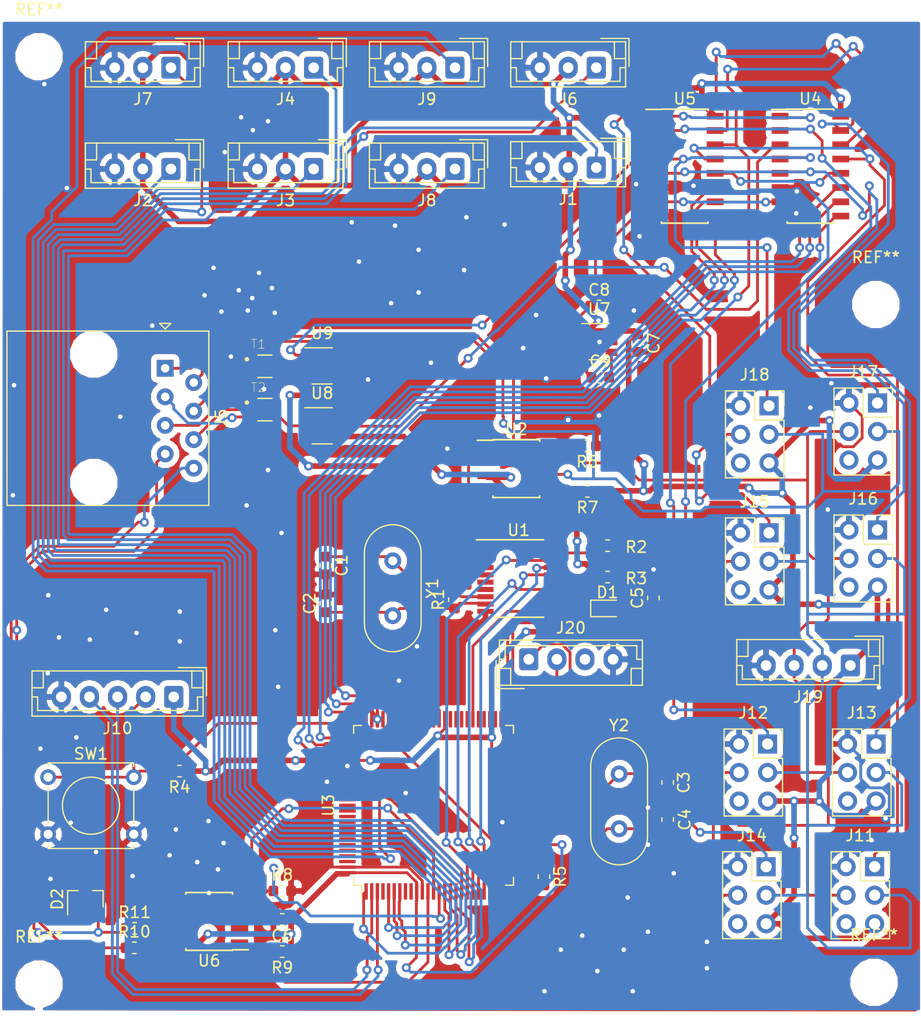
<source format=kicad_pcb>
(kicad_pcb (version 20171130) (host pcbnew 5.0.1-33cea8e~67~ubuntu18.04.1)
  (layers (0 F.Cu signal) (31 B.Cu signal) (34 B.Paste user) (35 F.Paste user) (36 B.SilkS user) (37 F.SilkS user) (38 B.Mask user) (39 F.Mask user) (44 Edge.Cuts user))
  (net 0 "")
  (net 1 "Net-(C1-Pad1)")
  (net 2 GND)
  (net 3 "Net-(C2-Pad1)")
  (net 4 "Net-(C3-Pad1)")
  (net 5 "Net-(C4-Pad1)")
  (net 6 "Net-(C5-Pad1)")
  (net 7 +5V)
  (net 8 -5V)
  (net 9 "Net-(C9-Pad1)")
  (net 10 "Net-(C9-Pad2)")
  (net 11 M0)
  (net 12 M1)
  (net 13 M2)
  (net 14 M3)
  (net 15 CAN+)
  (net 16 CAN-)
  (net 17 VID0+)
  (net 18 VID1-)
  (net 19 VID1+)
  (net 20 VID0-)
  (net 21 RS485+)
  (net 22 RS485-)
  (net 23 M4)
  (net 24 M5)
  (net 25 M6)
  (net 26 M7)
  (net 27 RESET-MAIN)
  (net 28 PROG0-TX)
  (net 29 PROG0-RX)
  (net 30 "Net-(J11-Pad6)")
  (net 31 CAM0)
  (net 32 CAM1)
  (net 33 "Net-(J12-Pad6)")
  (net 34 CAM2)
  (net 35 "Net-(J13-Pad6)")
  (net 36 CAM3)
  (net 37 "Net-(J14-Pad6)")
  (net 38 "Net-(J15-Pad6)")
  (net 39 CAM4)
  (net 40 CAM5)
  (net 41 "Net-(J16-Pad6)")
  (net 42 "Net-(J17-Pad6)")
  (net 43 CAM6)
  (net 44 CAM7)
  (net 45 "Net-(R2-Pad2)")
  (net 46 "Net-(R5-Pad1)")
  (net 47 "Net-(R6-Pad2)")
  (net 48 "Net-(R7-Pad2)")
  (net 49 RS485-DIR)
  (net 50 RS485-R)
  (net 51 "Net-(R10-Pad2)")
  (net 52 "Net-(R11-Pad2)")
  (net 53 "Net-(U1-Pad1)")
  (net 54 "Net-(U1-Pad2)")
  (net 55 "Net-(U1-Pad3)")
  (net 56 TX0RTS)
  (net 57 TX1RTS)
  (net 58 "Net-(U1-Pad6)")
  (net 59 TX2RTS)
  (net 60 RX1BF)
  (net 61 RX0BF)
  (net 62 INT)
  (net 63 SCK)
  (net 64 "Net-(U1-Pad15)")
  (net 65 SI)
  (net 66 SO)
  (net 67 SS)
  (net 68 "Net-(U3-Pad4)")
  (net 69 "Net-(U3-Pad8)")
  (net 70 "Net-(U3-Pad9)")
  (net 71 "Net-(U3-Pad23)")
  (net 72 "Net-(U3-Pad24)")
  (net 73 "Net-(U3-Pad25)")
  (net 74 "Net-(U3-Pad26)")
  (net 75 "Net-(U3-Pad27)")
  (net 76 "Net-(U3-Pad28)")
  (net 77 "Net-(U3-Pad29)")
  (net 78 "Net-(U3-Pad35)")
  (net 79 "Net-(U3-Pad36)")
  (net 80 "Net-(U3-Pad37)")
  (net 81 "Net-(U3-Pad38)")
  (net 82 "Net-(U3-Pad39)")
  (net 83 "Net-(U3-Pad40)")
  (net 84 "Net-(U3-Pad41)")
  (net 85 "Net-(U3-Pad42)")
  (net 86 RS485-D)
  (net 87 "Net-(U3-Pad48)")
  (net 88 "Net-(U3-Pad49)")
  (net 89 "Net-(U3-Pad50)")
  (net 90 "Net-(U3-Pad51)")
  (net 91 "Net-(U3-Pad52)")
  (net 92 TX0)
  (net 93 TX1)
  (net 94 TX2)
  (net 95 "Net-(U3-Pad57)")
  (net 96 "Net-(U3-Pad58)")
  (net 97 "Net-(U3-Pad59)")
  (net 98 "Net-(U3-Pad60)")
  (net 99 "Net-(U3-Pad63)")
  (net 100 "Net-(U3-Pad64)")
  (net 101 "Net-(U3-Pad65)")
  (net 102 "Net-(U3-Pad66)")
  (net 103 "Net-(U3-Pad67)")
  (net 104 "Net-(U3-Pad68)")
  (net 105 "Net-(U3-Pad69)")
  (net 106 "Net-(U3-Pad70)")
  (net 107 "Net-(U3-Pad71)")
  (net 108 "Net-(U3-Pad72)")
  (net 109 "Net-(U3-Pad79)")
  (net 110 "Net-(U3-Pad82)")
  (net 111 "Net-(U3-Pad83)")
  (net 112 "Net-(U3-Pad84)")
  (net 113 "Net-(U3-Pad85)")
  (net 114 "Net-(U3-Pad86)")
  (net 115 "Net-(U3-Pad87)")
  (net 116 "Net-(U3-Pad88)")
  (net 117 "Net-(U3-Pad89)")
  (net 118 "Net-(U3-Pad90)")
  (net 119 "Net-(U3-Pad91)")
  (net 120 "Net-(U3-Pad92)")
  (net 121 "Net-(U3-Pad93)")
  (net 122 "Net-(U3-Pad94)")
  (net 123 "Net-(U3-Pad95)")
  (net 124 "Net-(U3-Pad96)")
  (net 125 "Net-(U3-Pad97)")
  (net 126 "Net-(U3-Pad98)")
  (net 127 VID0-2)
  (net 128 VID0-1)
  (net 129 VID0-0)
  (net 130 VID1-0)
  (net 131 VID1-1)
  (net 132 VID1-2)
  (net 133 "Net-(T2-Pad4)")
  (net 134 VID-CAM0)
  (net 135 VID-CAM1)
  (net 136 "Net-(T1-Pad4)")
  (net 137 "Net-(J18-Pad6)")
  (net 138 SCL)
  (net 139 SDA)
  (net 140 "Net-(U3-Pad47)")
  (net 141 +3V3)
  (module Package_SO:SOIC-16_3.9x9.9mm_P1.27mm (layer F.Cu) (at 125.73 54.102)
    (fp_text reference U5 (at 0 -6) (layer F.SilkS))
    (fp_text value MC14051B)
    (pad 1 smd rect (at -2.7 -4.445) (size 1.5 0.6) (layers F.Cu F.Paste F.Mask) (net 39 CAM4))
    (pad 2 smd rect (at -2.7 -3.175) (size 1.5 0.6) (layers F.Cu F.Paste F.Mask) (net 43 CAM6))
    (pad 3 smd rect (at -2.7 -1.905) (size 1.5 0.6) (layers F.Cu F.Paste F.Mask) (net 135 VID-CAM1))
    (pad 4 smd rect (at -2.7 -0.635) (size 1.5 0.6) (layers F.Cu F.Paste F.Mask) (net 44 CAM7))
    (pad 5 smd rect (at -2.7 0.635) (size 1.5 0.6) (layers F.Cu F.Paste F.Mask) (net 40 CAM5))
    (pad 6 smd rect (at -2.7 1.905) (size 1.5 0.6) (layers F.Cu F.Paste F.Mask) (net 2 GND))
    (pad 7 smd rect (at -2.7 3.175) (size 1.5 0.6) (layers F.Cu F.Paste F.Mask) (net 8 -5V))
    (pad 8 smd rect (at -2.7 4.445) (size 1.5 0.6) (layers F.Cu F.Paste F.Mask) (net 2 GND))
    (pad 9 smd rect (at 2.7 4.445) (size 1.5 0.6) (layers F.Cu F.Paste F.Mask) (net 132 VID1-2))
    (pad 10 smd rect (at 2.7 3.175) (size 1.5 0.6) (layers F.Cu F.Paste F.Mask) (net 131 VID1-1))
    (pad 11 smd rect (at 2.7 1.905) (size 1.5 0.6) (layers F.Cu F.Paste F.Mask) (net 130 VID1-0))
    (pad 12 smd rect (at 2.7 0.635) (size 1.5 0.6) (layers F.Cu F.Paste F.Mask) (net 36 CAM3))
    (pad 13 smd rect (at 2.7 -0.635) (size 1.5 0.6) (layers F.Cu F.Paste F.Mask) (net 31 CAM0))
    (pad 14 smd rect (at 2.7 -1.905) (size 1.5 0.6) (layers F.Cu F.Paste F.Mask) (net 32 CAM1))
    (pad 15 smd rect (at 2.7 -3.175) (size 1.5 0.6) (layers F.Cu F.Paste F.Mask) (net 34 CAM2))
    (pad 16 smd rect (at 2.7 -4.445) (size 1.5 0.6) (layers F.Cu F.Paste F.Mask) (net 7 +5V))
  )
  (module Connector_PinSocket_2.54mm:PinSocket_2x03_P2.54mm_Vertical (layer F.Cu) (at 133.223 86.741)
    (fp_text reference J15 (at -1.27 -2.77) (layer F.SilkS))
    (fp_text value CAM4)
    (pad 1 thru_hole rect (at 0 0) (size 1.7 1.7) (drill 1) (layers *.Cu *.Mask) (net 39 CAM4))
    (pad 2 thru_hole oval (at -2.54 0) (size 1.7 1.7) (drill 1) (layers *.Cu *.Mask) (net 2 GND))
    (pad 3 thru_hole oval (at 0 2.54) (size 1.7 1.7) (drill 1) (layers *.Cu *.Mask) (net 16 CAN-))
    (pad 4 thru_hole oval (at -2.54 2.54) (size 1.7 1.7) (drill 1) (layers *.Cu *.Mask) (net 15 CAN+))
    (pad 5 thru_hole oval (at 0 5.08) (size 1.7 1.7) (drill 1) (layers *.Cu *.Mask) (net 7 +5V))
    (pad 6 thru_hole oval (at -2.54 5.08) (size 1.7 1.7) (drill 1) (layers *.Cu *.Mask) (net 38 "Net-(J15-Pad6)"))
  )
  (module Connector_PinSocket_2.54mm:PinSocket_2x03_P2.54mm_Vertical (layer F.Cu) (at 142.748 105.537)
    (fp_text reference J13 (at -1.27 -2.77) (layer F.SilkS))
    (fp_text value CAM2)
    (pad 1 thru_hole rect (at 0 0) (size 1.7 1.7) (drill 1) (layers *.Cu *.Mask) (net 34 CAM2))
    (pad 2 thru_hole oval (at -2.54 0) (size 1.7 1.7) (drill 1) (layers *.Cu *.Mask) (net 2 GND))
    (pad 3 thru_hole oval (at 0 2.54) (size 1.7 1.7) (drill 1) (layers *.Cu *.Mask) (net 16 CAN-))
    (pad 4 thru_hole oval (at -2.54 2.54) (size 1.7 1.7) (drill 1) (layers *.Cu *.Mask) (net 15 CAN+))
    (pad 5 thru_hole oval (at 0 5.08) (size 1.7 1.7) (drill 1) (layers *.Cu *.Mask) (net 7 +5V))
    (pad 6 thru_hole oval (at -2.54 5.08) (size 1.7 1.7) (drill 1) (layers *.Cu *.Mask) (net 35 "Net-(J13-Pad6)"))
  )
  (module Connector_PinSocket_2.54mm:PinSocket_2x03_P2.54mm_Vertical (layer F.Cu) (at 142.875 75.184)
    (fp_text reference J17 (at -1.27 -2.77) (layer F.SilkS))
    (fp_text value CAM6)
    (pad 1 thru_hole rect (at 0 0) (size 1.7 1.7) (drill 1) (layers *.Cu *.Mask) (net 43 CAM6))
    (pad 2 thru_hole oval (at -2.54 0) (size 1.7 1.7) (drill 1) (layers *.Cu *.Mask) (net 2 GND))
    (pad 3 thru_hole oval (at 0 2.54) (size 1.7 1.7) (drill 1) (layers *.Cu *.Mask) (net 16 CAN-))
    (pad 4 thru_hole oval (at -2.54 2.54) (size 1.7 1.7) (drill 1) (layers *.Cu *.Mask) (net 15 CAN+))
    (pad 5 thru_hole oval (at 0 5.08) (size 1.7 1.7) (drill 1) (layers *.Cu *.Mask) (net 7 +5V))
    (pad 6 thru_hole oval (at -2.54 5.08) (size 1.7 1.7) (drill 1) (layers *.Cu *.Mask) (net 42 "Net-(J17-Pad6)"))
  )
  (module Capacitor_SMD:C_0603_1608Metric (layer F.Cu) (at 122.936 92.53728 90)
    (fp_text reference C5 (at 0 -1.43 90) (layer F.SilkS))
    (fp_text value 1uF)
    (pad 2 smd roundrect (at 0.7875 0 90) (size 0.875 0.95) (layers F.Cu F.Paste F.Mask) (net 2 GND))
    (pad 1 smd roundrect (at -0.7875 0 90) (size 0.875 0.95) (layers F.Cu F.Paste F.Mask) (net 6 "Net-(C5-Pad1)"))
  )
  (module Capacitor_SMD:C_0603_1608Metric (layer F.Cu) (at 124.206 112.268 90)
    (fp_text reference C4 (at 0 1.524 90) (layer F.SilkS))
    (fp_text value 22pF)
    (pad 1 smd roundrect (at -0.7875 0 90) (size 0.875 0.95) (layers F.Cu F.Paste F.Mask) (net 5 "Net-(C4-Pad1)"))
    (pad 2 smd roundrect (at 0.7875 0 90) (size 0.875 0.95) (layers F.Cu F.Paste F.Mask) (net 2 GND))
  )
  (module Connector_JST:JST_EH_B03B-EH-A_1x03_P2.50mm_Vertical (layer F.Cu) (at 117.856 54.229 180)
    (fp_text reference J1 (at 2.5 -2.8 180) (layer F.SilkS))
    (fp_text value MOTOR0)
    (pad 1 thru_hole roundrect (at 0 0 180) (size 1.7 1.95) (drill 0.95) (layers *.Cu *.Mask) (roundrect_rratio 0.147059) (net 11 M0))
    (pad 2 thru_hole oval (at 2.5 0 180) (size 1.7 1.95) (drill 0.95) (layers *.Cu *.Mask) (net 7 +5V))
    (pad 3 thru_hole oval (at 5 0 180) (size 1.7 1.95) (drill 0.95) (layers *.Cu *.Mask) (net 2 GND))
  )
  (module Capacitor_SMD:C_0603_1608Metric (layer F.Cu) (at 124.206 108.966 270)
    (fp_text reference C3 (at 0 -1.43 270) (layer F.SilkS))
    (fp_text value 22pF)
    (pad 2 smd roundrect (at 0.7875 0 270) (size 0.875 0.95) (layers F.Cu F.Paste F.Mask) (net 2 GND))
    (pad 1 smd roundrect (at -0.7875 0 270) (size 0.875 0.95) (layers F.Cu F.Paste F.Mask) (net 4 "Net-(C3-Pad1)"))
  )
  (module Resistor_SMD:R_0603_1608Metric (layer F.Cu) (at 118.872 90.678)
    (fp_text reference R3 (at 2.54 0.127) (layer F.SilkS))
    (fp_text value 100k)
    (pad 2 smd roundrect (at 0.7875 0) (size 0.875 0.95) (layers F.Cu F.Paste F.Mask) (net 6 "Net-(C5-Pad1)"))
    (pad 1 smd roundrect (at -0.7875 0) (size 0.875 0.95) (layers F.Cu F.Paste F.Mask) (net 7 +5V))
  )
  (module Resistor_SMD:R_0603_1608Metric (layer F.Cu) (at 80.772 107.95 180)
    (fp_text reference R4 (at 0 -1.43 180) (layer F.SilkS))
    (fp_text value 100k)
    (pad 1 smd roundrect (at -0.7875 0 180) (size 0.875 0.95) (layers F.Cu F.Paste F.Mask) (net 7 +5V))
    (pad 2 smd roundrect (at 0.7875 0 180) (size 0.875 0.95) (layers F.Cu F.Paste F.Mask) (net 27 RESET-MAIN))
  )
  (module Package_SO:SOIC-16_3.9x9.9mm_P1.27mm (layer F.Cu) (at 136.906 54.102)
    (fp_text reference U4 (at 0 -6) (layer F.SilkS))
    (fp_text value MC14051B)
    (pad 16 smd rect (at 2.7 -4.445) (size 1.5 0.6) (layers F.Cu F.Paste F.Mask) (net 7 +5V))
    (pad 15 smd rect (at 2.7 -3.175) (size 1.5 0.6) (layers F.Cu F.Paste F.Mask) (net 34 CAM2))
    (pad 14 smd rect (at 2.7 -1.905) (size 1.5 0.6) (layers F.Cu F.Paste F.Mask) (net 32 CAM1))
    (pad 13 smd rect (at 2.7 -0.635) (size 1.5 0.6) (layers F.Cu F.Paste F.Mask) (net 31 CAM0))
    (pad 12 smd rect (at 2.7 0.635) (size 1.5 0.6) (layers F.Cu F.Paste F.Mask) (net 36 CAM3))
    (pad 11 smd rect (at 2.7 1.905) (size 1.5 0.6) (layers F.Cu F.Paste F.Mask) (net 129 VID0-0))
    (pad 10 smd rect (at 2.7 3.175) (size 1.5 0.6) (layers F.Cu F.Paste F.Mask) (net 128 VID0-1))
    (pad 9 smd rect (at 2.7 4.445) (size 1.5 0.6) (layers F.Cu F.Paste F.Mask) (net 127 VID0-2))
    (pad 8 smd rect (at -2.7 4.445) (size 1.5 0.6) (layers F.Cu F.Paste F.Mask) (net 2 GND))
    (pad 7 smd rect (at -2.7 3.175) (size 1.5 0.6) (layers F.Cu F.Paste F.Mask) (net 8 -5V))
    (pad 6 smd rect (at -2.7 1.905) (size 1.5 0.6) (layers F.Cu F.Paste F.Mask) (net 2 GND))
    (pad 5 smd rect (at -2.7 0.635) (size 1.5 0.6) (layers F.Cu F.Paste F.Mask) (net 40 CAM5))
    (pad 4 smd rect (at -2.7 -0.635) (size 1.5 0.6) (layers F.Cu F.Paste F.Mask) (net 44 CAM7))
    (pad 3 smd rect (at -2.7 -1.905) (size 1.5 0.6) (layers F.Cu F.Paste F.Mask) (net 134 VID-CAM0))
    (pad 2 smd rect (at -2.7 -3.175) (size 1.5 0.6) (layers F.Cu F.Paste F.Mask) (net 43 CAM6))
    (pad 1 smd rect (at -2.7 -4.445) (size 1.5 0.6) (layers F.Cu F.Paste F.Mask) (net 39 CAM4))
  )
  (module Package_SO:SOIC-8_3.9x4.9mm_P1.27mm (layer F.Cu) (at 83.41868 121.33326 180)
    (fp_text reference U6 (at 0 -3.5 180) (layer F.SilkS))
    (fp_text value SN75HVD3082EDR)
    (pad 8 smd rect (at 2.7 -1.905 180) (size 1.55 0.6) (layers F.Cu F.Paste F.Mask) (net 7 +5V))
    (pad 7 smd rect (at 2.7 -0.635 180) (size 1.55 0.6) (layers F.Cu F.Paste F.Mask) (net 51 "Net-(R10-Pad2)"))
    (pad 6 smd rect (at 2.7 0.635 180) (size 1.55 0.6) (layers F.Cu F.Paste F.Mask) (net 52 "Net-(R11-Pad2)"))
    (pad 5 smd rect (at 2.7 1.905 180) (size 1.55 0.6) (layers F.Cu F.Paste F.Mask) (net 2 GND))
    (pad 4 smd rect (at -2.7 1.905 180) (size 1.55 0.6) (layers F.Cu F.Paste F.Mask) (net 86 RS485-D))
    (pad 3 smd rect (at -2.7 0.635 180) (size 1.55 0.6) (layers F.Cu F.Paste F.Mask) (net 49 RS485-DIR))
    (pad 2 smd rect (at -2.7 -0.635 180) (size 1.55 0.6) (layers F.Cu F.Paste F.Mask) (net 49 RS485-DIR))
    (pad 1 smd rect (at -2.7 -1.905 180) (size 1.55 0.6) (layers F.Cu F.Paste F.Mask) (net 50 RS485-R))
  )
  (module Capacitor_SMD:C_0603_1608Metric (layer F.Cu) (at 93.78442 93.02496 90)
    (fp_text reference C2 (at 0 -1.43 90) (layer F.SilkS))
    (fp_text value 15p)
    (pad 1 smd roundrect (at -0.7875 0 90) (size 0.875 0.95) (layers F.Cu F.Paste F.Mask) (net 3 "Net-(C2-Pad1)"))
    (pad 2 smd roundrect (at 0.7875 0 90) (size 0.875 0.95) (layers F.Cu F.Paste F.Mask) (net 2 GND))
  )
  (module Resistor_SMD:R_0603_1608Metric (layer F.Cu) (at 105.2322 92.68714 90)
    (fp_text reference R1 (at 0 -1.43 90) (layer F.SilkS))
    (fp_text value 10k)
    (pad 1 smd roundrect (at -0.7875 0 90) (size 0.875 0.95) (layers F.Cu F.Paste F.Mask) (net 3 "Net-(C2-Pad1)"))
    (pad 2 smd roundrect (at 0.7875 0 90) (size 0.875 0.95) (layers F.Cu F.Paste F.Mask) (net 1 "Net-(C1-Pad1)"))
  )
  (module Resistor_SMD:R_0603_1608Metric (layer F.Cu) (at 89.916 124.0155 180)
    (fp_text reference R9 (at 0 -1.43 180) (layer F.SilkS))
    (fp_text value 10k)
    (pad 2 smd roundrect (at 0.7875 0 180) (size 0.875 0.95) (layers F.Cu F.Paste F.Mask) (net 50 RS485-R))
    (pad 1 smd roundrect (at -0.7875 0 180) (size 0.875 0.95) (layers F.Cu F.Paste F.Mask) (net 7 +5V))
  )
  (module Resistor_SMD:R_0603_1608Metric (layer F.Cu) (at 76.7587 123.68276)
    (fp_text reference R10 (at 0 -1.43) (layer F.SilkS))
    (fp_text value 10)
    (pad 1 smd roundrect (at -0.7875 0) (size 0.875 0.95) (layers F.Cu F.Paste F.Mask) (net 21 RS485+))
    (pad 2 smd roundrect (at 0.7875 0) (size 0.875 0.95) (layers F.Cu F.Paste F.Mask) (net 51 "Net-(R10-Pad2)"))
  )
  (module Resistor_SMD:R_0603_1608Metric (layer F.Cu) (at 76.7875 121.95)
    (fp_text reference R11 (at 0 -1.43) (layer F.SilkS))
    (fp_text value 10)
    (pad 1 smd roundrect (at -0.7875 0) (size 0.875 0.95) (layers F.Cu F.Paste F.Mask) (net 22 RS485-))
    (pad 2 smd roundrect (at 0.7875 0) (size 0.875 0.95) (layers F.Cu F.Paste F.Mask) (net 52 "Net-(R11-Pad2)"))
  )
  (module Button_Switch_THT:SW_Tactile_Straight_KSA0Axx1LFTR (layer F.Cu) (at 69.088 108.49102)
    (fp_text reference SW1 (at 3.81 -2.08) (layer F.SilkS))
    (fp_text value SW_SPST)
    (pad 1 thru_hole circle (at 7.62 0) (size 1.397 1.397) (drill 0.8128) (layers *.Cu *.Mask) (net 27 RESET-MAIN))
    (pad 2 thru_hole circle (at 7.62 5.08) (size 1.397 1.397) (drill 0.8128) (layers *.Cu *.Mask) (net 2 GND))
    (pad 1 thru_hole circle (at 0 0) (size 1.397 1.397) (drill 0.8128) (layers *.Cu *.Mask) (net 27 RESET-MAIN))
    (pad 2 thru_hole circle (at 0 5.08) (size 1.397 1.397) (drill 0.8128) (layers *.Cu *.Mask) (net 2 GND))
  )
  (module HHM1595A1:BALUN_HHM1595A1 (layer F.Cu) (at 88.37676 71.91756)
    (fp_text reference T1 (at -0.59091 -1.97302) (layer F.SilkS) (effects (font (size 0.788606 0.788606) (thickness 0.05))))
    (fp_text value ATB2012E-50011M-T01 hide)
    (pad 4 smd rect (at 0.65 0.65) (size 0.8 0.3) (layers F.Cu F.Paste F.Mask) (net 136 "Net-(T1-Pad4)"))
    (pad 5 smd rect (at 0.65 0) (size 0.8 0.3) (layers F.Cu F.Paste F.Mask))
    (pad 6 smd rect (at 0.65 -0.65) (size 0.8 0.3) (layers F.Cu F.Paste F.Mask))
    (pad 3 smd rect (at -0.65 0.65) (size 0.8 0.3) (layers F.Cu F.Paste F.Mask) (net 19 VID1+))
    (pad 2 smd rect (at -0.65 0) (size 0.8 0.3) (layers F.Cu F.Paste F.Mask) (net 18 VID1-))
    (pad 1 smd rect (at -0.65 -0.65) (size 0.8 0.3) (layers F.Cu F.Paste F.Mask) (net 2 GND))
  )
  (module HHM1595A1:BALUN_HHM1595A1 (layer F.Cu) (at 88.37676 75.77582)
    (fp_text reference T2 (at -0.59091 -1.97302) (layer F.SilkS) (effects (font (size 0.788606 0.788606) (thickness 0.05))))
    (fp_text value ATB2012E-50011M-T01 hide)
    (pad 1 smd rect (at -0.65 -0.65) (size 0.8 0.3) (layers F.Cu F.Paste F.Mask) (net 2 GND))
    (pad 2 smd rect (at -0.65 0) (size 0.8 0.3) (layers F.Cu F.Paste F.Mask) (net 20 VID0-))
    (pad 3 smd rect (at -0.65 0.65) (size 0.8 0.3) (layers F.Cu F.Paste F.Mask) (net 17 VID0+))
    (pad 6 smd rect (at 0.65 -0.65) (size 0.8 0.3) (layers F.Cu F.Paste F.Mask))
    (pad 5 smd rect (at 0.65 0) (size 0.8 0.3) (layers F.Cu F.Paste F.Mask))
    (pad 4 smd rect (at 0.65 0.65) (size 0.8 0.3) (layers F.Cu F.Paste F.Mask) (net 133 "Net-(T2-Pad4)"))
  )
  (module Package_SO:TSSOP-20_4.4x6.5mm_P0.65mm (layer F.Cu) (at 110.94466 90.80754)
    (fp_text reference U1 (at 0 -4.3) (layer F.SilkS))
    (fp_text value MCP2515-EST)
    (pad 1 smd rect (at -2.95 -2.925) (size 1.45 0.45) (layers F.Cu F.Paste F.Mask) (net 53 "Net-(U1-Pad1)"))
    (pad 2 smd rect (at -2.95 -2.275) (size 1.45 0.45) (layers F.Cu F.Paste F.Mask) (net 54 "Net-(U1-Pad2)"))
    (pad 3 smd rect (at -2.95 -1.625) (size 1.45 0.45) (layers F.Cu F.Paste F.Mask) (net 55 "Net-(U1-Pad3)"))
    (pad 4 smd rect (at -2.95 -0.975) (size 1.45 0.45) (layers F.Cu F.Paste F.Mask) (net 56 TX0RTS))
    (pad 5 smd rect (at -2.95 -0.325) (size 1.45 0.45) (layers F.Cu F.Paste F.Mask) (net 57 TX1RTS))
    (pad 6 smd rect (at -2.95 0.325) (size 1.45 0.45) (layers F.Cu F.Paste F.Mask) (net 58 "Net-(U1-Pad6)"))
    (pad 7 smd rect (at -2.95 0.975) (size 1.45 0.45) (layers F.Cu F.Paste F.Mask) (net 59 TX2RTS))
    (pad 8 smd rect (at -2.95 1.625) (size 1.45 0.45) (layers F.Cu F.Paste F.Mask) (net 1 "Net-(C1-Pad1)"))
    (pad 9 smd rect (at -2.95 2.275) (size 1.45 0.45) (layers F.Cu F.Paste F.Mask) (net 3 "Net-(C2-Pad1)"))
    (pad 10 smd rect (at -2.95 2.925) (size 1.45 0.45) (layers F.Cu F.Paste F.Mask) (net 2 GND))
    (pad 11 smd rect (at 2.95 2.925) (size 1.45 0.45) (layers F.Cu F.Paste F.Mask) (net 60 RX1BF))
    (pad 12 smd rect (at 2.95 2.275) (size 1.45 0.45) (layers F.Cu F.Paste F.Mask) (net 61 RX0BF))
    (pad 13 smd rect (at 2.95 1.625) (size 1.45 0.45) (layers F.Cu F.Paste F.Mask) (net 62 INT))
    (pad 14 smd rect (at 2.95 0.975) (size 1.45 0.45) (layers F.Cu F.Paste F.Mask) (net 63 SCK))
    (pad 15 smd rect (at 2.95 0.325) (size 1.45 0.45) (layers F.Cu F.Paste F.Mask) (net 64 "Net-(U1-Pad15)"))
    (pad 16 smd rect (at 2.95 -0.325) (size 1.45 0.45) (layers F.Cu F.Paste F.Mask) (net 65 SI))
    (pad 17 smd rect (at 2.95 -0.975) (size 1.45 0.45) (layers F.Cu F.Paste F.Mask) (net 66 SO))
    (pad 18 smd rect (at 2.95 -1.625) (size 1.45 0.45) (layers F.Cu F.Paste F.Mask) (net 67 SS))
    (pad 19 smd rect (at 2.95 -2.275) (size 1.45 0.45) (layers F.Cu F.Paste F.Mask) (net 45 "Net-(R2-Pad2)"))
    (pad 20 smd rect (at 2.95 -2.925) (size 1.45 0.45) (layers F.Cu F.Paste F.Mask) (net 7 +5V))
  )
  (module Connector_JST:JST_EH_B03B-EH-A_1x03_P2.50mm_Vertical (layer F.Cu) (at 105.283 45.339 180)
    (fp_text reference J9 (at 2.5 -2.8 180) (layer F.SilkS))
    (fp_text value MOTOR7)
    (pad 3 thru_hole oval (at 5 0 180) (size 1.7 1.95) (drill 0.95) (layers *.Cu *.Mask) (net 2 GND))
    (pad 2 thru_hole oval (at 2.5 0 180) (size 1.7 1.95) (drill 0.95) (layers *.Cu *.Mask) (net 7 +5V))
    (pad 1 thru_hole roundrect (at 0 0 180) (size 1.7 1.95) (drill 0.95) (layers *.Cu *.Mask) (roundrect_rratio 0.147059) (net 26 M7))
  )
  (module Capacitor_SMD:C_0603_1608Metric (layer F.Cu) (at 121.539 69.85 270)
    (fp_text reference C7 (at 0 -1.43 270) (layer F.SilkS))
    (fp_text value 10uF)
    (pad 1 smd roundrect (at -0.7875 0 270) (size 0.875 0.95) (layers F.Cu F.Paste F.Mask) (net 7 +5V))
    (pad 2 smd roundrect (at 0.7875 0 270) (size 0.875 0.95) (layers F.Cu F.Paste F.Mask) (net 2 GND))
  )
  (module Connector_JST:JST_EH_B04B-EH-A_1x04_P2.50mm_Vertical (layer F.Cu) (at 140.462 98.552 180)
    (fp_text reference J19 (at 3.75 -2.8 180) (layer F.SilkS))
    (fp_text value "PowerBoard Interface")
    (pad 1 thru_hole roundrect (at 0 0 180) (size 1.7 1.95) (drill 0.95) (layers *.Cu *.Mask) (roundrect_rratio 0.147059) (net 7 +5V))
    (pad 2 thru_hole oval (at 2.5 0 180) (size 1.7 1.95) (drill 0.95) (layers *.Cu *.Mask) (net 16 CAN-))
    (pad 3 thru_hole oval (at 5 0 180) (size 1.7 1.95) (drill 0.95) (layers *.Cu *.Mask) (net 15 CAN+))
    (pad 4 thru_hole oval (at 7.5 0 180) (size 1.7 1.95) (drill 0.95) (layers *.Cu *.Mask) (net 2 GND))
  )
  (module Connector_PinSocket_2.54mm:PinSocket_2x03_P2.54mm_Vertical (layer F.Cu) (at 142.621 116.459)
    (fp_text reference J11 (at -1.27 -2.77) (layer F.SilkS))
    (fp_text value CAM0)
    (pad 1 thru_hole rect (at 0 0) (size 1.7 1.7) (drill 1) (layers *.Cu *.Mask) (net 31 CAM0))
    (pad 2 thru_hole oval (at -2.54 0) (size 1.7 1.7) (drill 1) (layers *.Cu *.Mask) (net 2 GND))
    (pad 3 thru_hole oval (at 0 2.54) (size 1.7 1.7) (drill 1) (layers *.Cu *.Mask) (net 16 CAN-))
    (pad 4 thru_hole oval (at -2.54 2.54) (size 1.7 1.7) (drill 1) (layers *.Cu *.Mask) (net 15 CAN+))
    (pad 5 thru_hole oval (at 0 5.08) (size 1.7 1.7) (drill 1) (layers *.Cu *.Mask) (net 7 +5V))
    (pad 6 thru_hole oval (at -2.54 5.08) (size 1.7 1.7) (drill 1) (layers *.Cu *.Mask) (net 30 "Net-(J11-Pad6)"))
  )
  (module Crystal:Crystal_HC49-U_Vertical (layer F.Cu) (at 99.74834 89.23274 270)
    (fp_text reference Y1 (at 2.44 -3.525 270) (layer F.SilkS))
    (fp_text value 20MHz)
    (pad 2 thru_hole circle (at 4.88 0 270) (size 1.5 1.5) (drill 0.8) (layers *.Cu *.Mask) (net 3 "Net-(C2-Pad1)"))
    (pad 1 thru_hole circle (at 0 0 270) (size 1.5 1.5) (drill 0.8) (layers *.Cu *.Mask) (net 1 "Net-(C1-Pad1)"))
  )
  (module Package_SO:SOIC-8_3.9x4.9mm_P1.27mm (layer F.Cu) (at 110.744 81.026)
    (fp_text reference U2 (at 0 -3.5) (layer F.SilkS))
    (fp_text value ATA6560)
    (pad 1 smd rect (at -2.7 -1.905) (size 1.55 0.6) (layers F.Cu F.Paste F.Mask) (net 54 "Net-(U1-Pad2)"))
    (pad 2 smd rect (at -2.7 -0.635) (size 1.55 0.6) (layers F.Cu F.Paste F.Mask) (net 2 GND))
    (pad 3 smd rect (at -2.7 0.635) (size 1.55 0.6) (layers F.Cu F.Paste F.Mask) (net 7 +5V))
    (pad 4 smd rect (at -2.7 1.905) (size 1.55 0.6) (layers F.Cu F.Paste F.Mask) (net 53 "Net-(U1-Pad1)"))
    (pad 5 smd rect (at 2.7 1.905) (size 1.55 0.6) (layers F.Cu F.Paste F.Mask) (net 48 "Net-(R7-Pad2)"))
    (pad 6 smd rect (at 2.7 0.635) (size 1.55 0.6) (layers F.Cu F.Paste F.Mask) (net 16 CAN-))
    (pad 7 smd rect (at 2.7 -0.635) (size 1.55 0.6) (layers F.Cu F.Paste F.Mask) (net 15 CAN+))
    (pad 8 smd rect (at 2.7 -1.905) (size 1.55 0.6) (layers F.Cu F.Paste F.Mask) (net 47 "Net-(R6-Pad2)"))
  )
  (module Package_QFP:TQFP-100_14x14mm_P0.5mm (layer F.Cu) (at 103.378 110.998 90)
    (fp_text reference U3 (at 0 -9.35 90) (layer F.SilkS))
    (fp_text value "ATmega2560-16AU | Main Proc")
    (pad 1 smd roundrect (at -7.6625 -6 90) (size 1.475 0.3) (layers F.Cu F.Paste F.Mask) (net 11 M0))
    (pad 2 smd roundrect (at -7.6625 -5.5 90) (size 1.475 0.3) (layers F.Cu F.Paste F.Mask) (net 28 PROG0-TX))
    (pad 3 smd roundrect (at -7.6625 -5 90) (size 1.475 0.3) (layers F.Cu F.Paste F.Mask) (net 29 PROG0-RX))
    (pad 4 smd roundrect (at -7.6625 -4.5 90) (size 1.475 0.3) (layers F.Cu F.Paste F.Mask) (net 68 "Net-(U3-Pad4)"))
    (pad 5 smd roundrect (at -7.6625 -4 90) (size 1.475 0.3) (layers F.Cu F.Paste F.Mask) (net 12 M1))
    (pad 6 smd roundrect (at -7.6625 -3.5 90) (size 1.475 0.3) (layers F.Cu F.Paste F.Mask) (net 13 M2))
    (pad 7 smd roundrect (at -7.6625 -3 90) (size 1.475 0.3) (layers F.Cu F.Paste F.Mask) (net 14 M3))
    (pad 8 smd roundrect (at -7.6625 -2.5 90) (size 1.475 0.3) (layers F.Cu F.Paste F.Mask) (net 69 "Net-(U3-Pad8)"))
    (pad 9 smd roundrect (at -7.6625 -2 90) (size 1.475 0.3) (layers F.Cu F.Paste F.Mask) (net 70 "Net-(U3-Pad9)"))
    (pad 10 smd roundrect (at -7.6625 -1.5 90) (size 1.475 0.3) (layers F.Cu F.Paste F.Mask) (net 7 +5V))
    (pad 11 smd roundrect (at -7.6625 -1 90) (size 1.475 0.3) (layers F.Cu F.Paste F.Mask) (net 2 GND))
    (pad 12 smd roundrect (at -7.6625 -0.5 90) (size 1.475 0.3) (layers F.Cu F.Paste F.Mask) (net 50 RS485-R))
    (pad 13 smd roundrect (at -7.6625 0 90) (size 1.475 0.3) (layers F.Cu F.Paste F.Mask) (net 86 RS485-D))
    (pad 14 smd roundrect (at -7.6625 0.5 90) (size 1.475 0.3) (layers F.Cu F.Paste F.Mask) (net 49 RS485-DIR))
    (pad 15 smd roundrect (at -7.6625 1 90) (size 1.475 0.3) (layers F.Cu F.Paste F.Mask) (net 23 M4))
    (pad 16 smd roundrect (at -7.6625 1.5 90) (size 1.475 0.3) (layers F.Cu F.Paste F.Mask) (net 24 M5))
    (pad 17 smd roundrect (at -7.6625 2 90) (size 1.475 0.3) (layers F.Cu F.Paste F.Mask) (net 25 M6))
    (pad 18 smd roundrect (at -7.6625 2.5 90) (size 1.475 0.3) (layers F.Cu F.Paste F.Mask) (net 26 M7))
    (pad 19 smd roundrect (at -7.6625 3 90) (size 1.475 0.3) (layers F.Cu F.Paste F.Mask) (net 67 SS))
    (pad 20 smd roundrect (at -7.6625 3.5 90) (size 1.475 0.3) (layers F.Cu F.Paste F.Mask) (net 63 SCK))
    (pad 21 smd roundrect (at -7.6625 4 90) (size 1.475 0.3) (layers F.Cu F.Paste F.Mask) (net 65 SI))
    (pad 22 smd roundrect (at -7.6625 4.5 90) (size 1.475 0.3) (layers F.Cu F.Paste F.Mask) (net 66 SO))
    (pad 23 smd roundrect (at -7.6625 5 90) (size 1.475 0.3) (layers F.Cu F.Paste F.Mask) (net 71 "Net-(U3-Pad23)"))
    (pad 24 smd roundrect (at -7.6625 5.5 90) (size 1.475 0.3) (layers F.Cu F.Paste F.Mask) (net 72 "Net-(U3-Pad24)"))
    (pad 25 smd roundrect (at -7.6625 6 90) (size 1.475 0.3) (layers F.Cu F.Paste F.Mask) (net 73 "Net-(U3-Pad25)"))
    (pad 26 smd roundrect (at -6 7.6625 90) (size 0.3 1.475) (layers F.Cu F.Paste F.Mask) (net 74 "Net-(U3-Pad26)"))
    (pad 27 smd roundrect (at -5.5 7.6625 90) (size 0.3 1.475) (layers F.Cu F.Paste F.Mask) (net 75 "Net-(U3-Pad27)"))
    (pad 28 smd roundrect (at -5 7.6625 90) (size 0.3 1.475) (layers F.Cu F.Paste F.Mask) (net 76 "Net-(U3-Pad28)"))
    (pad 29 smd roundrect (at -4.5 7.6625 90) (size 0.3 1.475) (layers F.Cu F.Paste F.Mask) (net 77 "Net-(U3-Pad29)"))
    (pad 30 smd roundrect (at -4 7.6625 90) (size 0.3 1.475) (layers F.Cu F.Paste F.Mask) (net 46 "Net-(R5-Pad1)"))
    (pad 31 smd roundrect (at -3.5 7.6625 90) (size 0.3 1.475) (layers F.Cu F.Paste F.Mask) (net 7 +5V))
    (pad 32 smd roundrect (at -3 7.6625 90) (size 0.3 1.475) (layers F.Cu F.Paste F.Mask) (net 2 GND))
    (pad 33 smd roundrect (at -2.5 7.6625 90) (size 0.3 1.475) (layers F.Cu F.Paste F.Mask) (net 5 "Net-(C4-Pad1)"))
    (pad 34 smd roundrect (at -2 7.6625 90) (size 0.3 1.475) (layers F.Cu F.Paste F.Mask) (net 4 "Net-(C3-Pad1)"))
    (pad 35 smd roundrect (at -1.5 7.6625 90) (size 0.3 1.475) (layers F.Cu F.Paste F.Mask) (net 78 "Net-(U3-Pad35)"))
    (pad 36 smd roundrect (at -1 7.6625 90) (size 0.3 1.475) (layers F.Cu F.Paste F.Mask) (net 79 "Net-(U3-Pad36)"))
    (pad 37 smd roundrect (at -0.5 7.6625 90) (size 0.3 1.475) (layers F.Cu F.Paste F.Mask) (net 80 "Net-(U3-Pad37)"))
    (pad 38 smd roundrect (at 0 7.6625 90) (size 0.3 1.475) (layers F.Cu F.Paste F.Mask) (net 81 "Net-(U3-Pad38)"))
    (pad 39 smd roundrect (at 0.5 7.6625 90) (size 0.3 1.475) (layers F.Cu F.Paste F.Mask) (net 82 "Net-(U3-Pad39)"))
    (pad 40 smd roundrect (at 1 7.6625 90) (size 0.3 1.475) (layers F.Cu F.Paste F.Mask) (net 83 "Net-(U3-Pad40)"))
    (pad 41 smd roundrect (at 1.5 7.6625 90) (size 0.3 1.475) (layers F.Cu F.Paste F.Mask) (net 84 "Net-(U3-Pad41)"))
    (pad 42 smd roundrect (at 2 7.6625 90) (size 0.3 1.475) (layers F.Cu F.Paste F.Mask) (net 85 "Net-(U3-Pad42)"))
    (pad 43 smd roundrect (at 2.5 7.6625 90) (size 0.3 1.475) (layers F.Cu F.Paste F.Mask) (net 138 SCL))
    (pad 44 smd roundrect (at 3 7.6625 90) (size 0.3 1.475) (layers F.Cu F.Paste F.Mask) (net 139 SDA))
    (pad 45 smd roundrect (at 3.5 7.6625 90) (size 0.3 1.475) (layers F.Cu F.Paste F.Mask) (net 62 INT))
    (pad 46 smd roundrect (at 4 7.6625 90) (size 0.3 1.475) (layers F.Cu F.Paste F.Mask) (net 61 RX0BF))
    (pad 47 smd roundrect (at 4.5 7.6625 90) (size 0.3 1.475) (layers F.Cu F.Paste F.Mask) (net 140 "Net-(U3-Pad47)"))
    (pad 48 smd roundrect (at 5 7.6625 90) (size 0.3 1.475) (layers F.Cu F.Paste F.Mask) (net 87 "Net-(U3-Pad48)"))
    (pad 49 smd roundrect (at 5.5 7.6625 90) (size 0.3 1.475) (layers F.Cu F.Paste F.Mask) (net 88 "Net-(U3-Pad49)"))
    (pad 50 smd roundrect (at 6 7.6625 90) (size 0.3 1.475) (layers F.Cu F.Paste F.Mask) (net 89 "Net-(U3-Pad50)"))
    (pad 51 smd roundrect (at 7.6625 6 90) (size 1.475 0.3) (layers F.Cu F.Paste F.Mask) (net 90 "Net-(U3-Pad51)"))
    (pad 52 smd roundrect (at 7.6625 5.5 90) (size 1.475 0.3) (layers F.Cu F.Paste F.Mask) (net 91 "Net-(U3-Pad52)"))
    (pad 53 smd roundrect (at 7.6625 5 90) (size 1.475 0.3) (layers F.Cu F.Paste F.Mask) (net 92 TX0))
    (pad 54 smd roundrect (at 7.6625 4.5 90) (size 1.475 0.3) (layers F.Cu F.Paste F.Mask) (net 93 TX1))
    (pad 55 smd roundrect (at 7.6625 4 90) (size 1.475 0.3) (layers F.Cu F.Paste F.Mask) (net 94 TX2))
    (pad 56 smd roundrect (at 7.6625 3.5 90) (size 1.475 0.3) (layers F.Cu F.Paste F.Mask) (net 60 RX1BF))
    (pad 57 smd roundrect (at 7.6625 3 90) (size 1.475 0.3) (layers F.Cu F.Paste F.Mask) (net 95 "Net-(U3-Pad57)"))
    (pad 58 smd roundrect (at 7.6625 2.5 90) (size 1.475 0.3) (layers F.Cu F.Paste F.Mask) (net 96 "Net-(U3-Pad58)"))
    (pad 59 smd roundrect (at 7.6625 2 90) (size 1.475 0.3) (layers F.Cu F.Paste F.Mask) (net 97 "Net-(U3-Pad59)"))
    (pad 60 smd roundrect (at 7.6625 1.5 90) (size 1.475 0.3) (layers F.Cu F.Paste F.Mask) (net 98 "Net-(U3-Pad60)"))
    (pad 61 smd roundrect (at 7.6625 1 90) (size 1.475 0.3) (layers F.Cu F.Paste F.Mask) (net 7 +5V))
    (pad 62 smd roundrect (at 7.6625 0.5 90) (size 1.475 0.3) (layers F.Cu F.Paste F.Mask) (net 2 GND))
    (pad 63 smd roundrect (at 7.6625 0 90) (size 1.475 0.3) (layers F.Cu F.Paste F.Mask) (net 99 "Net-(U3-Pad63)"))
    (pad 64 smd roundrect (at 7.6625 -0.5 90) (size 1.475 0.3) (layers F.Cu F.Paste F.Mask) (net 100 "Net-(U3-Pad64)"))
    (pad 65 smd roundrect (at 7.6625 -1 90) (size 1.475 0.3) (layers F.Cu F.Paste F.Mask) (net 101 "Net-(U3-Pad65)"))
    (pad 66 smd roundrect (at 7.6625 -1.5 90) (size 1.475 0.3) (layers F.Cu F.Paste F.Mask) (net 102 "Net-(U3-Pad66)"))
    (pad 67 smd roundrect (at 7.6625 -2 90) (size 1.475 0.3) (layers F.Cu F.Paste F.Mask) (net 103 "Net-(U3-Pad67)"))
    (pad 68 smd roundrect (at 7.6625 -2.5 90) (size 1.475 0.3) (layers F.Cu F.Paste F.Mask) (net 104 "Net-(U3-Pad68)"))
    (pad 69 smd roundrect (at 7.6625 -3 90) (size 1.475 0.3) (layers F.Cu F.Paste F.Mask) (net 105 "Net-(U3-Pad69)"))
    (pad 70 smd roundrect (at 7.6625 -3.5 90) (size 1.475 0.3) (layers F.Cu F.Paste F.Mask) (net 106 "Net-(U3-Pad70)"))
    (pad 71 smd roundrect (at 7.6625 -4 90) (size 1.475 0.3) (layers F.Cu F.Paste F.Mask) (net 107 "Net-(U3-Pad71)"))
    (pad 72 smd roundrect (at 7.6625 -4.5 90) (size 1.475 0.3) (layers F.Cu F.Paste F.Mask) (net 108 "Net-(U3-Pad72)"))
    (pad 73 smd roundrect (at 7.6625 -5 90) (size 1.475 0.3) (layers F.Cu F.Paste F.Mask) (net 132 VID1-2))
    (pad 74 smd roundrect (at 7.6625 -5.5 90) (size 1.475 0.3) (layers F.Cu F.Paste F.Mask) (net 131 VID1-1))
    (pad 75 smd roundrect (at 7.6625 -6 90) (size 1.475 0.3) (layers F.Cu F.Paste F.Mask) (net 130 VID1-0))
    (pad 76 smd roundrect (at 6 -7.6625 90) (size 0.3 1.475) (layers F.Cu F.Paste F.Mask) (net 127 VID0-2))
    (pad 77 smd roundrect (at 5.5 -7.6625 90) (size 0.3 1.475) (layers F.Cu F.Paste F.Mask) (net 128 VID0-1))
    (pad 78 smd roundrect (at 5 -7.6625 90) (size 0.3 1.475) (layers F.Cu F.Paste F.Mask) (net 129 VID0-0))
    (pad 79 smd roundrect (at 4.5 -7.6625 90) (size 0.3 1.475) (layers F.Cu F.Paste F.Mask) (net 109 "Net-(U3-Pad79)"))
    (pad 80 smd roundrect (at 4 -7.6625 90) (size 0.3 1.475) (layers F.Cu F.Paste F.Mask) (net 7 +5V))
    (pad 81 smd roundrect (at 3.5 -7.6625 90) (size 0.3 1.475) (layers F.Cu F.Paste F.Mask) (net 2 GND))
    (pad 82 smd roundrect (at 3 -7.6625 90) (size 0.3 1.475) (layers F.Cu F.Paste F.Mask) (net 110 "Net-(U3-Pad82)"))
    (pad 83 smd roundrect (at 2.5 -7.6625 90) (size 0.3 1.475) (layers F.Cu F.Paste F.Mask) (net 111 "Net-(U3-Pad83)"))
    (pad 84 smd roundrect (at 2 -7.6625 90) (size 0.3 1.475) (layers F.Cu F.Paste F.Mask) (net 112 "Net-(U3-Pad84)"))
    (pad 85 smd roundrect (at 1.5 -7.6625 90) (size 0.3 1.475) (layers F.Cu F.Paste F.Mask) (net 113 "Net-(U3-Pad85)"))
    (pad 86 smd roundrect (at 1 -7.6625 90) (size 0.3 1.475) (layers F.Cu F.Paste F.Mask) (net 114 "Net-(U3-Pad86)"))
    (pad 87 smd roundrect (at 0.5 -7.6625 90) (size 0.3 1.475) (layers F.Cu F.Paste F.Mask) (net 115 "Net-(U3-Pad87)"))
    (pad 88 smd roundrect (at 0 -7.6625 90) (size 0.3 1.475) (layers F.Cu F.Paste F.Mask) (net 116 "Net-(U3-Pad88)"))
    (pad 89 smd roundrect (at -0.5 -7.6625 90) (size 0.3 1.475) (layers F.Cu F.Paste F.Mask) (net 117 "Net-(U3-Pad89)"))
    (pad 90 smd roundrect (at -1 -7.6625 90) (size 0.3 1.475) (layers F.Cu F.Paste F.Mask) (net 118 "Net-(U3-Pad90)"))
    (pad 91 smd roundrect (at -1.5 -7.6625 90) (size 0.3 1.475) (layers F.Cu F.Paste F.Mask) (net 119 "Net-(U3-Pad91)"))
    (pad 92 smd roundrect (at -2 -7.6625 90) (size 0.3 1.475) (layers F.Cu F.Paste F.Mask) (net 120 "Net-(U3-Pad92)"))
    (pad 93 smd roundrect (at -2.5 -7.6625 90) (size 0.3 1.475) (layers F.Cu F.Paste F.Mask) (net 121 "Net-(U3-Pad93)"))
    (pad 94 smd roundrect (at -3 -7.6625 90) (size 0.3 1.475) (layers F.Cu F.Paste F.Mask) (net 122 "Net-(U3-Pad94)"))
    (pad 95 smd roundrect (at -3.5 -7.6625 90) (size 0.3 1.475) (layers F.Cu F.Paste F.Mask) (net 123 "Net-(U3-Pad95)"))
    (pad 96 smd roundrect (at -4 -7.6625 90) (size 0.3 1.475) (layers F.Cu F.Paste F.Mask) (net 124 "Net-(U3-Pad96)"))
    (pad 97 smd roundrect (at -4.5 -7.6625 90) (size 0.3 1.475) (layers F.Cu F.Paste F.Mask) (net 125 "Net-(U3-Pad97)"))
    (pad 98 smd roundrect (at -5 -7.6625 90) (size 0.3 1.475) (layers F.Cu F.Paste F.Mask) (net 126 "Net-(U3-Pad98)"))
    (pad 99 smd roundrect (at -5.5 -7.6625 90) (size 0.3 1.475) (layers F.Cu F.Paste F.Mask) (net 2 GND))
    (pad 100 smd roundrect (at -6 -7.6625 90) (size 0.3 1.475) (layers F.Cu F.Paste F.Mask) (net 7 +5V))
  )
  (module Resistor_SMD:R_0603_1608Metric (layer F.Cu) (at 113.2 117.3375 270)
    (fp_text reference R5 (at 0 -1.43 270) (layer F.SilkS))
    (fp_text value 100k)
    (pad 1 smd roundrect (at -0.7875 0 270) (size 0.875 0.95) (layers F.Cu F.Paste F.Mask) (net 46 "Net-(R5-Pad1)"))
    (pad 2 smd roundrect (at 0.7875 0 270) (size 0.875 0.95) (layers F.Cu F.Paste F.Mask) (net 27 RESET-MAIN))
  )
  (module Resistor_SMD:R_0603_1608Metric (layer F.Cu) (at 117.04066 78.994 180)
    (fp_text reference R6 (at 0 -1.43 180) (layer F.SilkS))
    (fp_text value 10k)
    (pad 2 smd roundrect (at 0.7875 0 180) (size 0.875 0.95) (layers F.Cu F.Paste F.Mask) (net 47 "Net-(R6-Pad2)"))
    (pad 1 smd roundrect (at -0.7875 0 180) (size 0.875 0.95) (layers F.Cu F.Paste F.Mask) (net 2 GND))
  )
  (module Connector_PinSocket_2.54mm:PinSocket_2x03_P2.54mm_Vertical (layer F.Cu) (at 142.875 86.487)
    (fp_text reference J16 (at -1.27 -2.77) (layer F.SilkS))
    (fp_text value CAM5)
    (pad 6 thru_hole oval (at -2.54 5.08) (size 1.7 1.7) (drill 1) (layers *.Cu *.Mask) (net 41 "Net-(J16-Pad6)"))
    (pad 5 thru_hole oval (at 0 5.08) (size 1.7 1.7) (drill 1) (layers *.Cu *.Mask) (net 7 +5V))
    (pad 4 thru_hole oval (at -2.54 2.54) (size 1.7 1.7) (drill 1) (layers *.Cu *.Mask) (net 15 CAN+))
    (pad 3 thru_hole oval (at 0 2.54) (size 1.7 1.7) (drill 1) (layers *.Cu *.Mask) (net 16 CAN-))
    (pad 2 thru_hole oval (at -2.54 0) (size 1.7 1.7) (drill 1) (layers *.Cu *.Mask) (net 2 GND))
    (pad 1 thru_hole rect (at 0 0) (size 1.7 1.7) (drill 1) (layers *.Cu *.Mask) (net 40 CAM5))
  )
  (module Resistor_SMD:R_0603_1608Metric (layer F.Cu) (at 118.872 87.884 180)
    (fp_text reference R2 (at -2.54 -0.127 180) (layer F.SilkS))
    (fp_text value 100k)
    (pad 2 smd roundrect (at 0.7875 0 180) (size 0.875 0.95) (layers F.Cu F.Paste F.Mask) (net 45 "Net-(R2-Pad2)"))
    (pad 1 smd roundrect (at -0.7875 0 180) (size 0.875 0.95) (layers F.Cu F.Paste F.Mask) (net 6 "Net-(C5-Pad1)"))
  )
  (module Package_TO_SOT_SMD:SOT-23-6 (layer F.Cu) (at 118.11 69.723)
    (fp_text reference U7 (at 0 -2.9) (layer F.SilkS))
    (fp_text value LTC1983ES6-5-TRPBF)
    (pad 1 smd rect (at -1.1 -0.95) (size 1.06 0.65) (layers F.Cu F.Paste F.Mask) (net 7 +5V))
    (pad 2 smd rect (at -1.1 0) (size 1.06 0.65) (layers F.Cu F.Paste F.Mask) (net 8 -5V))
    (pad 3 smd rect (at -1.1 0.95) (size 1.06 0.65) (layers F.Cu F.Paste F.Mask) (net 9 "Net-(C9-Pad1)"))
    (pad 4 smd rect (at 1.1 0.95) (size 1.06 0.65) (layers F.Cu F.Paste F.Mask) (net 10 "Net-(C9-Pad2)"))
    (pad 6 smd rect (at 1.1 -0.95) (size 1.06 0.65) (layers F.Cu F.Paste F.Mask) (net 7 +5V))
    (pad 5 smd rect (at 1.1 0) (size 1.06 0.65) (layers F.Cu F.Paste F.Mask) (net 2 GND))
  )
  (module Package_TO_SOT_SMD:SOT-23-5 (layer F.Cu) (at 93.472 77.216)
    (fp_text reference U8 (at 0 -2.9) (layer F.SilkS))
    (fp_text value OPAMP)
    (pad 5 smd rect (at 1.1 -0.95) (size 1.06 0.65) (layers F.Cu F.Paste F.Mask) (net 2 GND))
    (pad 4 smd rect (at 1.1 0.95) (size 1.06 0.65) (layers F.Cu F.Paste F.Mask) (net 7 +5V))
    (pad 3 smd rect (at -1.1 0.95) (size 1.06 0.65) (layers F.Cu F.Paste F.Mask) (net 133 "Net-(T2-Pad4)"))
    (pad 2 smd rect (at -1.1 0) (size 1.06 0.65) (layers F.Cu F.Paste F.Mask) (net 133 "Net-(T2-Pad4)"))
    (pad 1 smd rect (at -1.1 -0.95) (size 1.06 0.65) (layers F.Cu F.Paste F.Mask) (net 134 VID-CAM0))
  )
  (module Package_TO_SOT_SMD:SOT-23-5 (layer F.Cu) (at 93.472 71.882)
    (fp_text reference U9 (at 0 -2.9) (layer F.SilkS))
    (fp_text value OPAMP)
    (pad 1 smd rect (at -1.1 -0.95) (size 1.06 0.65) (layers F.Cu F.Paste F.Mask) (net 135 VID-CAM1))
    (pad 2 smd rect (at -1.1 0) (size 1.06 0.65) (layers F.Cu F.Paste F.Mask) (net 136 "Net-(T1-Pad4)"))
    (pad 3 smd rect (at -1.1 0.95) (size 1.06 0.65) (layers F.Cu F.Paste F.Mask) (net 136 "Net-(T1-Pad4)"))
    (pad 4 smd rect (at 1.1 0.95) (size 1.06 0.65) (layers F.Cu F.Paste F.Mask) (net 7 +5V))
    (pad 5 smd rect (at 1.1 -0.95) (size 1.06 0.65) (layers F.Cu F.Paste F.Mask) (net 2 GND))
  )
  (module Crystal:Crystal_HC49-U_Vertical (layer F.Cu) (at 119.888 108.204 270)
    (fp_text reference Y2 (at -4.318 0) (layer F.SilkS))
    (fp_text value 20MHz)
    (pad 1 thru_hole circle (at 0 0 270) (size 1.5 1.5) (drill 0.8) (layers *.Cu *.Mask) (net 4 "Net-(C3-Pad1)"))
    (pad 2 thru_hole circle (at 4.88 0 270) (size 1.5 1.5) (drill 0.8) (layers *.Cu *.Mask) (net 5 "Net-(C4-Pad1)"))
  )
  (module Connector_PinSocket_2.54mm:PinSocket_2x03_P2.54mm_Vertical (layer F.Cu) (at 133.096 105.537)
    (fp_text reference J12 (at -1.27 -2.77) (layer F.SilkS))
    (fp_text value CAM1)
    (pad 6 thru_hole oval (at -2.54 5.08) (size 1.7 1.7) (drill 1) (layers *.Cu *.Mask) (net 33 "Net-(J12-Pad6)"))
    (pad 5 thru_hole oval (at 0 5.08) (size 1.7 1.7) (drill 1) (layers *.Cu *.Mask) (net 7 +5V))
    (pad 4 thru_hole oval (at -2.54 2.54) (size 1.7 1.7) (drill 1) (layers *.Cu *.Mask) (net 15 CAN+))
    (pad 3 thru_hole oval (at 0 2.54) (size 1.7 1.7) (drill 1) (layers *.Cu *.Mask) (net 16 CAN-))
    (pad 2 thru_hole oval (at -2.54 0) (size 1.7 1.7) (drill 1) (layers *.Cu *.Mask) (net 2 GND))
    (pad 1 thru_hole rect (at 0 0) (size 1.7 1.7) (drill 1) (layers *.Cu *.Mask) (net 32 CAM1))
  )
  (module Connector_JST:JST_EH_B05B-EH-A_1x05_P2.50mm_Vertical (layer F.Cu) (at 80.264 101.346 180)
    (fp_text reference J10 (at 5 -2.8 180) (layer F.SilkS))
    (fp_text value PROGRAMMER)
    (pad 1 thru_hole roundrect (at 0 0 180) (size 1.7 1.95) (drill 0.95) (layers *.Cu *.Mask) (roundrect_rratio 0.147059) (net 7 +5V))
    (pad 2 thru_hole oval (at 2.5 0 180) (size 1.7 1.95) (drill 0.95) (layers *.Cu *.Mask) (net 27 RESET-MAIN))
    (pad 3 thru_hole oval (at 5 0 180) (size 1.7 1.95) (drill 0.95) (layers *.Cu *.Mask) (net 28 PROG0-TX))
    (pad 4 thru_hole oval (at 7.5 0 180) (size 1.7 1.95) (drill 0.95) (layers *.Cu *.Mask) (net 29 PROG0-RX))
    (pad 5 thru_hole oval (at 10 0 180) (size 1.7 1.95) (drill 0.95) (layers *.Cu *.Mask) (net 2 GND))
  )
  (module Resistor_SMD:R_0603_1608Metric (layer F.Cu) (at 117.0685 83.058 180)
    (fp_text reference R7 (at 0 -1.43 180) (layer F.SilkS))
    (fp_text value 10k)
    (pad 1 smd roundrect (at -0.7875 0 180) (size 0.875 0.95) (layers F.Cu F.Paste F.Mask) (net 7 +5V))
    (pad 2 smd roundrect (at 0.7875 0 180) (size 0.875 0.95) (layers F.Cu F.Paste F.Mask) (net 48 "Net-(R7-Pad2)"))
  )
  (module Resistor_SMD:R_0603_1608Metric (layer F.Cu) (at 89.916 118.618)
    (fp_text reference R8 (at 0 -1.43) (layer F.SilkS))
    (fp_text value 10k)
    (pad 2 smd roundrect (at 0.7875 0) (size 0.875 0.95) (layers F.Cu F.Paste F.Mask) (net 2 GND))
    (pad 1 smd roundrect (at -0.7875 0) (size 0.875 0.95) (layers F.Cu F.Paste F.Mask) (net 49 RS485-DIR))
  )
  (module Connector_PinSocket_2.54mm:PinSocket_2x03_P2.54mm_Vertical (layer F.Cu) (at 132.969 116.459)
    (fp_text reference J14 (at -1.27 -2.77) (layer F.SilkS))
    (fp_text value CAM3)
    (pad 6 thru_hole oval (at -2.54 5.08) (size 1.7 1.7) (drill 1) (layers *.Cu *.Mask) (net 37 "Net-(J14-Pad6)"))
    (pad 5 thru_hole oval (at 0 5.08) (size 1.7 1.7) (drill 1) (layers *.Cu *.Mask) (net 7 +5V))
    (pad 4 thru_hole oval (at -2.54 2.54) (size 1.7 1.7) (drill 1) (layers *.Cu *.Mask) (net 15 CAN+))
    (pad 3 thru_hole oval (at 0 2.54) (size 1.7 1.7) (drill 1) (layers *.Cu *.Mask) (net 16 CAN-))
    (pad 2 thru_hole oval (at -2.54 0) (size 1.7 1.7) (drill 1) (layers *.Cu *.Mask) (net 2 GND))
    (pad 1 thru_hole rect (at 0 0) (size 1.7 1.7) (drill 1) (layers *.Cu *.Mask) (net 36 CAM3))
  )
  (module Connector_JST:JST_EH_B03B-EH-A_1x03_P2.50mm_Vertical (layer F.Cu) (at 117.856 45.339 180)
    (fp_text reference J6 (at 2.5 -2.8 180) (layer F.SilkS))
    (fp_text value MOTOR4)
    (pad 3 thru_hole oval (at 5 0 180) (size 1.7 1.95) (drill 0.95) (layers *.Cu *.Mask) (net 2 GND))
    (pad 2 thru_hole oval (at 2.5 0 180) (size 1.7 1.95) (drill 0.95) (layers *.Cu *.Mask) (net 7 +5V))
    (pad 1 thru_hole roundrect (at 0 0 180) (size 1.7 1.95) (drill 0.95) (layers *.Cu *.Mask) (roundrect_rratio 0.147059) (net 23 M4))
  )
  (module Capacitor_SMD:C_0603_1608Metric (layer F.Cu) (at 89.916 121.158 180)
    (fp_text reference C6 (at 0 -1.43 180) (layer F.SilkS))
    (fp_text value 100nF)
    (pad 1 smd roundrect (at -0.7875 0 180) (size 0.875 0.95) (layers F.Cu F.Paste F.Mask) (net 7 +5V))
    (pad 2 smd roundrect (at 0.7875 0 180) (size 0.875 0.95) (layers F.Cu F.Paste F.Mask) (net 2 GND))
  )
  (module Capacitor_SMD:C_0603_1608Metric (layer F.Cu) (at 93.78696 89.6493 270)
    (fp_text reference C1 (at 0 -1.43 270) (layer F.SilkS))
    (fp_text value 15p)
    (pad 2 smd roundrect (at 0.7875 0 270) (size 0.875 0.95) (layers F.Cu F.Paste F.Mask) (net 2 GND))
    (pad 1 smd roundrect (at -0.7875 0 270) (size 0.875 0.95) (layers F.Cu F.Paste F.Mask) (net 1 "Net-(C1-Pad1)"))
  )
  (module Connector_PinSocket_2.54mm:PinSocket_2x03_P2.54mm_Vertical (layer F.Cu) (at 133.223 75.438)
    (fp_text reference J18 (at -1.27 -2.77) (layer F.SilkS))
    (fp_text value CAM7)
    (pad 1 thru_hole rect (at 0 0) (size 1.7 1.7) (drill 1) (layers *.Cu *.Mask) (net 44 CAM7))
    (pad 2 thru_hole oval (at -2.54 0) (size 1.7 1.7) (drill 1) (layers *.Cu *.Mask) (net 2 GND))
    (pad 3 thru_hole oval (at 0 2.54) (size 1.7 1.7) (drill 1) (layers *.Cu *.Mask) (net 16 CAN-))
    (pad 4 thru_hole oval (at -2.54 2.54) (size 1.7 1.7) (drill 1) (layers *.Cu *.Mask) (net 15 CAN+))
    (pad 5 thru_hole oval (at 0 5.08) (size 1.7 1.7) (drill 1) (layers *.Cu *.Mask) (net 7 +5V))
    (pad 6 thru_hole oval (at -2.54 5.08) (size 1.7 1.7) (drill 1) (layers *.Cu *.Mask) (net 137 "Net-(J18-Pad6)"))
  )
  (module Connector_JST:JST_EH_B04B-EH-A_1x04_P2.50mm_Vertical (layer F.Cu) (at 111.85 98)
    (fp_text reference J20 (at 3.75 -2.8) (layer F.SilkS))
    (fp_text value "IMU Breakout")
    (pad 1 thru_hole roundrect (at 0 0) (size 1.7 1.95) (drill 0.95) (layers *.Cu *.Mask) (roundrect_rratio 0.147059) (net 138 SCL))
    (pad 2 thru_hole oval (at 2.5 0) (size 1.7 1.95) (drill 0.95) (layers *.Cu *.Mask) (net 139 SDA))
    (pad 3 thru_hole oval (at 5 0) (size 1.7 1.95) (drill 0.95) (layers *.Cu *.Mask) (net 141 +3V3))
    (pad 4 thru_hole oval (at 7.5 0) (size 1.7 1.95) (drill 0.95) (layers *.Cu *.Mask) (net 2 GND))
  )
  (module Connector_JST:JST_EH_B03B-EH-A_1x03_P2.50mm_Vertical (layer F.Cu) (at 80.01 54.356 180)
    (fp_text reference J2 (at 2.5 -2.8 180) (layer F.SilkS))
    (fp_text value MOTOR1)
    (pad 1 thru_hole roundrect (at 0 0 180) (size 1.7 1.95) (drill 0.95) (layers *.Cu *.Mask) (roundrect_rratio 0.147059) (net 12 M1))
    (pad 2 thru_hole oval (at 2.5 0 180) (size 1.7 1.95) (drill 0.95) (layers *.Cu *.Mask) (net 7 +5V))
    (pad 3 thru_hole oval (at 5 0 180) (size 1.7 1.95) (drill 0.95) (layers *.Cu *.Mask) (net 2 GND))
  )
  (module Connector_JST:JST_EH_B03B-EH-A_1x03_P2.50mm_Vertical (layer F.Cu) (at 92.71 54.356 180)
    (fp_text reference J3 (at 2.5 -2.8 180) (layer F.SilkS))
    (fp_text value MOTOR2)
    (pad 1 thru_hole roundrect (at 0 0 180) (size 1.7 1.95) (drill 0.95) (layers *.Cu *.Mask) (roundrect_rratio 0.147059) (net 13 M2))
    (pad 2 thru_hole oval (at 2.5 0 180) (size 1.7 1.95) (drill 0.95) (layers *.Cu *.Mask) (net 7 +5V))
    (pad 3 thru_hole oval (at 5 0 180) (size 1.7 1.95) (drill 0.95) (layers *.Cu *.Mask) (net 2 GND))
  )
  (module Connector_JST:JST_EH_B03B-EH-A_1x03_P2.50mm_Vertical (layer F.Cu) (at 92.71 45.339 180)
    (fp_text reference J4 (at 2.5 -2.8 180) (layer F.SilkS))
    (fp_text value MOTOR3)
    (pad 3 thru_hole oval (at 5 0 180) (size 1.7 1.95) (drill 0.95) (layers *.Cu *.Mask) (net 2 GND))
    (pad 2 thru_hole oval (at 2.5 0 180) (size 1.7 1.95) (drill 0.95) (layers *.Cu *.Mask) (net 7 +5V))
    (pad 1 thru_hole roundrect (at 0 0 180) (size 1.7 1.95) (drill 0.95) (layers *.Cu *.Mask) (roundrect_rratio 0.147059) (net 14 M3))
  )
  (module Package_TO_SOT_SMD:SOT-23 (layer F.Cu) (at 72.4 119.35 90)
    (fp_text reference D2 (at 0 -2.5 90) (layer F.SilkS))
    (fp_text value CDSOT23-SM712)
    (pad 1 smd rect (at -1 -0.95 90) (size 0.9 0.8) (layers F.Cu F.Paste F.Mask) (net 21 RS485+))
    (pad 2 smd rect (at -1 0.95 90) (size 0.9 0.8) (layers F.Cu F.Paste F.Mask) (net 22 RS485-))
    (pad 3 smd rect (at 1 0 90) (size 0.9 0.8) (layers F.Cu F.Paste F.Mask) (net 2 GND))
  )
  (module Connector_JST:JST_EH_B03B-EH-A_1x03_P2.50mm_Vertical (layer F.Cu) (at 105.283 54.356 180)
    (fp_text reference J8 (at 2.5 -2.8 180) (layer F.SilkS))
    (fp_text value MOTOR6)
    (pad 1 thru_hole roundrect (at 0 0 180) (size 1.7 1.95) (drill 0.95) (layers *.Cu *.Mask) (roundrect_rratio 0.147059) (net 25 M6))
    (pad 2 thru_hole oval (at 2.5 0 180) (size 1.7 1.95) (drill 0.95) (layers *.Cu *.Mask) (net 7 +5V))
    (pad 3 thru_hole oval (at 5 0 180) (size 1.7 1.95) (drill 0.95) (layers *.Cu *.Mask) (net 2 GND))
  )
  (module Capacitor_SMD:C_0603_1608Metric (layer F.Cu) (at 118.11 66.548)
    (fp_text reference C8 (at 0 -1.43) (layer F.SilkS))
    (fp_text value 10uF)
    (pad 1 smd roundrect (at -0.7875 0) (size 0.875 0.95) (layers F.Cu F.Paste F.Mask) (net 8 -5V))
    (pad 2 smd roundrect (at 0.7875 0) (size 0.875 0.95) (layers F.Cu F.Paste F.Mask) (net 2 GND))
  )
  (module Connector_JST:JST_EH_B03B-EH-A_1x03_P2.50mm_Vertical (layer F.Cu) (at 80.01 45.339 180)
    (fp_text reference J7 (at 2.5 -2.8 180) (layer F.SilkS))
    (fp_text value MOTOR5)
    (pad 3 thru_hole oval (at 5 0 180) (size 1.7 1.95) (drill 0.95) (layers *.Cu *.Mask) (net 2 GND))
    (pad 2 thru_hole oval (at 2.5 0 180) (size 1.7 1.95) (drill 0.95) (layers *.Cu *.Mask) (net 7 +5V))
    (pad 1 thru_hole roundrect (at 0 0 180) (size 1.7 1.95) (drill 0.95) (layers *.Cu *.Mask) (roundrect_rratio 0.147059) (net 24 M5))
  )
  (module Diode_SMD:D_0603_1608Metric (layer F.Cu) (at 118.8465 93.472)
    (fp_text reference D1 (at 0 -1.43) (layer F.SilkS))
    (fp_text value D_Small)
    (pad 1 smd roundrect (at -0.7875 0) (size 0.875 0.95) (layers F.Cu F.Paste F.Mask) (net 7 +5V))
    (pad 2 smd roundrect (at 0.7875 0) (size 0.875 0.95) (layers F.Cu F.Paste F.Mask) (net 6 "Net-(C5-Pad1)"))
  )
  (module Capacitor_SMD:C_0603_1608Metric (layer F.Cu) (at 118.2115 72.898)
    (fp_text reference C9 (at 0 -1.43) (layer F.SilkS))
    (fp_text value 1uF)
    (pad 2 smd roundrect (at 0.7875 0) (size 0.875 0.95) (layers F.Cu F.Paste F.Mask) (net 10 "Net-(C9-Pad2)"))
    (pad 1 smd roundrect (at -0.7875 0) (size 0.875 0.95) (layers F.Cu F.Paste F.Mask) (net 9 "Net-(C9-Pad1)"))
  )
  (module Connector_RJ:RJ45_Amphenol_54602-x08_Horizontal (layer F.Cu) (at 79.502 72.09536 270)
    (fp_text reference J5 (at 4.445 -5 270) (layer F.SilkS))
    (fp_text value RJ45)
    (pad "" np_thru_hole circle (at 10.16 6.35 270) (size 3.2 3.2) (drill 3.2) (layers *.Cu *.Mask))
    (pad "" np_thru_hole circle (at -1.27 6.35 270) (size 3.2 3.2) (drill 3.2) (layers *.Cu *.Mask))
    (pad 1 thru_hole rect (at 0 0 270) (size 1.5 1.5) (drill 0.76) (layers *.Cu *.Mask) (net 15 CAN+))
    (pad 2 thru_hole circle (at 1.27 -2.54 270) (size 1.5 1.5) (drill 0.76) (layers *.Cu *.Mask) (net 16 CAN-))
    (pad 3 thru_hole circle (at 2.54 0 270) (size 1.5 1.5) (drill 0.76) (layers *.Cu *.Mask) (net 17 VID0+))
    (pad 4 thru_hole circle (at 3.81 -2.54 270) (size 1.5 1.5) (drill 0.76) (layers *.Cu *.Mask) (net 18 VID1-))
    (pad 5 thru_hole circle (at 5.08 0 270) (size 1.5 1.5) (drill 0.76) (layers *.Cu *.Mask) (net 19 VID1+))
    (pad 6 thru_hole circle (at 6.35 -2.54 270) (size 1.5 1.5) (drill 0.76) (layers *.Cu *.Mask) (net 20 VID0-))
    (pad 7 thru_hole circle (at 7.62 0 270) (size 1.5 1.5) (drill 0.76) (layers *.Cu *.Mask) (net 21 RS485+))
    (pad 8 thru_hole circle (at 8.89 -2.54 270) (size 1.5 1.5) (drill 0.76) (layers *.Cu *.Mask) (net 22 RS485-))
  )
  (module MountingHole:MountingHole_3.2mm_M3 (layer F.Cu) (at 142.73 66.42)
    (fp_text reference REF** (at 0 -4.2) (layer F.SilkS))
    (fp_text value MountingHole_3.2mm_M3)
    (pad 1 np_thru_hole circle (at 0 0) (size 3.2 3.2) (drill 3.2) (layers *.Cu *.Mask))
  )
  (module MountingHole:MountingHole_3.2mm_M3 (layer F.Cu) (at 142.57 126.75)
    (fp_text reference REF** (at 0 -4.2) (layer F.SilkS))
    (fp_text value MountingHole_3.2mm_M3)
    (pad 1 np_thru_hole circle (at 0 0) (size 3.2 3.2) (drill 3.2) (layers *.Cu *.Mask))
  )
  (module MountingHole:MountingHole_3.2mm_M3 (layer F.Cu) (at 68.28 44.36)
    (fp_text reference REF** (at 0 -4.2) (layer F.SilkS))
    (fp_text value MountingHole_3.2mm_M3)
    (pad 1 np_thru_hole circle (at 0 0) (size 3.2 3.2) (drill 3.2) (layers *.Cu *.Mask))
  )
  (module MountingHole:MountingHole_3.2mm_M3 (layer F.Cu) (at 68.28 126.9)
    (fp_text reference REF** (at 0 -4.2) (layer F.SilkS))
    (fp_text value MountingHole_3.2mm_M3)
    (pad 1 np_thru_hole circle (at 0 0) (size 3.2 3.2) (drill 3.2) (layers *.Cu *.Mask))
  )
  (via (at 112.5 67.35) (size 0.8) (drill 0.4) (layers F.Cu B.Cu) (net 2))
  (segment (start 105.7651 92.43254) (end 107.99466 92.43254) (width 0.25) (layer F.Cu) (net 1))
  (segment (start 105.2322 91.89964) (end 105.7651 92.43254) (width 0.25) (layer F.Cu) (net 1))
  (segment (start 102.41524 91.89964) (end 99.74834 89.23274) (width 0.25) (layer F.Cu) (net 1))
  (segment (start 105.2322 91.89964) (end 102.41524 91.89964) (width 0.25) (layer F.Cu) (net 1))
  (segment (start 99.3774 88.8618) (end 99.74834 89.23274) (width 0.25) (layer F.Cu) (net 1))
  (segment (start 93.78696 88.8618) (end 99.3774 88.8618) (width 0.25) (layer F.Cu) (net 1))
  (segment (start 80.24368 119.42826) (end 80.71868 119.42826) (width 0.25) (layer F.Cu) (net 2))
  (segment (start 132.962 98.552) (end 132.962 98.677) (width 0.25) (layer F.Cu) (net 2))
  (segment (start 93.78696 92.23492) (end 93.78442 92.23746) (width 0.25) (layer F.Cu) (net 2))
  (segment (start 107.99466 93.73254) (end 107.49466 93.73254) (width 0.25) (layer F.Cu) (net 2))
  (segment (start 122.58 58.547) (end 123.03 58.547) (width 0.25) (layer F.Cu) (net 2))
  (segment (start 133.756 58.547) (end 134.206 58.547) (width 0.25) (layer F.Cu) (net 2))
  (segment (start 134.206 56.007) (end 133.756 56.007) (width 0.25) (layer F.Cu) (net 2))
  (segment (start 119.21 69.723) (end 118.167002 69.723) (width 0.25) (layer F.Cu) (net 2))
  (via (at 118.140002 69.75) (size 0.8) (drill 0.4) (layers F.Cu B.Cu) (net 2))
  (segment (start 118.167002 69.723) (end 118.140002 69.75) (width 0.25) (layer F.Cu) (net 2))
  (segment (start 118.140002 69.75) (end 120.940002 66.95) (width 0.25) (layer B.Cu) (net 2))
  (via (at 121.2 66.95) (size 0.8) (drill 0.4) (layers F.Cu B.Cu) (net 2))
  (segment (start 120.940002 66.95) (end 121.2 66.95) (width 0.25) (layer B.Cu) (net 2))
  (via (at 103.15 71.6) (size 0.8) (drill 0.4) (layers F.Cu B.Cu) (net 2))
  (via (at 104.6 79.25) (size 0.8) (drill 0.4) (layers F.Cu B.Cu) (net 2))
  (via (at 111.35 70.3) (size 0.8) (drill 0.4) (layers F.Cu B.Cu) (net 2))
  (via (at 97.55 73.1) (size 0.8) (drill 0.4) (layers F.Cu B.Cu) (net 2))
  (via (at 100.3 99.9) (size 0.8) (drill 0.4) (layers F.Cu B.Cu) (net 2))
  (segment (start 94.878 107.498) (end 94.226 108.15) (width 0.25) (layer F.Cu) (net 2))
  (segment (start 95.7155 107.498) (end 95.7155 107.498) (width 0.25) (layer F.Cu) (net 2))
  (segment (start 103.878 102.498) (end 103.55 102.17) (width 0.25) (layer F.Cu) (net 2))
  (segment (start 103.878 103.3355) (end 103.878 102.498) (width 0.25) (layer F.Cu) (net 2))
  (segment (start 100.865685 99.9) (end 100.3 99.9) (width 0.25) (layer F.Cu) (net 2))
  (segment (start 107.99466 94.20754) (end 102.3022 99.9) (width 0.25) (layer F.Cu) (net 2))
  (segment (start 102.3022 99.9) (end 100.865685 99.9) (width 0.25) (layer F.Cu) (net 2))
  (segment (start 107.99466 93.73254) (end 107.99466 94.20754) (width 0.25) (layer F.Cu) (net 2))
  (via (at 122.95 90) (size 0.8) (drill 0.4) (layers F.Cu B.Cu) (net 2))
  (segment (start 111.893692 113.982308) (end 111.893692 113.94801) (width 0.25) (layer F.Cu) (net 2))
  (segment (start 111.0405 113.998) (end 111.878 113.998) (width 0.25) (layer F.Cu) (net 2))
  (segment (start 111.878 113.998) (end 111.893692 113.982308) (width 0.25) (layer F.Cu) (net 2))
  (via (at 109.5 112.5) (size 0.8) (drill 0.4) (layers F.Cu B.Cu) (net 2))
  (segment (start 109.5 113.35841) (end 109.5 113.065685) (width 0.25) (layer F.Cu) (net 2))
  (segment (start 109.5 113.065685) (end 109.5 112.5) (width 0.25) (layer F.Cu) (net 2))
  (segment (start 110.13959 113.998) (end 109.5 113.35841) (width 0.25) (layer F.Cu) (net 2))
  (segment (start 111.0405 113.998) (end 110.13959 113.998) (width 0.25) (layer F.Cu) (net 2))
  (segment (start 95.7155 116.498) (end 93.152 116.498) (width 0.25) (layer F.Cu) (net 2))
  (segment (start 101.155112 116.498) (end 95.7155 116.498) (width 0.25) (layer F.Cu) (net 2))
  (segment (start 102.378 118.6605) (end 102.378 117.720888) (width 0.25) (layer F.Cu) (net 2))
  (segment (start 102.378 117.720888) (end 101.155112 116.498) (width 0.25) (layer F.Cu) (net 2))
  (via (at 85.35 71.05) (size 0.8) (drill 0.4) (layers F.Cu B.Cu) (net 2))
  (via (at 88.3 73.95) (size 0.8) (drill 0.4) (layers F.Cu B.Cu) (net 2))
  (via (at 121.4 55.7) (size 0.8) (drill 0.4) (layers F.Cu B.Cu) (net 2))
  (via (at 135.7 56.35) (size 0.8) (drill 0.4) (layers F.Cu B.Cu) (net 2))
  (via (at 135.65 58.3) (size 0.8) (drill 0.4) (layers F.Cu B.Cu) (net 2))
  (via (at 126.5 55.85) (size 0.8) (drill 0.4) (layers F.Cu B.Cu) (net 2))
  (segment (start 127 56.35) (end 135.7 56.35) (width 0.25) (layer B.Cu) (net 2))
  (segment (start 126.5 55.85) (end 127 56.35) (width 0.25) (layer B.Cu) (net 2))
  (via (at 121.7 60.35) (size 0.8) (drill 0.4) (layers F.Cu B.Cu) (net 2))
  (segment (start 135.7 58.25) (end 135.65 58.3) (width 0.25) (layer B.Cu) (net 2))
  (segment (start 135.7 56.35) (end 135.7 58.25) (width 0.25) (layer B.Cu) (net 2))
  (via (at 124.75 117.05) (size 0.8) (drill 0.4) (layers F.Cu B.Cu) (net 2))
  (via (at 122.45 114.5) (size 0.8) (drill 0.4) (layers F.Cu B.Cu) (net 2))
  (via (at 122.45 111.2) (size 0.8) (drill 0.4) (layers F.Cu B.Cu) (net 2))
  (via (at 142.35 114.1) (size 0.8) (drill 0.4) (layers F.Cu B.Cu) (net 2))
  (via (at 143 100.5) (size 0.8) (drill 0.4) (layers F.Cu B.Cu) (net 2))
  (via (at 143.6 112.15) (size 0.8) (drill 0.4) (layers F.Cu B.Cu) (net 2))
  (segment (start 141.057999 106.386999) (end 140.208 105.537) (width 0.25) (layer B.Cu) (net 2))
  (segment (start 141.383001 106.712001) (end 141.057999 106.386999) (width 0.25) (layer B.Cu) (net 2))
  (segment (start 141.383001 108.641001) (end 141.383001 106.712001) (width 0.25) (layer B.Cu) (net 2))
  (segment (start 142.183999 109.441999) (end 141.383001 108.641001) (width 0.25) (layer B.Cu) (net 2))
  (segment (start 143.312001 109.441999) (end 142.183999 109.441999) (width 0.25) (layer B.Cu) (net 2))
  (segment (start 143.923001 110.052999) (end 143.312001 109.441999) (width 0.25) (layer B.Cu) (net 2))
  (segment (start 143.923001 111.261314) (end 143.923001 110.052999) (width 0.25) (layer B.Cu) (net 2))
  (segment (start 143.6 111.584315) (end 143.923001 111.261314) (width 0.25) (layer B.Cu) (net 2))
  (segment (start 143.6 112.15) (end 143.6 111.584315) (width 0.25) (layer B.Cu) (net 2))
  (via (at 87.85 63.6) (size 0.8) (drill 0.4) (layers F.Cu B.Cu) (net 2))
  (via (at 86.05 65.15) (size 0.8) (drill 0.4) (layers F.Cu B.Cu) (net 2))
  (via (at 84.5 67.05) (size 0.8) (drill 0.4) (layers F.Cu B.Cu) (net 2))
  (via (at 89.25 67.15) (size 0.8) (drill 0.4) (layers F.Cu B.Cu) (net 2))
  (via (at 87.25 65.85) (size 0.8) (drill 0.4) (layers F.Cu B.Cu) (net 2))
  (via (at 86.85 66.95) (size 0.8) (drill 0.4) (layers F.Cu B.Cu) (net 2))
  (via (at 89 64.95) (size 0.8) (drill 0.4) (layers F.Cu B.Cu) (net 2))
  (via (at 83.8 63.15) (size 0.8) (drill 0.4) (layers F.Cu B.Cu) (net 2))
  (via (at 83 65.6) (size 0.8) (drill 0.4) (layers F.Cu B.Cu) (net 2))
  (via (at 78.35 68.3) (size 0.8) (drill 0.4) (layers F.Cu B.Cu) (net 2))
  (via (at 75.5 76.4) (size 0.8) (drill 0.4) (layers F.Cu B.Cu) (net 2))
  (via (at 70.75 56.05) (size 0.8) (drill 0.4) (layers F.Cu B.Cu) (net 2))
  (via (at 86.25 49.75) (size 0.8) (drill 0.4) (layers F.Cu B.Cu) (net 2))
  (via (at 87.3 50.9) (size 0.8) (drill 0.4) (layers F.Cu B.Cu) (net 2))
  (via (at 88.65 50.1) (size 0.8) (drill 0.4) (layers F.Cu B.Cu) (net 2))
  (via (at 84.8 52.85) (size 0.8) (drill 0.4) (layers F.Cu B.Cu) (net 2))
  (via (at 102.05 61.55) (size 0.8) (drill 0.4) (layers F.Cu B.Cu) (net 2))
  (via (at 109.7 59.3) (size 0.8) (drill 0.4) (layers F.Cu B.Cu) (net 2))
  (via (at 106.1 63.35) (size 0.8) (drill 0.4) (layers F.Cu B.Cu) (net 2))
  (via (at 99.6 66.3) (size 0.8) (drill 0.4) (layers F.Cu B.Cu) (net 2))
  (via (at 96.75 62.6) (size 0.8) (drill 0.4) (layers F.Cu B.Cu) (net 2))
  (via (at 99.95 59.4) (size 0.8) (drill 0.4) (layers F.Cu B.Cu) (net 2))
  (via (at 96.1 59.1) (size 0.8) (drill 0.4) (layers F.Cu B.Cu) (net 2))
  (via (at 106.3 58.65) (size 0.8) (drill 0.4) (layers F.Cu B.Cu) (net 2))
  (via (at 102.05 65.35) (size 0.8) (drill 0.4) (layers F.Cu B.Cu) (net 2))
  (via (at 115.35 76.7) (size 0.8) (drill 0.4) (layers F.Cu B.Cu) (net 2))
  (via (at 118.1 76.3) (size 0.8) (drill 0.4) (layers F.Cu B.Cu) (net 2))
  (via (at 111.35 70.3) (size 0.8) (drill 0.4) (layers F.Cu B.Cu) (net 2))
  (via (at 111.35 70.3) (size 0.8) (drill 0.4) (layers F.Cu B.Cu) (net 2))
  (via (at 113.4 73) (size 0.8) (drill 0.4) (layers F.Cu B.Cu) (net 2))
  (via (at 136.9 75.6) (size 0.8) (drill 0.4) (layers F.Cu B.Cu) (net 2))
  (via (at 69.1 92.3) (size 0.8) (drill 0.4) (layers F.Cu B.Cu) (net 2))
  (via (at 69.05 99.25) (size 0.8) (drill 0.4) (layers F.Cu B.Cu) (net 2))
  (via (at 72.8 96.25) (size 0.8) (drill 0.4) (layers F.Cu B.Cu) (net 2))
  (via (at 70.05 96.05) (size 0.8) (drill 0.4) (layers F.Cu B.Cu) (net 2))
  (via (at 68.4 105.95) (size 0.8) (drill 0.4) (layers F.Cu B.Cu) (net 2))
  (via (at 71.6 104.95) (size 0.8) (drill 0.4) (layers F.Cu B.Cu) (net 2))
  (via (at 82.35 116.05) (size 0.8) (drill 0.4) (layers F.Cu B.Cu) (net 2))
  (via (at 83.4 118.8) (size 0.8) (drill 0.4) (layers F.Cu B.Cu) (net 2))
  (via (at 84.2 116.7) (size 0.8) (drill 0.4) (layers F.Cu B.Cu) (net 2))
  (via (at 84.7 114.35) (size 0.8) (drill 0.4) (layers F.Cu B.Cu) (net 2))
  (via (at 83.35 112.4) (size 0.8) (drill 0.4) (layers F.Cu B.Cu) (net 2))
  (via (at 80.45 113.15) (size 0.8) (drill 0.4) (layers F.Cu B.Cu) (net 2))
  (via (at 79.9 115.45) (size 0.8) (drill 0.4) (layers F.Cu B.Cu) (net 2))
  (via (at 76.6 117.3) (size 0.8) (drill 0.4) (layers F.Cu B.Cu) (net 2))
  (via (at 73.35 115.15) (size 0.8) (drill 0.4) (layers F.Cu B.Cu) (net 2))
  (via (at 71.1 112.55) (size 0.8) (drill 0.4) (layers F.Cu B.Cu) (net 2))
  (via (at 69.3 117.55) (size 0.8) (drill 0.4) (layers F.Cu B.Cu) (net 2))
  (via (at 122.45 122.25) (size 0.8) (drill 0.4) (layers F.Cu B.Cu) (net 2))
  (via (at 120.65 119.2) (size 0.8) (drill 0.4) (layers F.Cu B.Cu) (net 2))
  (via (at 116.6 122.6) (size 0.8) (drill 0.4) (layers F.Cu B.Cu) (net 2))
  (via (at 121.1 127.55) (size 0.8) (drill 0.4) (layers F.Cu B.Cu) (net 2))
  (via (at 127.7 125.5) (size 0.8) (drill 0.4) (layers F.Cu B.Cu) (net 2))
  (via (at 127.7 123.15) (size 0.8) (drill 0.4) (layers F.Cu B.Cu) (net 2))
  (via (at 117.95 125.75) (size 0.8) (drill 0.4) (layers F.Cu B.Cu) (net 2))
  (via (at 113.25 127.55) (size 0.8) (drill 0.4) (layers F.Cu B.Cu) (net 2))
  (via (at 114.7 123.85) (size 0.8) (drill 0.4) (layers F.Cu B.Cu) (net 2))
  (via (at 120.3 123.85) (size 0.8) (drill 0.4) (layers F.Cu B.Cu) (net 2))
  (via (at 93.9 108.9) (size 0.8) (drill 0.4) (layers F.Cu B.Cu) (net 2))
  (segment (start 95.7155 107.498) (end 94.878 107.498) (width 0.25) (layer F.Cu) (net 2))
  (via (at 95.7155 107.498) (size 0.8) (drill 0.4) (layers F.Cu B.Cu) (net 2))
  (via (at 100.9 109.9) (size 0.8) (drill 0.4) (layers F.Cu B.Cu) (net 2))
  (via (at 101.9 96.85) (size 0.8) (drill 0.4) (layers F.Cu B.Cu) (net 2))
  (via (at 89.3 95.4) (size 0.8) (drill 0.4) (layers F.Cu B.Cu) (net 2))
  (via (at 89.55 100.45) (size 0.8) (drill 0.4) (layers F.Cu B.Cu) (net 2))
  (via (at 89.85 86.75) (size 0.8) (drill 0.4) (layers F.Cu B.Cu) (net 2))
  (via (at 86.75 84.3) (size 0.8) (drill 0.4) (layers F.Cu B.Cu) (net 2))
  (via (at 88.65 81.15) (size 0.8) (drill 0.4) (layers F.Cu B.Cu) (net 2))
  (via (at 66.05 73.6) (size 0.8) (drill 0.4) (layers F.Cu B.Cu) (net 2))
  (via (at 65.95 83.4) (size 0.8) (drill 0.4) (layers F.Cu B.Cu) (net 2))
  (via (at 76.95 95.65) (size 0.8) (drill 0.4) (layers F.Cu B.Cu) (net 2))
  (via (at 80.8 93.75) (size 0.8) (drill 0.4) (layers F.Cu B.Cu) (net 2))
  (via (at 80.8 96.4) (size 0.8) (drill 0.4) (layers F.Cu B.Cu) (net 2))
  (via (at 74.25 93.6) (size 0.8) (drill 0.4) (layers F.Cu B.Cu) (net 2))
  (via (at 68.75 46.8) (size 0.8) (drill 0.4) (layers F.Cu B.Cu) (net 2))
  (via (at 138.768683 73.42501) (size 0.8) (drill 0.4) (layers F.Cu B.Cu) (net 2))
  (via (at 138.45 84.67) (size 0.8) (drill 0.4) (layers F.Cu B.Cu) (net 2))
  (segment (start 141.510001 78.288001) (end 140.718002 79.08) (width 0.25) (layer F.Cu) (net 2))
  (segment (start 140.335 75.184) (end 141.510001 76.359001) (width 0.25) (layer F.Cu) (net 2))
  (segment (start 141.510001 76.359001) (end 141.510001 78.288001) (width 0.25) (layer F.Cu) (net 2))
  (segment (start 139.779998 79.08) (end 139.559998 78.86) (width 0.25) (layer F.Cu) (net 2))
  (segment (start 140.718002 79.08) (end 139.779998 79.08) (width 0.25) (layer F.Cu) (net 2))
  (segment (start 139.559998 78.86) (end 138.6 78.86) (width 0.25) (layer F.Cu) (net 2))
  (segment (start 105.693812 93.013028) (end 107.925148 93.013028) (width 0.25) (layer F.Cu) (net 3))
  (segment (start 107.925148 93.013028) (end 107.99466 93.08254) (width 0.25) (layer F.Cu) (net 3))
  (segment (start 105.2322 93.47464) (end 105.693812 93.013028) (width 0.25) (layer F.Cu) (net 3))
  (segment (start 100.38644 93.47464) (end 99.74834 94.11274) (width 0.25) (layer F.Cu) (net 3))
  (segment (start 105.2322 93.47464) (end 100.38644 93.47464) (width 0.25) (layer F.Cu) (net 3))
  (segment (start 99.44806 93.81246) (end 99.74834 94.11274) (width 0.25) (layer F.Cu) (net 3))
  (segment (start 93.78442 93.81246) (end 99.44806 93.81246) (width 0.25) (layer F.Cu) (net 3))
  (segment (start 115.094 112.998) (end 110.268 112.998) (width 0.25) (layer F.Cu) (net 4))
  (segment (start 119.888 108.204) (end 115.094 112.998) (width 0.25) (layer F.Cu) (net 4))
  (segment (start 119.9135 108.1785) (end 119.888 108.204) (width 0.25) (layer F.Cu) (net 4))
  (segment (start 124.206 108.1785) (end 119.9135 108.1785) (width 0.25) (layer F.Cu) (net 4))
  (segment (start 118.41334 113.498) (end 110.276 113.498) (width 0.25) (layer F.Cu) (net 5))
  (segment (start 119.888 113.084) (end 118.82734 113.084) (width 0.25) (layer F.Cu) (net 5))
  (segment (start 118.82734 113.084) (end 118.41334 113.498) (width 0.25) (layer F.Cu) (net 5))
  (segment (start 124.1775 113.084) (end 124.206 113.0555) (width 0.25) (layer F.Cu) (net 5))
  (segment (start 119.888 113.084) (end 124.1775 113.084) (width 0.25) (layer F.Cu) (net 5))
  (segment (start 122.78878 93.472) (end 122.936 93.32478) (width 0.25) (layer F.Cu) (net 6))
  (segment (start 119.634 93.472) (end 122.78878 93.472) (width 0.25) (layer F.Cu) (net 6))
  (segment (start 119.634 90.7035) (end 119.6595 90.678) (width 0.25) (layer F.Cu) (net 6))
  (segment (start 119.634 93.472) (end 119.634 90.7035) (width 0.25) (layer F.Cu) (net 6))
  (segment (start 119.6595 90.678) (end 119.6595 87.884) (width 0.25) (layer F.Cu) (net 6))
  (segment (start 90.7035 124.0155) (end 90.7035 123.4405) (width 0.25) (layer F.Cu) (net 7))
  (segment (start 118.0845 93.4465) (end 118.059 93.472) (width 0.25) (layer F.Cu) (net 7))
  (segment (start 118.0845 90.678) (end 118.0845 93.4465) (width 0.5) (layer F.Cu) (net 7))
  (segment (start 121.2495 68.773) (end 121.539 69.0625) (width 0.25) (layer F.Cu) (net 7))
  (segment (start 119.21 68.773) (end 121.2495 68.773) (width 0.5) (layer F.Cu) (net 7))
  (segment (start 119.21 68.773) (end 117.01 68.773) (width 0.5) (layer F.Cu) (net 7))
  (segment (start 104.133 55.831) (end 102.783 54.481) (width 0.5) (layer F.Cu) (net 7))
  (segment (start 115.356 55.704) (end 115.229 55.831) (width 0.5) (layer F.Cu) (net 7))
  (segment (start 115.229 55.831) (end 104.133 55.831) (width 0.5) (layer F.Cu) (net 7))
  (segment (start 115.356 54.229) (end 115.356 55.704) (width 0.5) (layer F.Cu) (net 7))
  (segment (start 115.356 45.464) (end 115.356 45.339) (width 0.5) (layer F.Cu) (net 7))
  (segment (start 114.006 46.814) (end 115.356 45.464) (width 0.5) (layer F.Cu) (net 7))
  (segment (start 102.783 45.464) (end 104.133 46.814) (width 0.5) (layer F.Cu) (net 7))
  (segment (start 104.133 46.814) (end 114.006 46.814) (width 0.5) (layer F.Cu) (net 7))
  (segment (start 91.56 46.814) (end 90.21 45.464) (width 0.5) (layer F.Cu) (net 7))
  (segment (start 101.433 46.814) (end 91.56 46.814) (width 0.5) (layer F.Cu) (net 7))
  (segment (start 77.51 45.214) (end 77.51 45.339) (width 0.5) (layer F.Cu) (net 7))
  (segment (start 78.86 43.864) (end 77.51 45.214) (width 0.5) (layer F.Cu) (net 7))
  (segment (start 80.849966 43.864) (end 78.86 43.864) (width 0.5) (layer F.Cu) (net 7))
  (segment (start 83.799966 46.814) (end 80.849966 43.864) (width 0.5) (layer F.Cu) (net 7))
  (segment (start 88.86 46.814) (end 83.799966 46.814) (width 0.5) (layer F.Cu) (net 7))
  (segment (start 90.21 45.464) (end 88.86 46.814) (width 0.5) (layer F.Cu) (net 7))
  (segment (start 90.21 45.339) (end 90.21 45.464) (width 0.5) (layer F.Cu) (net 7))
  (segment (start 77.51 52.881) (end 77.51 45.339) (width 0.5) (layer F.Cu) (net 7))
  (segment (start 77.51 54.356) (end 77.51 52.881) (width 0.5) (layer F.Cu) (net 7))
  (segment (start 85.66597 59.02503) (end 90.21 54.481) (width 0.5) (layer F.Cu) (net 7))
  (segment (start 77.51 55.831) (end 80.70403 59.02503) (width 0.5) (layer F.Cu) (net 7))
  (segment (start 80.70403 59.02503) (end 85.66597 59.02503) (width 0.5) (layer F.Cu) (net 7))
  (segment (start 77.51 54.356) (end 77.51 55.831) (width 0.5) (layer F.Cu) (net 7))
  (segment (start 102.783 54.481) (end 102.783 54.356) (width 0.5) (layer F.Cu) (net 7))
  (segment (start 101.433 55.831) (end 102.783 54.481) (width 0.5) (layer F.Cu) (net 7))
  (segment (start 90.21 54.481) (end 91.56 55.831) (width 0.5) (layer F.Cu) (net 7))
  (segment (start 90.21 54.356) (end 90.21 54.481) (width 0.5) (layer F.Cu) (net 7))
  (segment (start 90.21 54.356) (end 90.21 45.339) (width 0.5) (layer F.Cu) (net 7))
  (segment (start 96.312652 55.793652) (end 96.35 55.831) (width 0.5) (layer F.Cu) (net 7))
  (segment (start 100.553304 46.814) (end 96.312652 51.054652) (width 0.5) (layer F.Cu) (net 7))
  (segment (start 101.433 46.814) (end 100.553304 46.814) (width 0.5) (layer F.Cu) (net 7))
  (segment (start 102.783 45.339) (end 102.783 45.464) (width 0.5) (layer F.Cu) (net 7))
  (segment (start 102.783 45.464) (end 101.433 46.814) (width 0.5) (layer F.Cu) (net 7))
  (segment (start 96.35 55.831) (end 101.433 55.831) (width 0.5) (layer F.Cu) (net 7))
  (segment (start 96.312652 51.054652) (end 96.312652 55.793652) (width 0.5) (layer F.Cu) (net 7))
  (segment (start 91.56 55.831) (end 96.35 55.831) (width 0.5) (layer F.Cu) (net 7))
  (via (at 114.05 46.8) (size 0.8) (drill 0.4) (layers F.Cu B.Cu) (net 7))
  (via (at 115.45 49.8) (size 0.8) (drill 0.4) (layers F.Cu B.Cu) (net 7))
  (segment (start 115.45 54.135) (end 115.356 54.229) (width 0.5) (layer F.Cu) (net 7))
  (segment (start 115.45 49.8) (end 115.45 54.135) (width 0.5) (layer F.Cu) (net 7))
  (segment (start 114.05 48.4) (end 114.05 46.8) (width 0.5) (layer B.Cu) (net 7))
  (segment (start 115.45 49.8) (end 114.05 48.4) (width 0.5) (layer B.Cu) (net 7))
  (via (at 127.25 46.75) (size 0.8) (drill 0.4) (layers F.Cu B.Cu) (net 7))
  (segment (start 128.43 49.657) (end 127.25 48.477) (width 0.5) (layer F.Cu) (net 7))
  (segment (start 127.25 48.477) (end 127.25 46.75) (width 0.5) (layer F.Cu) (net 7))
  (via (at 139.6 48.1) (size 0.8) (drill 0.4) (layers F.Cu B.Cu) (net 7))
  (segment (start 127.25 46.75) (end 138.25 46.75) (width 0.5) (layer B.Cu) (net 7))
  (segment (start 138.25 46.75) (end 139.6 48.1) (width 0.5) (layer B.Cu) (net 7))
  (segment (start 139.6 49.651) (end 139.606 49.657) (width 0.5) (layer F.Cu) (net 7))
  (segment (start 139.6 48.1) (end 139.6 49.651) (width 0.5) (layer F.Cu) (net 7))
  (segment (start 126.850001 47.149999) (end 120.300001 47.149999) (width 0.5) (layer F.Cu) (net 7))
  (segment (start 127.25 46.75) (end 126.850001 47.149999) (width 0.5) (layer F.Cu) (net 7))
  (segment (start 117.65 49.8) (end 115.45 49.8) (width 0.5) (layer F.Cu) (net 7))
  (segment (start 120.300001 47.149999) (end 117.65 49.8) (width 0.5) (layer F.Cu) (net 7))
  (segment (start 117.856 83.058) (end 117.856 83.9212) (width 0.5) (layer F.Cu) (net 7))
  (segment (start 113.89466 87.03666) (end 113.89466 87.857539) (width 0.5) (layer F.Cu) (net 7))
  (segment (start 108.519 81.661) (end 113.89466 87.03666) (width 0.5) (layer F.Cu) (net 7))
  (segment (start 108.044 81.661) (end 108.519 81.661) (width 0.5) (layer F.Cu) (net 7))
  (via (at 104.1 81.55) (size 0.8) (drill 0.4) (layers F.Cu B.Cu) (net 7))
  (segment (start 94.572 78.166) (end 100.716 78.166) (width 0.5) (layer F.Cu) (net 7))
  (segment (start 100.716 78.166) (end 104.1 81.55) (width 0.5) (layer F.Cu) (net 7))
  (via (at 110.25 81.8) (size 0.8) (drill 0.4) (layers F.Cu B.Cu) (net 7))
  (segment (start 104.1 81.55) (end 110 81.55) (width 0.5) (layer B.Cu) (net 7))
  (segment (start 110 81.55) (end 110.25 81.8) (width 0.5) (layer B.Cu) (net 7))
  (segment (start 108.183 81.8) (end 108.044 81.661) (width 0.5) (layer F.Cu) (net 7))
  (segment (start 110.25 81.8) (end 108.183 81.8) (width 0.5) (layer F.Cu) (net 7))
  (via (at 90.6 74.5) (size 0.8) (drill 0.4) (layers F.Cu B.Cu) (net 7))
  (segment (start 94.572 72.832) (end 92.904 74.5) (width 0.5) (layer F.Cu) (net 7))
  (segment (start 92.904 74.5) (end 90.6 74.5) (width 0.5) (layer F.Cu) (net 7))
  (via (at 92.25 80.8) (size 0.8) (drill 0.4) (layers F.Cu B.Cu) (net 7))
  (segment (start 90.6 74.5) (end 90.6 79.15) (width 0.5) (layer B.Cu) (net 7))
  (segment (start 90.6 79.15) (end 92.25 80.8) (width 0.5) (layer B.Cu) (net 7))
  (segment (start 103.35 80.8) (end 104.1 81.55) (width 0.5) (layer F.Cu) (net 7))
  (segment (start 92.25 80.8) (end 103.35 80.8) (width 0.5) (layer F.Cu) (net 7))
  (via (at 122.1 80.65) (size 0.8) (drill 0.4) (layers F.Cu B.Cu) (net 7))
  (segment (start 120.73899 79.28899) (end 122.1 80.65) (width 0.5) (layer F.Cu) (net 7))
  (segment (start 121.539 69.0625) (end 120.73899 69.86251) (width 0.25) (layer F.Cu) (net 7))
  (segment (start 120.73899 69.86251) (end 120.73899 79.28899) (width 0.5) (layer F.Cu) (net 7))
  (via (at 122.05 83) (size 0.8) (drill 0.4) (layers F.Cu B.Cu) (net 7))
  (segment (start 122.1 80.65) (end 122.1 82.95) (width 0.5) (layer B.Cu) (net 7))
  (segment (start 122.1 82.95) (end 122.05 83) (width 0.25) (layer B.Cu) (net 7))
  (segment (start 117.914 83) (end 117.856 83.058) (width 0.25) (layer F.Cu) (net 7))
  (segment (start 122.05 83) (end 117.914 83) (width 0.5) (layer F.Cu) (net 7))
  (via (at 137.7 110.65) (size 0.8) (drill 0.4) (layers F.Cu B.Cu) (net 7))
  (segment (start 137.667 110.617) (end 137.7 110.65) (width 0.5) (layer F.Cu) (net 7))
  (segment (start 141.898001 111.466999) (end 142.748 110.617) (width 0.5) (layer B.Cu) (net 7))
  (segment (start 141.447999 111.917001) (end 141.898001 111.466999) (width 0.5) (layer B.Cu) (net 7))
  (segment (start 138.967001 111.917001) (end 141.447999 111.917001) (width 0.5) (layer B.Cu) (net 7))
  (segment (start 137.7 110.65) (end 138.967001 111.917001) (width 0.5) (layer B.Cu) (net 7))
  (segment (start 132.969 121.539) (end 135.45 119.058) (width 0.5) (layer F.Cu) (net 7))
  (via (at 135.45 113.9) (size 0.8) (drill 0.4) (layers F.Cu B.Cu) (net 7))
  (segment (start 135.45 119.058) (end 135.45 113.9) (width 0.5) (layer F.Cu) (net 7))
  (via (at 135.45 110.617) (size 0.8) (drill 0.4) (layers F.Cu B.Cu) (net 7))
  (segment (start 133.096 110.617) (end 135.45 110.617) (width 0.5) (layer F.Cu) (net 7))
  (segment (start 135.45 113.9) (end 135.45 110.617) (width 0.5) (layer B.Cu) (net 7))
  (segment (start 135.45 110.617) (end 137.667 110.617) (width 0.5) (layer F.Cu) (net 7))
  (segment (start 141.320999 122.839001) (end 141.771001 122.388999) (width 0.5) (layer F.Cu) (net 7))
  (segment (start 135.471082 122.839001) (end 141.320999 122.839001) (width 0.5) (layer F.Cu) (net 7))
  (segment (start 134.171081 121.539) (end 135.471082 122.839001) (width 0.5) (layer F.Cu) (net 7))
  (segment (start 141.771001 122.388999) (end 142.621 121.539) (width 0.5) (layer F.Cu) (net 7))
  (segment (start 132.969 121.539) (end 134.171081 121.539) (width 0.5) (layer F.Cu) (net 7))
  (segment (start 137.7 109) (end 137.7 110.65) (width 0.5) (layer B.Cu) (net 7))
  (segment (start 138.53701 108.16299) (end 137.7 109) (width 0.5) (layer B.Cu) (net 7))
  (segment (start 140.462 98.552) (end 138.53701 100.47699) (width 0.5) (layer B.Cu) (net 7))
  (segment (start 138.53701 100.47699) (end 138.53701 108.16299) (width 0.5) (layer B.Cu) (net 7))
  (segment (start 142.875 96.139) (end 142.875 91.567) (width 0.5) (layer F.Cu) (net 7))
  (segment (start 140.462 98.552) (end 142.875 96.139) (width 0.5) (layer F.Cu) (net 7))
  (segment (start 137.7 93.15) (end 137.65 93.1) (width 0.5) (layer B.Cu) (net 7))
  (segment (start 142.875 91.567) (end 141.292 93.15) (width 0.5) (layer B.Cu) (net 7))
  (via (at 137.65 93.1) (size 0.8) (drill 0.4) (layers F.Cu B.Cu) (net 7))
  (segment (start 141.292 93.15) (end 137.7 93.15) (width 0.5) (layer B.Cu) (net 7))
  (segment (start 134.502 93.1) (end 133.223 91.821) (width 0.5) (layer F.Cu) (net 7))
  (segment (start 137.65 93.1) (end 134.502 93.1) (width 0.5) (layer F.Cu) (net 7))
  (segment (start 133.223 91.821) (end 135.35 89.694) (width 0.5) (layer F.Cu) (net 7))
  (segment (start 135.35 89.694) (end 135.35 84.15) (width 0.5) (layer F.Cu) (net 7))
  (via (at 134.4 83.2) (size 0.8) (drill 0.4) (layers F.Cu B.Cu) (net 7))
  (segment (start 135.35 84.15) (end 134.4 83.2) (width 0.5) (layer F.Cu) (net 7))
  (segment (start 134.4 81.695) (end 133.223 80.518) (width 0.5) (layer B.Cu) (net 7))
  (segment (start 134.4 83.2) (end 134.4 81.695) (width 0.5) (layer B.Cu) (net 7))
  (via (at 138.6 76.75) (size 0.8) (drill 0.4) (layers F.Cu B.Cu) (net 7))
  (segment (start 133.223 80.518) (end 136.991 76.75) (width 0.5) (layer F.Cu) (net 7))
  (segment (start 136.991 76.75) (end 138.6 76.75) (width 0.5) (layer F.Cu) (net 7))
  (segment (start 138.6 76.75) (end 138.6 81.35) (width 0.5) (layer B.Cu) (net 7))
  (segment (start 142.025001 81.113999) (end 142.875 80.264) (width 0.5) (layer B.Cu) (net 7))
  (segment (start 141.189 81.95) (end 142.025001 81.113999) (width 0.5) (layer B.Cu) (net 7))
  (segment (start 139.2 81.95) (end 141.189 81.95) (width 0.5) (layer B.Cu) (net 7))
  (segment (start 138.6 81.35) (end 139.2 81.95) (width 0.5) (layer B.Cu) (net 7))
  (segment (start 111.0405 114.498) (end 113.148 114.498) (width 0.25) (layer F.Cu) (net 7))
  (segment (start 101.878 119.498) (end 101.85 119.526) (width 0.25) (layer F.Cu) (net 7))
  (segment (start 101.878 118.6605) (end 101.878 119.498) (width 0.25) (layer F.Cu) (net 7))
  (segment (start 101.85 119.526) (end 101.85 120.3) (width 0.25) (layer F.Cu) (net 7))
  (via (at 100.95 125.45) (size 0.8) (drill 0.4) (layers F.Cu B.Cu) (net 7))
  (segment (start 101.85 120.3) (end 101.85 124.55) (width 0.25) (layer F.Cu) (net 7))
  (segment (start 101.85 124.55) (end 100.95 125.45) (width 0.25) (layer F.Cu) (net 7))
  (via (at 114.8 114.5) (size 0.8) (drill 0.4) (layers F.Cu B.Cu) (net 7))
  (segment (start 114.8 117.759791) (end 114.8 114.5) (width 0.25) (layer B.Cu) (net 7))
  (segment (start 106.709792 125.849999) (end 114.8 117.759791) (width 0.25) (layer B.Cu) (net 7))
  (segment (start 100.95 125.45) (end 101.349999 125.849999) (width 0.25) (layer B.Cu) (net 7))
  (segment (start 101.349999 125.849999) (end 106.709792 125.849999) (width 0.25) (layer B.Cu) (net 7))
  (segment (start 113.15 114.5) (end 113.148 114.498) (width 0.25) (layer F.Cu) (net 7))
  (segment (start 114.8 114.5) (end 113.15 114.5) (width 0.25) (layer F.Cu) (net 7))
  (segment (start 96.553 116.998) (end 95.7155 116.998) (width 0.25) (layer F.Cu) (net 7))
  (segment (start 101.018702 116.998) (end 96.553 116.998) (width 0.25) (layer F.Cu) (net 7))
  (segment (start 101.878 117.857298) (end 101.018702 116.998) (width 0.25) (layer F.Cu) (net 7))
  (segment (start 101.878 118.6605) (end 101.878 117.857298) (width 0.25) (layer F.Cu) (net 7))
  (segment (start 94.835532 117.09801) (end 95.7155 117.09801) (width 0.5) (layer F.Cu) (net 7))
  (segment (start 94.76349 117.09801) (end 94.835532 117.09801) (width 0.5) (layer F.Cu) (net 7))
  (segment (start 90.7035 121.158) (end 94.76349 117.09801) (width 0.5) (layer F.Cu) (net 7))
  (segment (start 80.71868 123.23826) (end 82.51174 123.23826) (width 0.5) (layer F.Cu) (net 7))
  (via (at 83.3 122.45) (size 0.8) (drill 0.4) (layers F.Cu B.Cu) (net 7))
  (segment (start 82.51174 123.23826) (end 83.3 122.45) (width 0.5) (layer F.Cu) (net 7))
  (via (at 90.7035 122.45) (size 0.8) (drill 0.4) (layers F.Cu B.Cu) (net 7))
  (segment (start 83.3 122.45) (end 90.7035 122.45) (width 0.5) (layer B.Cu) (net 7))
  (segment (start 90.7035 121.158) (end 90.7035 122.45) (width 0.5) (layer F.Cu) (net 7))
  (segment (start 90.7035 122.45) (end 90.7035 124.0155) (width 0.5) (layer F.Cu) (net 7))
  (segment (start 80.264 101.346) (end 80.264 104.214) (width 0.5) (layer B.Cu) (net 7))
  (segment (start 80.264 104.214) (end 83.1 107.05) (width 0.5) (layer B.Cu) (net 7))
  (via (at 83.1 107.95) (size 0.8) (drill 0.4) (layers F.Cu B.Cu) (net 7))
  (segment (start 83.1 107.05) (end 83.1 107.95) (width 0.5) (layer B.Cu) (net 7))
  (segment (start 83.1 107.95) (end 81.5595 107.95) (width 0.5) (layer F.Cu) (net 7))
  (segment (start 83.665685 107.95) (end 84.615685 107) (width 0.5) (layer F.Cu) (net 7))
  (segment (start 83.1 107.95) (end 83.665685 107.95) (width 0.5) (layer F.Cu) (net 7))
  (segment (start 93.602 106.998) (end 93.6 107) (width 0.25) (layer F.Cu) (net 7))
  (segment (start 95.7155 106.998) (end 93.602 106.998) (width 0.25) (layer F.Cu) (net 7))
  (segment (start 84.615685 107) (end 91.1 107) (width 0.5) (layer F.Cu) (net 7))
  (segment (start 93.6 107) (end 93.9 107) (width 0.5) (layer F.Cu) (net 7))
  (segment (start 104.378 104.173) (end 103.75 104.801) (width 0.25) (layer F.Cu) (net 7))
  (segment (start 104.378 103.3355) (end 104.378 104.173) (width 0.25) (layer F.Cu) (net 7))
  (segment (start 95.7155 106.998) (end 97.748 106.998) (width 0.25) (layer F.Cu) (net 7))
  (via (at 97.748 106.998) (size 0.8) (drill 0.4) (layers F.Cu B.Cu) (net 7))
  (segment (start 97.748 106.998) (end 101.553 106.998) (width 0.5) (layer B.Cu) (net 7))
  (via (at 103.75 104.801) (size 0.8) (drill 0.4) (layers F.Cu B.Cu) (net 7))
  (segment (start 101.553 106.998) (end 103.75 104.801) (width 0.5) (layer B.Cu) (net 7))
  (via (at 116.15 87.5) (size 0.8) (drill 0.4) (layers F.Cu B.Cu) (net 7))
  (segment (start 116.1272 87.4772) (end 116.15 87.5) (width 0.5) (layer F.Cu) (net 7))
  (segment (start 116.1272 85.65) (end 116.1272 87.4772) (width 0.5) (layer F.Cu) (net 7))
  (segment (start 116.1272 85.65) (end 113.919661 87.857539) (width 0.5) (layer F.Cu) (net 7))
  (segment (start 117.856 83.9212) (end 116.1272 85.65) (width 0.5) (layer F.Cu) (net 7))
  (segment (start 116.15 87.5) (end 116.15 89.45) (width 0.5) (layer B.Cu) (net 7))
  (via (at 116.2 89.5) (size 0.8) (drill 0.4) (layers F.Cu B.Cu) (net 7))
  (segment (start 116.15 89.45) (end 116.2 89.5) (width 0.5) (layer B.Cu) (net 7))
  (segment (start 116.9065 89.5) (end 118.0845 90.678) (width 0.5) (layer F.Cu) (net 7))
  (segment (start 116.2 89.5) (end 116.9065 89.5) (width 0.5) (layer F.Cu) (net 7))
  (via (at 111.6 95.55) (size 0.8) (drill 0.4) (layers F.Cu B.Cu) (net 7))
  (segment (start 118.059 93.472) (end 115.981 95.55) (width 0.5) (layer F.Cu) (net 7))
  (segment (start 115.981 95.55) (end 111.6 95.55) (width 0.5) (layer F.Cu) (net 7))
  (via (at 108.55 104.95) (size 0.8) (drill 0.4) (layers F.Cu B.Cu) (net 7))
  (segment (start 111.6 95.55) (end 108.55 98.6) (width 0.5) (layer B.Cu) (net 7))
  (segment (start 108.55 98.6) (end 108.55 104.95) (width 0.5) (layer B.Cu) (net 7))
  (segment (start 103.899 104.95) (end 103.75 104.801) (width 0.25) (layer F.Cu) (net 7))
  (segment (start 108.55 104.95) (end 103.899 104.95) (width 0.5) (layer F.Cu) (net 7))
  (segment (start 108.55 105.515685) (end 108.55 104.95) (width 0.25) (layer F.Cu) (net 7))
  (segment (start 111.0405 114.498) (end 110.237298 114.498) (width 0.25) (layer F.Cu) (net 7))
  (segment (start 110.00318 114.498) (end 108.55 113.04482) (width 0.25) (layer F.Cu) (net 7))
  (segment (start 108.55 112.810702) (end 108.55 112.7) (width 0.25) (layer F.Cu) (net 7))
  (segment (start 108.55 113.04482) (end 108.55 112.7) (width 0.25) (layer F.Cu) (net 7))
  (segment (start 111.0405 114.498) (end 110.00318 114.498) (width 0.25) (layer F.Cu) (net 7))
  (segment (start 108.55 112.7) (end 108.55 105.515685) (width 0.25) (layer F.Cu) (net 7))
  (via (at 118.05 67.85) (size 0.8) (drill 0.4) (layers F.Cu B.Cu) (net 7))
  (segment (start 117.01 68.773) (end 117.127 68.773) (width 0.25) (layer F.Cu) (net 7))
  (segment (start 117.127 68.773) (end 118.05 67.85) (width 0.5) (layer F.Cu) (net 7))
  (via (at 115.1 64.3) (size 0.8) (drill 0.4) (layers F.Cu B.Cu) (net 7))
  (segment (start 118.05 67.85) (end 115.1 64.9) (width 0.5) (layer B.Cu) (net 7))
  (segment (start 115.1 64.9) (end 115.1 64.3) (width 0.5) (layer B.Cu) (net 7))
  (via (at 115.55 61.55) (size 0.8) (drill 0.4) (layers F.Cu B.Cu) (net 7))
  (segment (start 115.1 64.3) (end 115.1 62) (width 0.5) (layer F.Cu) (net 7))
  (segment (start 115.1 62) (end 115.55 61.55) (width 0.5) (layer F.Cu) (net 7))
  (segment (start 115.55 54.423) (end 115.356 54.229) (width 0.25) (layer B.Cu) (net 7))
  (segment (start 115.55 61.55) (end 115.55 54.423) (width 0.5) (layer B.Cu) (net 7))
  (segment (start 91.1 107) (end 93.6 107) (width 0.5) (layer F.Cu) (net 7))
  (via (at 91.1 107) (size 0.8) (drill 0.4) (layers F.Cu B.Cu) (net 7))
  (via (at 131.45 82.767) (size 0.8) (drill 0.4) (layers F.Cu B.Cu) (net 7))
  (segment (start 134.4 83.2) (end 131.883 83.2) (width 0.5) (layer B.Cu) (net 7))
  (segment (start 131.883 83.2) (end 131.45 82.767) (width 0.5) (layer B.Cu) (net 7))
  (segment (start 122.615685 83) (end 122.05 83) (width 0.5) (layer F.Cu) (net 7))
  (segment (start 122.998675 82.61701) (end 122.615685 83) (width 0.5) (layer F.Cu) (net 7))
  (segment (start 131.30001 82.61701) (end 122.998675 82.61701) (width 0.5) (layer F.Cu) (net 7))
  (segment (start 131.45 82.767) (end 131.30001 82.61701) (width 0.5) (layer F.Cu) (net 7))
  (segment (start 126.168685 57.277) (end 126.238 57.346315) (width 0.25) (layer B.Cu) (net 8))
  (segment (start 134.275315 57.346315) (end 134.206 57.277) (width 0.25) (layer F.Cu) (net 8))
  (segment (start 116.23 69.723) (end 117.01 69.723) (width 0.25) (layer F.Cu) (net 8))
  (segment (start 116.154999 67.715501) (end 116.154999 69.647999) (width 0.25) (layer F.Cu) (net 8))
  (segment (start 116.154999 69.647999) (end 116.23 69.723) (width 0.25) (layer F.Cu) (net 8))
  (segment (start 117.3225 66.548) (end 116.154999 67.715501) (width 0.25) (layer F.Cu) (net 8))
  (segment (start 125.603 57.277) (end 126.168685 57.277) (width 0.25) (layer B.Cu) (net 8))
  (via (at 125.603 57.277) (size 0.8) (drill 0.4) (layers F.Cu B.Cu) (net 8))
  (segment (start 123.03 57.277) (end 125.603 57.277) (width 0.25) (layer F.Cu) (net 8))
  (segment (start 122.58 57.277) (end 123.03 57.277) (width 0.25) (layer F.Cu) (net 8))
  (segment (start 117.784112 62.072888) (end 122.58 57.277) (width 0.25) (layer F.Cu) (net 8))
  (segment (start 117.784112 66.086388) (end 117.784112 62.072888) (width 0.25) (layer F.Cu) (net 8))
  (segment (start 117.3225 66.548) (end 117.784112 66.086388) (width 0.25) (layer F.Cu) (net 8))
  (segment (start 133.946002 57.277) (end 133.923002 57.3) (width 0.25) (layer F.Cu) (net 8))
  (segment (start 134.206 57.277) (end 133.946002 57.277) (width 0.25) (layer F.Cu) (net 8))
  (segment (start 134.206 57.277) (end 132.948 57.277) (width 0.25) (layer F.Cu) (net 8))
  (via (at 132.925 57.3) (size 0.8) (drill 0.4) (layers F.Cu B.Cu) (net 8))
  (segment (start 132.948 57.277) (end 132.925 57.3) (width 0.25) (layer F.Cu) (net 8))
  (segment (start 126.284315 57.3) (end 126.238 57.346315) (width 0.25) (layer B.Cu) (net 8))
  (segment (start 132.925 57.3) (end 126.284315 57.3) (width 0.25) (layer B.Cu) (net 8))
  (segment (start 117.01 72.484) (end 117.424 72.898) (width 0.25) (layer F.Cu) (net 9))
  (segment (start 117.01 70.673) (end 117.01 72.484) (width 0.25) (layer F.Cu) (net 9))
  (segment (start 119.21 72.687) (end 118.999 72.898) (width 0.25) (layer F.Cu) (net 10))
  (segment (start 119.21 70.673) (end 119.21 72.687) (width 0.25) (layer F.Cu) (net 10))
  (segment (start 97.15729 118.88121) (end 97.15729 121.89271) (width 0.25) (layer F.Cu) (net 11))
  (segment (start 97.378 118.6605) (end 97.15729 118.88121) (width 0.25) (layer F.Cu) (net 11))
  (via (at 97.15 122) (size 0.8) (drill 0.4) (layers F.Cu B.Cu) (net 11))
  (segment (start 97.15729 121.89271) (end 97.15 121.9) (width 0.25) (layer F.Cu) (net 11))
  (segment (start 97.15 121.9) (end 97.15 122) (width 0.25) (layer F.Cu) (net 11))
  (segment (start 99.311483 124.161483) (end 103.847763 124.161483) (width 0.25) (layer B.Cu) (net 11))
  (segment (start 97.15 122) (end 99.311483 124.161483) (width 0.25) (layer B.Cu) (net 11))
  (segment (start 104.386348 123.622898) (end 104.386348 123.622882) (width 0.25) (layer B.Cu) (net 11))
  (segment (start 103.847763 124.161483) (end 104.386348 123.622898) (width 0.25) (layer B.Cu) (net 11))
  (segment (start 104.386348 123.622898) (end 104.386348 123.62288) (width 0.25) (layer B.Cu) (net 11))
  (segment (start 117.856 52.944) (end 117.856 54.229) (width 0.25) (layer B.Cu) (net 11))
  (segment (start 96.9 50.7) (end 116.05 50.7) (width 0.25) (layer B.Cu) (net 11))
  (segment (start 95.15001 52.44999) (end 96.9 50.7) (width 0.25) (layer B.Cu) (net 11))
  (segment (start 95.15001 55.5364) (end 95.15001 52.44999) (width 0.25) (layer B.Cu) (net 11))
  (segment (start 106.250028 119.077208) (end 100.87282 113.7) (width 0.25) (layer B.Cu) (net 11))
  (segment (start 116.05 50.7) (end 117.9 52.55) (width 0.25) (layer B.Cu) (net 11))
  (segment (start 106.1 121.909226) (end 106.250027 121.759199) (width 0.25) (layer B.Cu) (net 11))
  (segment (start 100.87282 113.7) (end 89.63641 113.7) (width 0.25) (layer B.Cu) (net 11))
  (segment (start 93.686391 57.000019) (end 95.15001 55.5364) (width 0.25) (layer B.Cu) (net 11))
  (segment (start 106.250027 121.759199) (end 106.250028 119.077208) (width 0.25) (layer B.Cu) (net 11))
  (segment (start 104.386348 123.622898) (end 104.427102 123.622898) (width 0.25) (layer B.Cu) (net 11))
  (segment (start 106.1 121.95) (end 106.1 121.909226) (width 0.25) (layer B.Cu) (net 11))
  (segment (start 117.9 52.55) (end 117.9 52.9) (width 0.25) (layer B.Cu) (net 11))
  (segment (start 104.427102 123.622898) (end 106.1 121.95) (width 0.25) (layer B.Cu) (net 11))
  (segment (start 89.63641 113.7) (end 85.700019 109.763609) (width 0.25) (layer B.Cu) (net 11))
  (segment (start 69.79999 88.29999) (end 69.55003 88.05003) (width 0.25) (layer B.Cu) (net 11))
  (segment (start 79.27521 57.00002) (end 93.686391 57.000019) (width 0.25) (layer B.Cu) (net 11))
  (segment (start 75.625203 60.650027) (end 79.27521 57.00002) (width 0.25) (layer B.Cu) (net 11))
  (segment (start 117.9 52.9) (end 117.856 52.944) (width 0.25) (layer B.Cu) (net 11))
  (segment (start 85.700019 109.763609) (end 85.700018 89.027198) (width 0.25) (layer B.Cu) (net 11))
  (segment (start 70.159203 60.650027) (end 75.625203 60.650027) (width 0.25) (layer B.Cu) (net 11))
  (segment (start 69.55003 61.2592) (end 70.159203 60.650027) (width 0.25) (layer B.Cu) (net 11))
  (segment (start 85.700018 89.027198) (end 84.97281 88.29999) (width 0.25) (layer B.Cu) (net 11))
  (segment (start 69.55003 88.05003) (end 69.55003 61.2592) (width 0.25) (layer B.Cu) (net 11))
  (segment (start 84.97281 88.29999) (end 69.79999 88.29999) (width 0.25) (layer B.Cu) (net 11))
  (segment (start 99.378 118.6605) (end 99.378 121.878) (width 0.25) (layer F.Cu) (net 12))
  (via (at 99.378 121.878) (size 0.8) (drill 0.4) (layers F.Cu B.Cu) (net 12))
  (segment (start 104.222 121.878) (end 99.378 121.878) (width 0.25) (layer B.Cu) (net 12))
  (segment (start 104.9 121.2) (end 104.222 121.878) (width 0.25) (layer B.Cu) (net 12))
  (segment (start 89 115.1) (end 100.3 115.1) (width 0.25) (layer B.Cu) (net 12))
  (segment (start 100.3 115.1) (end 104.9 119.7) (width 0.25) (layer B.Cu) (net 12))
  (segment (start 84.3 110.4) (end 89 115.1) (width 0.25) (layer B.Cu) (net 12))
  (segment (start 84.3 89.7) (end 84.3 110.4) (width 0.25) (layer B.Cu) (net 12))
  (segment (start 80.01 54.356) (end 75.066 59.3) (width 0.25) (layer B.Cu) (net 12))
  (segment (start 104.9 119.7) (end 104.9 121.2) (width 0.25) (layer B.Cu) (net 12))
  (segment (start 69.6 59.3) (end 68.2 60.7) (width 0.25) (layer B.Cu) (net 12))
  (segment (start 68.2 60.7) (end 68.2 88.7) (width 0.25) (layer B.Cu) (net 12))
  (segment (start 68.2 88.7) (end 69.2 89.7) (width 0.25) (layer B.Cu) (net 12))
  (segment (start 75.066 59.3) (end 69.6 59.3) (width 0.25) (layer B.Cu) (net 12))
  (segment (start 69.2 89.7) (end 84.3 89.7) (width 0.25) (layer B.Cu) (net 12))
  (segment (start 99.878 118.6605) (end 99.878 121.278) (width 0.25) (layer F.Cu) (net 13))
  (segment (start 99.878 121.278) (end 100.103001 121.503001) (width 0.25) (layer F.Cu) (net 13))
  (via (at 100.138517 122.603) (size 0.8) (drill 0.4) (layers F.Cu B.Cu) (net 13))
  (segment (start 100.138517 122.532515) (end 100.138517 122.603) (width 0.25) (layer F.Cu) (net 13))
  (segment (start 100.103001 122.496999) (end 100.138517 122.532515) (width 0.25) (layer F.Cu) (net 13))
  (segment (start 100.103001 121.503001) (end 100.138517 122.603) (width 0.25) (layer F.Cu) (net 13))
  (segment (start 104.13341 122.603) (end 100.138517 122.603) (width 0.25) (layer B.Cu) (net 13))
  (segment (start 89.1864 114.64999) (end 100.54999 114.64999) (width 0.25) (layer B.Cu) (net 13))
  (segment (start 84.8 89.4) (end 84.8 110.26359) (width 0.25) (layer B.Cu) (net 13))
  (segment (start 105.35001 119.45001) (end 105.350009 121.386401) (width 0.25) (layer B.Cu) (net 13))
  (segment (start 84.6 89.2) (end 84.8 89.4) (width 0.25) (layer B.Cu) (net 13))
  (segment (start 69.35 89.2) (end 84.6 89.2) (width 0.25) (layer B.Cu) (net 13))
  (segment (start 68.65001 88.50001) (end 69.35 89.2) (width 0.25) (layer B.Cu) (net 13))
  (segment (start 92.71 54.356) (end 90.966 56.1) (width 0.25) (layer B.Cu) (net 13))
  (segment (start 100.54999 114.64999) (end 105.35001 119.45001) (width 0.25) (layer B.Cu) (net 13))
  (segment (start 90.966 56.1) (end 78.90241 56.1) (width 0.25) (layer B.Cu) (net 13))
  (segment (start 78.90241 56.1) (end 75.252401 59.750009) (width 0.25) (layer B.Cu) (net 13))
  (segment (start 75.252401 59.750009) (end 69.7864 59.75001) (width 0.25) (layer B.Cu) (net 13))
  (segment (start 84.8 110.26359) (end 89.1864 114.64999) (width 0.25) (layer B.Cu) (net 13))
  (segment (start 69.7864 59.75001) (end 68.65001 60.8864) (width 0.25) (layer B.Cu) (net 13))
  (segment (start 105.350009 121.386401) (end 104.13341 122.603) (width 0.25) (layer B.Cu) (net 13))
  (segment (start 68.65001 60.8864) (end 68.65001 88.50001) (width 0.25) (layer B.Cu) (net 13))
  (segment (start 100.378 119.498) (end 100.32801 119.54799) (width 0.25) (layer F.Cu) (net 14))
  (segment (start 100.378 118.6605) (end 100.378 119.498) (width 0.25) (layer F.Cu) (net 14))
  (segment (start 100.32801 121.0916) (end 100.55301 121.3166) (width 0.25) (layer F.Cu) (net 14))
  (segment (start 100.32801 119.54799) (end 100.32801 121.0916) (width 0.25) (layer F.Cu) (net 14))
  (segment (start 100.55301 121.495722) (end 100.567982 121.959463) (width 0.25) (layer F.Cu) (net 14))
  (segment (start 100.55301 121.3166) (end 100.55301 121.495722) (width 0.25) (layer F.Cu) (net 14))
  (segment (start 100.567982 121.959463) (end 100.804259 122.19574) (width 0.25) (layer F.Cu) (net 14))
  (segment (start 100.863518 122.254999) (end 100.863518 123.436482) (width 0.25) (layer F.Cu) (net 14))
  (segment (start 100.804259 122.19574) (end 100.863518 122.254999) (width 0.25) (layer F.Cu) (net 14))
  (via (at 100.863518 123.436482) (size 0.8) (drill 0.4) (layers F.Cu B.Cu) (net 14))
  (segment (start 94.7 55.35) (end 94.7 47.329) (width 0.25) (layer B.Cu) (net 14))
  (segment (start 89.45 114.15) (end 85.25001 109.95001) (width 0.25) (layer B.Cu) (net 14))
  (segment (start 105.800019 119.263609) (end 100.68641 114.15) (width 0.25) (layer B.Cu) (net 14))
  (segment (start 85.250009 89.213599) (end 84.78641 88.75) (width 0.25) (layer B.Cu) (net 14))
  (segment (start 94.7 47.329) (end 92.71 45.339) (width 0.25) (layer B.Cu) (net 14))
  (segment (start 105.800018 121.5728) (end 105.800019 119.263609) (width 0.25) (layer B.Cu) (net 14))
  (segment (start 100.68641 114.15) (end 89.45 114.15) (width 0.25) (layer B.Cu) (net 14))
  (segment (start 93.49999 56.55001) (end 94.7 55.35) (width 0.25) (layer B.Cu) (net 14))
  (segment (start 100.863518 123.436482) (end 103.936338 123.436482) (width 0.25) (layer B.Cu) (net 14))
  (segment (start 103.936338 123.436482) (end 105.800018 121.5728) (width 0.25) (layer B.Cu) (net 14))
  (segment (start 75.438802 60.200018) (end 79.08881 56.55001) (width 0.25) (layer B.Cu) (net 14))
  (segment (start 85.25001 109.95001) (end 85.250009 89.213599) (width 0.25) (layer B.Cu) (net 14))
  (segment (start 79.08881 56.55001) (end 93.49999 56.55001) (width 0.25) (layer B.Cu) (net 14))
  (segment (start 69.55 88.75) (end 69.10002 88.30002) (width 0.25) (layer B.Cu) (net 14))
  (segment (start 69.10002 61.0728) (end 69.972801 60.200019) (width 0.25) (layer B.Cu) (net 14))
  (segment (start 69.10002 88.30002) (end 69.10002 61.0728) (width 0.25) (layer B.Cu) (net 14))
  (segment (start 84.78641 88.75) (end 69.55 88.75) (width 0.25) (layer B.Cu) (net 14))
  (segment (start 69.972801 60.200019) (end 75.438802 60.200018) (width 0.25) (layer B.Cu) (net 14))
  (segment (start 135.462 98.552) (end 135.462 98.427) (width 0.25) (layer F.Cu) (net 15))
  (segment (start 79.502 72.09536) (end 80.502 72.09536) (width 0.25) (layer F.Cu) (net 15))
  (segment (start 114.469 80.391) (end 114.596 80.518) (width 0.25) (layer F.Cu) (net 15))
  (segment (start 113.444 80.391) (end 114.469 80.391) (width 0.25) (layer F.Cu) (net 15))
  (segment (start 114.596 80.518) (end 120.142 80.518) (width 0.25) (layer F.Cu) (net 15))
  (segment (start 120.142 80.518) (end 121.666 82.042) (width 0.25) (layer F.Cu) (net 15))
  (segment (start 136.652 82.042) (end 136.652 77.978) (width 0.25) (layer F.Cu) (net 15))
  (segment (start 136.906 77.724) (end 140.335 77.724) (width 0.25) (layer F.Cu) (net 15))
  (segment (start 136.652 77.978) (end 136.906 77.724) (width 0.25) (layer F.Cu) (net 15))
  (segment (start 127.762 79.696919) (end 127.762 82.042) (width 0.25) (layer F.Cu) (net 15))
  (segment (start 129.480919 77.978) (end 127.762 79.696919) (width 0.25) (layer F.Cu) (net 15))
  (segment (start 130.683 77.978) (end 129.480919 77.978) (width 0.25) (layer F.Cu) (net 15))
  (segment (start 121.666 82.042) (end 127.762 82.042) (width 0.25) (layer F.Cu) (net 15))
  (segment (start 127.762 82.042) (end 136.652 82.042) (width 0.25) (layer F.Cu) (net 15))
  (segment (start 138.5 94.4) (end 138.5 89.066) (width 0.25) (layer F.Cu) (net 15))
  (segment (start 136.652 94.742) (end 135.462 95.932) (width 0.25) (layer F.Cu) (net 15))
  (segment (start 135.462 99.777) (end 136.652 100.967) (width 0.25) (layer F.Cu) (net 15))
  (segment (start 135.462 98.552) (end 135.462 99.777) (width 0.25) (layer F.Cu) (net 15))
  (segment (start 136.652 100.967) (end 136.652 102.87) (width 0.25) (layer F.Cu) (net 15))
  (segment (start 136.669 108.077) (end 136.652 108.06) (width 0.25) (layer F.Cu) (net 15))
  (segment (start 140.208 108.077) (end 136.669 108.077) (width 0.25) (layer F.Cu) (net 15))
  (segment (start 136.652 102.87) (end 136.652 108.06) (width 0.25) (layer F.Cu) (net 15))
  (segment (start 136.652 108.06) (end 136.652 108.204) (width 0.25) (layer F.Cu) (net 15))
  (segment (start 138.5 108.05) (end 138.5 112.768) (width 0.25) (layer F.Cu) (net 15))
  (segment (start 136.652 112.778) (end 136.65 112.78) (width 0.25) (layer F.Cu) (net 15))
  (segment (start 136.65 112.78) (end 130.54 112.78) (width 0.25) (layer F.Cu) (net 15))
  (segment (start 130.54 112.78) (end 128.27 110.51) (width 0.25) (layer F.Cu) (net 15))
  (segment (start 128.27 110.51) (end 128.27 108.23) (width 0.25) (layer F.Cu) (net 15))
  (segment (start 128.423 108.077) (end 130.556 108.077) (width 0.25) (layer F.Cu) (net 15))
  (segment (start 128.27 108.23) (end 128.423 108.077) (width 0.25) (layer F.Cu) (net 15))
  (segment (start 138.878919 118.999) (end 138.877919 119) (width 0.25) (layer F.Cu) (net 15))
  (segment (start 140.081 118.999) (end 138.878919 118.999) (width 0.25) (layer F.Cu) (net 15))
  (segment (start 138.877919 119) (end 136.8 119) (width 0.25) (layer F.Cu) (net 15))
  (segment (start 136.65 118.85) (end 136.65 112.78) (width 0.25) (layer F.Cu) (net 15))
  (segment (start 136.8 119) (end 136.65 118.85) (width 0.25) (layer F.Cu) (net 15))
  (segment (start 128.27 110.51) (end 128.27 118.97) (width 0.25) (layer F.Cu) (net 15))
  (segment (start 128.27 118.97) (end 128.4 119.1) (width 0.25) (layer F.Cu) (net 15))
  (segment (start 129.125919 119.1) (end 128.4 119.1) (width 0.25) (layer F.Cu) (net 15))
  (segment (start 129.226919 118.999) (end 129.125919 119.1) (width 0.25) (layer F.Cu) (net 15))
  (segment (start 130.429 118.999) (end 129.226919 118.999) (width 0.25) (layer F.Cu) (net 15))
  (segment (start 135.462 95.932) (end 135.462 96.1) (width 0.25) (layer F.Cu) (net 15))
  (segment (start 135.462 96.1) (end 135.462 98.552) (width 0.25) (layer F.Cu) (net 15))
  (segment (start 128.016 93.258) (end 129.5 94.742) (width 0.25) (layer F.Cu) (net 15))
  (segment (start 128.016 90.745919) (end 128.016 93.258) (width 0.25) (layer F.Cu) (net 15))
  (segment (start 129.5 94.742) (end 134.104 94.742) (width 0.25) (layer F.Cu) (net 15))
  (segment (start 129.480919 89.281) (end 128.016 90.745919) (width 0.25) (layer F.Cu) (net 15))
  (segment (start 134.104 94.742) (end 135.462 96.1) (width 0.25) (layer F.Cu) (net 15))
  (segment (start 130.683 89.281) (end 129.480919 89.281) (width 0.25) (layer F.Cu) (net 15))
  (segment (start 111.125 80.391) (end 113.444 80.391) (width 0.25) (layer F.Cu) (net 15))
  (segment (start 110.49 79.756) (end 111.125 80.391) (width 0.25) (layer F.Cu) (net 15))
  (segment (start 110.49 72.45) (end 110.49 79.756) (width 0.25) (layer F.Cu) (net 15))
  (segment (start 107.29 69.25) (end 110.49 72.45) (width 0.25) (layer F.Cu) (net 15))
  (segment (start 81.76823 72.09536) (end 83.35 70.51359) (width 0.25) (layer F.Cu) (net 15))
  (segment (start 80.502 72.09536) (end 81.76823 72.09536) (width 0.25) (layer F.Cu) (net 15))
  (segment (start 83.35 70.5) (end 84.6 69.25) (width 0.25) (layer F.Cu) (net 15))
  (segment (start 83.35 70.51359) (end 83.35 70.5) (width 0.25) (layer F.Cu) (net 15))
  (segment (start 84.6 69.25) (end 107.29 69.25) (width 0.25) (layer F.Cu) (net 15))
  (segment (start 136.662 112.768) (end 136.65 112.78) (width 0.25) (layer F.Cu) (net 15))
  (segment (start 138.5 112.768) (end 136.662 112.768) (width 0.25) (layer F.Cu) (net 15))
  (segment (start 138.158 94.742) (end 138.5 94.4) (width 0.25) (layer F.Cu) (net 15))
  (segment (start 136.652 94.742) (end 138.158 94.742) (width 0.25) (layer F.Cu) (net 15))
  (segment (start 136.723 88.6) (end 137.15 89.027) (width 0.25) (layer F.Cu) (net 15))
  (segment (start 140.335 89.027) (end 137.15 89.027) (width 0.25) (layer F.Cu) (net 15))
  (segment (start 136.652 88.6) (end 136.723 88.6) (width 0.25) (layer F.Cu) (net 15))
  (segment (start 136.652 82.042) (end 136.652 88.6) (width 0.25) (layer F.Cu) (net 15))
  (segment (start 137.962 98.677) (end 137.962 98.552) (width 0.25) (layer F.Cu) (net 16))
  (segment (start 136.652 108.077) (end 136.652 108.642685) (width 0.25) (layer B.Cu) (net 16))
  (segment (start 113.919 81.661) (end 114.046 81.534) (width 0.25) (layer F.Cu) (net 16))
  (segment (start 113.444 81.661) (end 113.919 81.661) (width 0.25) (layer F.Cu) (net 16))
  (segment (start 114.046 81.534) (end 115.316 81.534) (width 0.25) (layer F.Cu) (net 16))
  (via (at 115.316 81.534) (size 0.8) (drill 0.4) (layers F.Cu B.Cu) (net 16))
  (segment (start 115.316 81.534) (end 115.715999 81.933999) (width 0.25) (layer B.Cu) (net 16))
  (segment (start 117.602 77.724) (end 117.602 81.933999) (width 0.25) (layer B.Cu) (net 16))
  (segment (start 115.715999 81.933999) (end 117.602 81.933999) (width 0.25) (layer B.Cu) (net 16))
  (segment (start 133.223 89.281) (end 136.525 89.281) (width 0.25) (layer B.Cu) (net 16))
  (segment (start 145.288 89.916) (end 145.288 93.98) (width 0.25) (layer B.Cu) (net 16))
  (segment (start 145.288 93.98) (end 136.652 93.98) (width 0.25) (layer B.Cu) (net 16))
  (segment (start 144.399 89.027) (end 145.288 89.916) (width 0.25) (layer B.Cu) (net 16))
  (segment (start 142.875 89.027) (end 144.399 89.027) (width 0.25) (layer B.Cu) (net 16))
  (segment (start 136.652 93.98) (end 136.652 94.742) (width 0.25) (layer B.Cu) (net 16))
  (segment (start 137.962 97.068) (end 137.962 98.552) (width 0.25) (layer B.Cu) (net 16))
  (segment (start 136.652 95.758) (end 137.962 97.068) (width 0.25) (layer B.Cu) (net 16))
  (segment (start 136.652 95.758) (end 136.652 94.742) (width 0.25) (layer B.Cu) (net 16))
  (segment (start 137.962 100.798) (end 136.652 102.108) (width 0.25) (layer B.Cu) (net 16))
  (segment (start 137.962 98.552) (end 137.962 100.798) (width 0.25) (layer B.Cu) (net 16))
  (segment (start 136.652 108.077) (end 136.652 102.108) (width 0.25) (layer B.Cu) (net 16))
  (segment (start 143.950081 108.077) (end 145.034 109.160919) (width 0.25) (layer B.Cu) (net 16))
  (segment (start 142.748 108.077) (end 143.950081 108.077) (width 0.25) (layer B.Cu) (net 16))
  (segment (start 145.034 109.160919) (end 145.034 112.776) (width 0.25) (layer B.Cu) (net 16))
  (segment (start 145.034 112.776) (end 136.652 112.776) (width 0.25) (layer B.Cu) (net 16))
  (segment (start 136.652 108.642685) (end 136.652 112.776) (width 0.25) (layer B.Cu) (net 16))
  (segment (start 136.652 112.776) (end 136.652 118.999) (width 0.25) (layer B.Cu) (net 16))
  (segment (start 134.298081 108.077) (end 136.652 108.077) (width 0.25) (layer B.Cu) (net 16))
  (segment (start 133.096 108.077) (end 134.298081 108.077) (width 0.25) (layer B.Cu) (net 16))
  (segment (start 132.969 118.999) (end 136.652 118.999) (width 0.25) (layer B.Cu) (net 16))
  (segment (start 138.43 123.698) (end 136.652 121.92) (width 0.25) (layer B.Cu) (net 16))
  (segment (start 145.796 123.698) (end 138.43 123.698) (width 0.25) (layer B.Cu) (net 16))
  (segment (start 145.796 119.634) (end 145.796 123.698) (width 0.25) (layer B.Cu) (net 16))
  (segment (start 142.621 118.999) (end 145.161 118.999) (width 0.25) (layer B.Cu) (net 16))
  (segment (start 136.652 121.92) (end 136.652 118.999) (width 0.25) (layer B.Cu) (net 16))
  (segment (start 145.161 118.999) (end 145.796 119.634) (width 0.25) (layer B.Cu) (net 16))
  (via (at 109.6 77) (size 0.8) (drill 0.4) (layers F.Cu B.Cu) (net 16))
  (segment (start 117.602 77.724) (end 110.324 77.724) (width 0.25) (layer B.Cu) (net 16))
  (segment (start 110.324 77.724) (end 109.6 77) (width 0.25) (layer B.Cu) (net 16))
  (segment (start 109.6 76.434315) (end 109.6 77) (width 0.25) (layer F.Cu) (net 16))
  (segment (start 82.791999 72.615361) (end 82.791999 71.708001) (width 0.25) (layer F.Cu) (net 16))
  (segment (start 107.05001 69.70001) (end 109.55 72.2) (width 0.25) (layer F.Cu) (net 16))
  (segment (start 109.55 72.2) (end 109.55 76.384315) (width 0.25) (layer F.Cu) (net 16))
  (segment (start 82.042 73.36536) (end 82.791999 72.615361) (width 0.25) (layer F.Cu) (net 16))
  (segment (start 109.55 76.384315) (end 109.6 76.434315) (width 0.25) (layer F.Cu) (net 16))
  (segment (start 82.791999 71.708001) (end 84.79999 69.70001) (width 0.25) (layer F.Cu) (net 16))
  (segment (start 84.79999 69.70001) (end 107.05001 69.70001) (width 0.25) (layer F.Cu) (net 16))
  (segment (start 136.652 89.408) (end 136.652 93.98) (width 0.25) (layer B.Cu) (net 16))
  (segment (start 136.525 89.281) (end 136.652 89.408) (width 0.25) (layer B.Cu) (net 16))
  (segment (start 136.492 77.936) (end 136.45 77.978) (width 0.25) (layer B.Cu) (net 16))
  (segment (start 138 77.936) (end 136.492 77.936) (width 0.25) (layer B.Cu) (net 16))
  (segment (start 136.652 77.978) (end 136.45 77.978) (width 0.25) (layer B.Cu) (net 16))
  (segment (start 136.45 77.978) (end 133.223 77.978) (width 0.25) (layer B.Cu) (net 16))
  (segment (start 138 82) (end 138 83.05) (width 0.25) (layer B.Cu) (net 16))
  (segment (start 144.78 82.32) (end 144.05 83.05) (width 0.25) (layer B.Cu) (net 16))
  (segment (start 142.875 77.724) (end 144.78 77.724) (width 0.25) (layer B.Cu) (net 16))
  (segment (start 144.78 77.724) (end 144.78 82.32) (width 0.25) (layer B.Cu) (net 16))
  (segment (start 144.05 83.05) (end 138 83.05) (width 0.25) (layer B.Cu) (net 16))
  (segment (start 138 83.152) (end 136.652 84.5) (width 0.25) (layer B.Cu) (net 16))
  (segment (start 138 81.55) (end 138 83.152) (width 0.25) (layer B.Cu) (net 16))
  (segment (start 136.652 84.5) (end 136.652 89.408) (width 0.25) (layer B.Cu) (net 16))
  (segment (start 138 81.55) (end 138 77.936) (width 0.25) (layer B.Cu) (net 16))
  (segment (start 138 82) (end 138 81.55) (width 0.25) (layer B.Cu) (net 16))
  (segment (start 119.583999 81.933999) (end 120.95 83.3) (width 0.25) (layer B.Cu) (net 16))
  (segment (start 127.208002 84.805002) (end 127.563004 84.45) (width 0.25) (layer B.Cu) (net 16))
  (segment (start 127.563004 84.45) (end 136.652 84.45) (width 0.25) (layer B.Cu) (net 16))
  (segment (start 122.005002 84.805002) (end 127.208002 84.805002) (width 0.25) (layer B.Cu) (net 16))
  (segment (start 120.95 83.75) (end 122.005002 84.805002) (width 0.25) (layer B.Cu) (net 16))
  (segment (start 120.95 83.3) (end 120.95 83.75) (width 0.25) (layer B.Cu) (net 16))
  (segment (start 117.602 81.933999) (end 119.583999 81.933999) (width 0.25) (layer B.Cu) (net 16))
  (segment (start 87.72676 76.42582) (end 87.07676 76.42582) (width 0.25) (layer F.Cu) (net 17))
  (via (at 85.45 76.50082) (size 0.8) (drill 0.4) (layers F.Cu B.Cu) (net 17))
  (segment (start 87.07676 76.42582) (end 85.525 76.42582) (width 0.25) (layer F.Cu) (net 17))
  (segment (start 85.525 76.42582) (end 85.45 76.50082) (width 0.25) (layer F.Cu) (net 17))
  (segment (start 80.251999 75.706361) (end 80.251999 75.385359) (width 0.25) (layer B.Cu) (net 17))
  (segment (start 81.525999 76.980361) (end 80.251999 75.706361) (width 0.25) (layer B.Cu) (net 17))
  (segment (start 84.404774 76.980361) (end 81.525999 76.980361) (width 0.25) (layer B.Cu) (net 17))
  (segment (start 84.884315 76.50082) (end 84.404774 76.980361) (width 0.25) (layer B.Cu) (net 17))
  (segment (start 80.251999 75.385359) (end 79.502 74.63536) (width 0.25) (layer B.Cu) (net 17))
  (segment (start 85.45 76.50082) (end 84.884315 76.50082) (width 0.25) (layer B.Cu) (net 17))
  (segment (start 86.0298 71.91756) (end 82.042 75.90536) (width 0.25) (layer F.Cu) (net 18))
  (segment (start 87.72676 71.91756) (end 86.0298 71.91756) (width 0.25) (layer F.Cu) (net 18))
  (segment (start 82.46896 77.17536) (end 80.56266 77.17536) (width 0.25) (layer F.Cu) (net 19))
  (segment (start 87.07676 72.56756) (end 82.46896 77.17536) (width 0.25) (layer F.Cu) (net 19))
  (segment (start 80.56266 77.17536) (end 79.502 77.17536) (width 0.25) (layer F.Cu) (net 19))
  (segment (start 87.72676 72.56756) (end 87.07676 72.56756) (width 0.25) (layer F.Cu) (net 19))
  (segment (start 84.71154 75.77582) (end 82.042 78.44536) (width 0.25) (layer F.Cu) (net 20))
  (segment (start 87.72676 75.77582) (end 84.71154 75.77582) (width 0.25) (layer F.Cu) (net 20))
  (segment (start 75.9712 123.68276) (end 70.59676 123.68276) (width 0.25) (layer F.Cu) (net 21))
  (segment (start 66.294 119.38) (end 66.294 95.4) (width 0.25) (layer F.Cu) (net 21))
  (segment (start 66.294 90.678) (end 68.58 88.392) (width 0.25) (layer F.Cu) (net 21))
  (segment (start 68.58 88.392) (end 76.708 88.392) (width 0.25) (layer F.Cu) (net 21))
  (segment (start 76.708 88.392) (end 78.74 86.36) (width 0.25) (layer F.Cu) (net 21))
  (segment (start 78.74 80.47736) (end 79.502 79.71536) (width 0.25) (layer F.Cu) (net 21))
  (segment (start 78.74 86.36) (end 78.74 80.47736) (width 0.25) (layer F.Cu) (net 21))
  (segment (start 67.264 120.35) (end 67.25 120.336) (width 0.25) (layer F.Cu) (net 21))
  (segment (start 71.45 120.35) (end 67.264 120.35) (width 0.25) (layer F.Cu) (net 21))
  (segment (start 70.59676 123.68276) (end 67.25 120.336) (width 0.25) (layer F.Cu) (net 21))
  (segment (start 67.25 120.336) (end 66.294 119.38) (width 0.25) (layer F.Cu) (net 21))
  (segment (start 66.294 95.4) (end 66.294 90.678) (width 0.25) (layer F.Cu) (net 21))
  (via (at 66.294 95.4) (size 0.8) (drill 0.4) (layers F.Cu B.Cu) (net 21))
  (segment (start 80.98134 80.98536) (end 77.65 84.3167) (width 0.25) (layer B.Cu) (net 22))
  (segment (start 82.042 80.98536) (end 80.98134 80.98536) (width 0.25) (layer B.Cu) (net 22))
  (via (at 77.65 85.8) (size 0.8) (drill 0.4) (layers F.Cu B.Cu) (net 22))
  (segment (start 77.65 84.3167) (end 77.65 85.8) (width 0.25) (layer B.Cu) (net 22))
  (via (at 73.55 122.3) (size 0.8) (drill 0.4) (layers F.Cu B.Cu) (net 22))
  (segment (start 73.55 120.55) (end 73.35 120.35) (width 0.25) (layer F.Cu) (net 22))
  (segment (start 73.55 122.3) (end 73.55 120.55) (width 0.25) (layer F.Cu) (net 22))
  (segment (start 75.65 122.3) (end 76 121.95) (width 0.25) (layer F.Cu) (net 22))
  (segment (start 73.55 122.3) (end 75.65 122.3) (width 0.25) (layer F.Cu) (net 22))
  (via (at 68.219347 122.330653) (size 0.8) (drill 0.4) (layers F.Cu B.Cu) (net 22))
  (segment (start 73.519347 122.330653) (end 73.55 122.3) (width 0.25) (layer B.Cu) (net 22))
  (segment (start 68.219347 122.330653) (end 73.519347 122.330653) (width 0.25) (layer B.Cu) (net 22))
  (segment (start 68.219347 122.330653) (end 67.819348 121.930654) (width 0.25) (layer F.Cu) (net 22))
  (segment (start 77.084315 85.8) (end 77.65 85.8) (width 0.25) (layer F.Cu) (net 22))
  (segment (start 67.819348 121.930654) (end 67.819348 121.541758) (width 0.25) (layer F.Cu) (net 22))
  (segment (start 67.819348 121.541758) (end 65.8 119.52241) (width 0.25) (layer F.Cu) (net 22))
  (segment (start 74.942325 87.94199) (end 77.084315 85.8) (width 0.25) (layer F.Cu) (net 22))
  (segment (start 65.8 119.52241) (end 65.8 90.45) (width 0.25) (layer F.Cu) (net 22))
  (segment (start 68.30801 87.94199) (end 74.942325 87.94199) (width 0.25) (layer F.Cu) (net 22))
  (segment (start 65.8 90.45) (end 68.30801 87.94199) (width 0.25) (layer F.Cu) (net 22))
  (segment (start 104.378 120.322998) (end 104.75 120.694998) (width 0.25) (layer F.Cu) (net 23))
  (segment (start 104.378 118.6605) (end 104.378 120.322998) (width 0.25) (layer F.Cu) (net 23))
  (via (at 104.75 124.3) (size 0.8) (drill 0.4) (layers F.Cu B.Cu) (net 23))
  (segment (start 104.75 120.694998) (end 104.75 124.3) (width 0.25) (layer F.Cu) (net 23))
  (segment (start 106.700036 122.349964) (end 106.700037 118.890807) (width 0.25) (layer B.Cu) (net 23))
  (segment (start 104.75 124.3) (end 106.700036 122.349964) (width 0.25) (layer B.Cu) (net 23))
  (segment (start 106.700037 118.890807) (end 106.329615 118.520385) (width 0.25) (layer B.Cu) (net 23))
  (segment (start 106.329615 118.520385) (end 104.054615 116.245385) (width 0.25) (layer B.Cu) (net 23))
  (segment (start 104.054615 116.245385) (end 101.379615 113.570385) (width 0.25) (layer B.Cu) (net 23))
  (segment (start 101.379615 113.570385) (end 101.05923 113.25) (width 0.25) (layer B.Cu) (net 23))
  (segment (start 101.05923 113.25) (end 100.8 113.25) (width 0.25) (layer B.Cu) (net 23))
  (segment (start 100.8 113.25) (end 90.2 113.25) (width 0.25) (layer B.Cu) (net 23))
  (segment (start 90.2 113.25) (end 89.82282 113.25) (width 0.25) (layer B.Cu) (net 23))
  (segment (start 89.82282 113.25) (end 89.28641 112.71359) (width 0.25) (layer B.Cu) (net 23))
  (segment (start 89.28641 112.71359) (end 86.150028 109.577208) (width 0.25) (layer B.Cu) (net 23))
  (segment (start 86.150028 109.577208) (end 86.150028 108.300028) (width 0.25) (layer B.Cu) (net 23))
  (segment (start 86.150028 108.300028) (end 86.150027 88.840797) (width 0.25) (layer B.Cu) (net 23))
  (segment (start 86.150027 88.840797) (end 85.254615 87.945385) (width 0.25) (layer B.Cu) (net 23))
  (segment (start 85.15921 87.84998) (end 84.79998 87.84998) (width 0.25) (layer B.Cu) (net 23))
  (segment (start 85.254615 87.945385) (end 85.15921 87.84998) (width 0.25) (layer B.Cu) (net 23))
  (segment (start 84.79998 87.84998) (end 84.75 87.8) (width 0.25) (layer B.Cu) (net 23))
  (segment (start 70.05 87.8) (end 70.00004 87.75004) (width 0.25) (layer B.Cu) (net 23))
  (segment (start 84.75 87.8) (end 70.05 87.8) (width 0.25) (layer B.Cu) (net 23))
  (segment (start 70.00004 87.75004) (end 70.00004 61.4456) (width 0.25) (layer B.Cu) (net 23))
  (segment (start 70.00004 61.4456) (end 70.345603 61.100037) (width 0.25) (layer B.Cu) (net 23))
  (segment (start 70.345603 61.100037) (end 75.811604 61.100036) (width 0.25) (layer B.Cu) (net 23))
  (segment (start 75.811604 61.100036) (end 79.461611 57.450029) (width 0.25) (layer B.Cu) (net 23))
  (segment (start 79.461611 57.450029) (end 82.650029 57.450029) (width 0.25) (layer B.Cu) (net 23))
  (segment (start 82.650029 57.450029) (end 93.872792 57.450028) (width 0.25) (layer B.Cu) (net 23))
  (segment (start 93.872792 57.450028) (end 95.46141 55.86141) (width 0.25) (layer B.Cu) (net 23))
  (segment (start 95.60002 55.7228) (end 95.60002 52.99998) (width 0.25) (layer B.Cu) (net 23))
  (segment (start 95.46141 55.86141) (end 95.60002 55.7228) (width 0.25) (layer B.Cu) (net 23))
  (segment (start 97.15 51.45) (end 97.162653 51.462653) (width 0.25) (layer B.Cu) (net 23))
  (via (at 97.162653 51.462653) (size 0.8) (drill 0.4) (layers F.Cu B.Cu) (net 23))
  (segment (start 95.60002 52.99998) (end 97.162653 51.462653) (width 0.25) (layer B.Cu) (net 23))
  (segment (start 116.957628 46.237372) (end 117.856 45.339) (width 0.25) (layer F.Cu) (net 23))
  (segment (start 112.132346 51.062654) (end 116.957628 46.237372) (width 0.25) (layer F.Cu) (net 23))
  (segment (start 97.562652 51.062654) (end 112.132346 51.062654) (width 0.25) (layer F.Cu) (net 23))
  (segment (start 97.162653 51.462653) (end 97.562652 51.062654) (width 0.25) (layer F.Cu) (net 23))
  (segment (start 105.475001 123.951249) (end 105.799529 124.275777) (width 0.25) (layer F.Cu) (net 24))
  (via (at 105.799529 124.275777) (size 0.8) (drill 0.4) (layers F.Cu B.Cu) (net 24))
  (segment (start 105.475001 120.783589) (end 105.475001 123.951249) (width 0.25) (layer F.Cu) (net 24))
  (segment (start 104.878 118.6605) (end 104.878 120.186588) (width 0.25) (layer F.Cu) (net 24))
  (segment (start 104.878 120.186588) (end 105.475001 120.783589) (width 0.25) (layer F.Cu) (net 24))
  (segment (start 106.199528 123.486882) (end 107.150045 122.536363) (width 0.25) (layer B.Cu) (net 24))
  (segment (start 105.799529 124.275777) (end 106.199528 123.875778) (width 0.25) (layer B.Cu) (net 24))
  (segment (start 106.199528 123.875778) (end 106.199528 123.486882) (width 0.25) (layer B.Cu) (net 24))
  (segment (start 107.150045 122.536363) (end 107.150046 119.35) (width 0.25) (layer B.Cu) (net 24))
  (segment (start 107.150046 118.704406) (end 106.5 118.05436) (width 0.25) (layer B.Cu) (net 24))
  (segment (start 107.150046 119.35) (end 107.150046 118.704406) (width 0.25) (layer B.Cu) (net 24))
  (segment (start 106.5 118.05436) (end 101.245631 112.799991) (width 0.25) (layer B.Cu) (net 24))
  (segment (start 101.245631 112.799991) (end 90.009221 112.799991) (width 0.25) (layer B.Cu) (net 24))
  (segment (start 90.009221 112.799991) (end 89.654615 112.445385) (width 0.25) (layer B.Cu) (net 24))
  (segment (start 86.600038 109.390808) (end 86.600038 107.900038) (width 0.25) (layer B.Cu) (net 24))
  (segment (start 89.654615 112.445385) (end 86.600038 109.390808) (width 0.25) (layer B.Cu) (net 24))
  (segment (start 86.600038 107.900038) (end 86.600038 89.600038) (width 0.25) (layer B.Cu) (net 24))
  (segment (start 86.600036 88.654396) (end 85.704624 87.758984) (width 0.25) (layer B.Cu) (net 24))
  (segment (start 86.600038 89.600038) (end 86.600036 89.600036) (width 0.25) (layer B.Cu) (net 24))
  (segment (start 86.600036 89.600036) (end 86.600036 88.654396) (width 0.25) (layer B.Cu) (net 24))
  (segment (start 85.704624 87.758984) (end 85.29564 87.35) (width 0.25) (layer B.Cu) (net 24))
  (segment (start 85.29564 87.35) (end 84.25 87.35) (width 0.25) (layer B.Cu) (net 24))
  (segment (start 84.25 87.35) (end 71.45 87.35) (width 0.25) (layer B.Cu) (net 24))
  (segment (start 70.85 87.35) (end 70.45005 86.95005) (width 0.25) (layer B.Cu) (net 24))
  (segment (start 71.45 87.35) (end 70.85 87.35) (width 0.25) (layer B.Cu) (net 24))
  (segment (start 70.45005 86.95005) (end 70.45005 84.7) (width 0.25) (layer B.Cu) (net 24))
  (segment (start 70.45005 84.7) (end 70.45005 73.45) (width 0.25) (layer B.Cu) (net 24))
  (segment (start 70.45005 73.45) (end 70.45005 63.7) (width 0.25) (layer B.Cu) (net 24))
  (segment (start 70.45005 63.7) (end 70.45005 61.632) (width 0.25) (layer B.Cu) (net 24))
  (segment (start 75.916048 61.632) (end 75.998005 61.550045) (width 0.25) (layer B.Cu) (net 24))
  (segment (start 70.45005 61.632) (end 75.916048 61.632) (width 0.25) (layer B.Cu) (net 24))
  (segment (start 75.998005 61.550045) (end 76.474025 61.074025) (width 0.25) (layer B.Cu) (net 24))
  (segment (start 76.474025 61.074025) (end 79.648011 57.900039) (width 0.25) (layer B.Cu) (net 24))
  (via (at 82.75 58.175029) (size 0.8) (drill 0.4) (layers F.Cu B.Cu) (net 24))
  (segment (start 82.836429 58.0886) (end 82.75 58.175029) (width 0.25) (layer B.Cu) (net 24))
  (segment (start 82.836429 57.900039) (end 82.836429 58.0886) (width 0.25) (layer B.Cu) (net 24))
  (segment (start 79.648011 57.900039) (end 82.75 58.175029) (width 0.25) (layer B.Cu) (net 24))
  (segment (start 82.75 48.079) (end 80.01 45.339) (width 0.25) (layer F.Cu) (net 24))
  (segment (start 82.75 58.175029) (end 82.75 48.079) (width 0.25) (layer F.Cu) (net 24))
  (segment (start 106.52453 124.912901) (end 106.549209 124.93758) (width 0.25) (layer F.Cu) (net 25))
  (via (at 106.549209 124.93758) (size 0.8) (drill 0.4) (layers F.Cu B.Cu) (net 25))
  (segment (start 106.52453 121.196708) (end 106.52453 124.912901) (width 0.25) (layer F.Cu) (net 25))
  (segment (start 105.378 118.6605) (end 105.378 120.050178) (width 0.25) (layer F.Cu) (net 25))
  (segment (start 105.378 120.050178) (end 106.52453 121.196708) (width 0.25) (layer F.Cu) (net 25))
  (segment (start 101.689 57.95) (end 105.283 54.356) (width 0.25) (layer B.Cu) (net 25))
  (segment (start 84.048031 57.95) (end 101.689 57.95) (width 0.25) (layer B.Cu) (net 25))
  (segment (start 76.11799 62.08201) (end 76.45 61.75) (width 0.25) (layer B.Cu) (net 25))
  (segment (start 70.96799 62.08201) (end 76.11799 62.08201) (width 0.25) (layer B.Cu) (net 25))
  (segment (start 83.098001 58.90003) (end 84.048031 57.95) (width 0.25) (layer B.Cu) (net 25))
  (segment (start 70.90006 62.14994) (end 70.96799 62.08201) (width 0.25) (layer B.Cu) (net 25))
  (segment (start 107.600055 121.800054) (end 107.600055 118.518005) (width 0.25) (layer B.Cu) (net 25))
  (segment (start 70.90006 86.76365) (end 70.90006 62.14994) (width 0.25) (layer B.Cu) (net 25))
  (segment (start 101.432031 112.349981) (end 90.649981 112.349981) (width 0.25) (layer B.Cu) (net 25))
  (segment (start 107.65 121.85) (end 107.600055 121.800054) (width 0.25) (layer B.Cu) (net 25))
  (segment (start 76.45 61.73446) (end 79.28443 58.90003) (width 0.25) (layer B.Cu) (net 25))
  (segment (start 90.14564 112.3) (end 87.050048 109.204408) (width 0.25) (layer B.Cu) (net 25))
  (segment (start 106.549209 124.93758) (end 106.949208 124.537581) (width 0.25) (layer B.Cu) (net 25))
  (segment (start 106.949208 124.537581) (end 106.949208 123.37361) (width 0.25) (layer B.Cu) (net 25))
  (segment (start 107.65 122.672818) (end 107.65 121.85) (width 0.25) (layer B.Cu) (net 25))
  (segment (start 107.600055 118.518005) (end 101.432031 112.349981) (width 0.25) (layer B.Cu) (net 25))
  (segment (start 90.6 112.3) (end 90.14564 112.3) (width 0.25) (layer B.Cu) (net 25))
  (segment (start 87.050048 109.204408) (end 87.050048 88.467998) (width 0.25) (layer B.Cu) (net 25))
  (segment (start 106.949208 123.37361) (end 107.65 122.672818) (width 0.25) (layer B.Cu) (net 25))
  (segment (start 90.649981 112.349981) (end 90.6 112.3) (width 0.25) (layer B.Cu) (net 25))
  (segment (start 85.48205 86.9) (end 71.03641 86.9) (width 0.25) (layer B.Cu) (net 25))
  (segment (start 79.28443 58.90003) (end 83.098001 58.90003) (width 0.25) (layer B.Cu) (net 25))
  (segment (start 76.45 61.75) (end 76.45 61.73446) (width 0.25) (layer B.Cu) (net 25))
  (segment (start 87.050048 88.467998) (end 85.48205 86.9) (width 0.25) (layer B.Cu) (net 25))
  (segment (start 71.03641 86.9) (end 70.90006 86.76365) (width 0.25) (layer B.Cu) (net 25))
  (segment (start 105.878 118.6605) (end 105.878 117.857298) (width 0.25) (layer F.Cu) (net 26))
  (segment (start 105.878 118.6605) (end 105.878 116.751002) (width 0.25) (layer F.Cu) (net 26))
  (segment (start 105.878 116.751002) (end 99.651997 110.524999) (width 0.25) (layer F.Cu) (net 26))
  (segment (start 99.651997 110.524999) (end 98.638601 110.074989) (width 0.25) (layer F.Cu) (net 26))
  (segment (start 98.574999 114.774999) (end 99.55 115.75) (width 0.25) (layer F.Cu) (net 26))
  (segment (start 98.638601 110.074989) (end 98.574999 110.138591) (width 0.25) (layer F.Cu) (net 26))
  (segment (start 98.574999 110.138591) (end 98.574999 114.774999) (width 0.25) (layer F.Cu) (net 26))
  (segment (start 99.55 115.75) (end 99.55 115.75) (width 0.25) (layer F.Cu) (net 26))
  (via (at 99.55 115.75) (size 0.8) (drill 0.4) (layers F.Cu B.Cu) (net 26))
  (segment (start 74.4 42.7) (end 102.644 42.7) (width 0.25) (layer B.Cu) (net 26))
  (segment (start 83.85 90.2) (end 83.80001 90.15001) (width 0.25) (layer B.Cu) (net 26))
  (segment (start 67.75 60.5) (end 69 59.25) (width 0.25) (layer B.Cu) (net 26))
  (segment (start 88.837654 115.587654) (end 83.85 110.6) (width 0.25) (layer B.Cu) (net 26))
  (segment (start 71.65 55.929285) (end 71.65 45.45) (width 0.25) (layer B.Cu) (net 26))
  (segment (start 98.821969 115.587654) (end 88.837654 115.587654) (width 0.25) (layer B.Cu) (net 26))
  (segment (start 69 59.25) (end 69.01359 59.25) (width 0.25) (layer B.Cu) (net 26))
  (segment (start 83.85 110.6) (end 83.85 90.2) (width 0.25) (layer B.Cu) (net 26))
  (segment (start 98.984315 115.75) (end 98.821969 115.587654) (width 0.25) (layer B.Cu) (net 26))
  (segment (start 102.644 42.7) (end 105.283 45.339) (width 0.25) (layer B.Cu) (net 26))
  (segment (start 99.55 115.75) (end 98.984315 115.75) (width 0.25) (layer B.Cu) (net 26))
  (segment (start 69.41359 58.85) (end 69.41359 58.165695) (width 0.25) (layer B.Cu) (net 26))
  (segment (start 68.95001 90.15001) (end 67.75 88.95) (width 0.25) (layer B.Cu) (net 26))
  (segment (start 69.41359 58.165695) (end 71.65 55.929285) (width 0.25) (layer B.Cu) (net 26))
  (segment (start 67.75 88.95) (end 67.75 60.5) (width 0.25) (layer B.Cu) (net 26))
  (segment (start 83.80001 90.15001) (end 68.95001 90.15001) (width 0.25) (layer B.Cu) (net 26))
  (segment (start 69.01359 59.25) (end 69.41359 58.85) (width 0.25) (layer B.Cu) (net 26))
  (segment (start 71.65 45.45) (end 74.4 42.7) (width 0.25) (layer B.Cu) (net 26))
  (segment (start 77.24902 107.95) (end 76.708 108.49102) (width 0.25) (layer F.Cu) (net 27))
  (segment (start 79.9845 107.95) (end 77.24902 107.95) (width 0.25) (layer F.Cu) (net 27))
  (segment (start 76.708 102.402) (end 77.764 101.346) (width 0.25) (layer F.Cu) (net 27))
  (segment (start 76.708 108.49102) (end 76.708 102.402) (width 0.25) (layer F.Cu) (net 27))
  (segment (start 70.075828 108.49102) (end 76.708 108.49102) (width 0.25) (layer F.Cu) (net 27))
  (segment (start 69.088 108.49102) (end 70.075828 108.49102) (width 0.25) (layer F.Cu) (net 27))
  (segment (start 113.1875 118.1) (end 110.5 118.1) (width 0.25) (layer F.Cu) (net 27))
  (segment (start 110.5 118.1) (end 108.55 116.15) (width 0.25) (layer F.Cu) (net 27))
  (segment (start 108.55 114.078691) (end 100.571309 106.1) (width 0.25) (layer F.Cu) (net 27))
  (segment (start 108.55 116.15) (end 108.55 114.078691) (width 0.25) (layer F.Cu) (net 27))
  (segment (start 100.571309 106.1) (end 98.5 106.1) (width 0.25) (layer F.Cu) (net 27))
  (segment (start 98.5 106.1) (end 96.1 103.7) (width 0.25) (layer F.Cu) (net 27))
  (segment (start 84.2345 103.7) (end 79.9845 107.95) (width 0.25) (layer F.Cu) (net 27))
  (segment (start 96.1 103.7) (end 84.2345 103.7) (width 0.25) (layer F.Cu) (net 27))
  (segment (start 97.878 122.345002) (end 97.473002 122.75) (width 0.25) (layer F.Cu) (net 28))
  (segment (start 97.878 118.6605) (end 97.878 122.345002) (width 0.25) (layer F.Cu) (net 28))
  (segment (start 97.473002 122.75) (end 97.473002 125.626998) (width 0.25) (layer F.Cu) (net 28))
  (via (at 97.45 125.65) (size 0.8) (drill 0.4) (layers F.Cu B.Cu) (net 28))
  (segment (start 97.473002 125.626998) (end 97.45 125.65) (width 0.25) (layer F.Cu) (net 28))
  (segment (start 97.45 126.215685) (end 96.265685 127.4) (width 0.25) (layer B.Cu) (net 28))
  (segment (start 97.45 125.65) (end 97.45 126.215685) (width 0.25) (layer B.Cu) (net 28))
  (segment (start 96.265685 127.4) (end 76.85 127.4) (width 0.25) (layer B.Cu) (net 28))
  (segment (start 75.264 125.814) (end 75.264 101.346) (width 0.25) (layer B.Cu) (net 28))
  (segment (start 76.85 127.4) (end 75.264 125.814) (width 0.25) (layer B.Cu) (net 28))
  (via (at 98.450003 125.65) (size 0.8) (drill 0.4) (layers F.Cu B.Cu) (net 29))
  (segment (start 98.378 118.6605) (end 98.378 125.577997) (width 0.25) (layer F.Cu) (net 29))
  (segment (start 98.378 125.577997) (end 98.450003 125.65) (width 0.25) (layer F.Cu) (net 29))
  (segment (start 72.764 101.471) (end 72.764 101.346) (width 0.25) (layer B.Cu) (net 29))
  (segment (start 98.450003 125.65) (end 98.450003 126.215685) (width 0.25) (layer B.Cu) (net 29))
  (segment (start 76.65001 127.85001) (end 74.8 126) (width 0.25) (layer B.Cu) (net 29))
  (segment (start 96.815678 127.85001) (end 76.65001 127.85001) (width 0.25) (layer B.Cu) (net 29))
  (segment (start 74.8 126) (end 74.8 103.507) (width 0.25) (layer B.Cu) (net 29))
  (segment (start 98.450003 126.215685) (end 96.815678 127.85001) (width 0.25) (layer B.Cu) (net 29))
  (segment (start 74.8 103.507) (end 72.764 101.471) (width 0.25) (layer B.Cu) (net 29))
  (via (at 142.2 53.45) (size 0.8) (drill 0.4) (layers F.Cu B.Cu) (net 31))
  (segment (start 139.606 53.467) (end 142.183 53.467) (width 0.25) (layer F.Cu) (net 31))
  (segment (start 142.183 53.467) (end 142.2 53.45) (width 0.25) (layer F.Cu) (net 31))
  (via (at 126.55 52.5) (size 0.8) (drill 0.4) (layers F.Cu B.Cu) (net 31))
  (segment (start 142.2 53.45) (end 141.25 52.5) (width 0.25) (layer B.Cu) (net 31))
  (segment (start 141.25 52.5) (end 126.55 52.5) (width 0.25) (layer B.Cu) (net 31))
  (segment (start 127.517 53.467) (end 128.43 53.467) (width 0.25) (layer F.Cu) (net 31))
  (segment (start 126.55 52.5) (end 127.517 53.467) (width 0.25) (layer F.Cu) (net 31))
  (segment (start 142.621 115.359) (end 142.621 116.459) (width 0.25) (layer F.Cu) (net 31))
  (segment (start 144.65 113.33) (end 142.621 115.359) (width 0.25) (layer F.Cu) (net 31))
  (segment (start 144.65 72.7) (end 144.65 113.33) (width 0.25) (layer F.Cu) (net 31))
  (segment (start 138.48 72.7) (end 144.65 72.7) (width 0.25) (layer F.Cu) (net 31))
  (segment (start 136.67 70.89) (end 138.48 72.7) (width 0.25) (layer F.Cu) (net 31))
  (segment (start 142.2 53.45) (end 142.2 54.015685) (width 0.25) (layer F.Cu) (net 31))
  (segment (start 142.2 54.015685) (end 143.5 55.315685) (width 0.25) (layer F.Cu) (net 31))
  (segment (start 143.5 55.315685) (end 143.5 57.58) (width 0.25) (layer F.Cu) (net 31))
  (segment (start 143.5 57.58) (end 136.67 64.41) (width 0.25) (layer F.Cu) (net 31))
  (segment (start 136.67 64.41) (end 136.67 70.89) (width 0.25) (layer F.Cu) (net 31))
  (via (at 129.54 45.466) (size 0.8) (drill 0.4) (layers F.Cu B.Cu) (net 32))
  (segment (start 129.54 45.466) (end 138.684 45.466) (width 0.25) (layer B.Cu) (net 32))
  (segment (start 138.684 45.466) (end 140.716 43.434) (width 0.25) (layer B.Cu) (net 32))
  (via (at 140.716 43.434) (size 0.8) (drill 0.4) (layers F.Cu B.Cu) (net 32))
  (segment (start 140.716 43.434) (end 141.732 44.45) (width 0.25) (layer F.Cu) (net 32))
  (segment (start 140.056 52.197) (end 139.606 52.197) (width 0.25) (layer F.Cu) (net 32))
  (segment (start 141.732 50.521) (end 140.056 52.197) (width 0.25) (layer F.Cu) (net 32))
  (segment (start 141.732 44.45) (end 141.732 50.521) (width 0.25) (layer F.Cu) (net 32))
  (segment (start 130.251 52.197) (end 129.2 52.197) (width 0.25) (layer F.Cu) (net 32))
  (segment (start 130.302 47.752) (end 130.302 52.248) (width 0.25) (layer F.Cu) (net 32))
  (segment (start 129.2 52.197) (end 128.43 52.197) (width 0.25) (layer F.Cu) (net 32))
  (segment (start 129.54 46.99) (end 130.302 47.752) (width 0.25) (layer F.Cu) (net 32))
  (segment (start 130.302 52.248) (end 130.251 52.197) (width 0.25) (layer F.Cu) (net 32))
  (segment (start 129.54 45.466) (end 129.54 46.99) (width 0.25) (layer F.Cu) (net 32))
  (via (at 130.45 65.75) (size 0.8) (drill 0.4) (layers F.Cu B.Cu) (net 32))
  (segment (start 131.425001 64.774999) (end 130.45 65.75) (width 0.25) (layer F.Cu) (net 32))
  (segment (start 130.302 52.248) (end 131.425001 53.371001) (width 0.25) (layer F.Cu) (net 32))
  (segment (start 131.425001 53.371001) (end 131.425001 64.774999) (width 0.25) (layer F.Cu) (net 32))
  (via (at 124.75 102.5) (size 0.8) (drill 0.4) (layers F.Cu B.Cu) (net 32))
  (segment (start 133.096 104.437) (end 133.096 105.537) (width 0.25) (layer B.Cu) (net 32))
  (segment (start 131.159 102.5) (end 133.096 104.437) (width 0.25) (layer B.Cu) (net 32))
  (segment (start 124.75 102.5) (end 131.159 102.5) (width 0.25) (layer B.Cu) (net 32))
  (via (at 124.45 84.08) (size 0.8) (drill 0.4) (layers F.Cu B.Cu) (net 32))
  (segment (start 130.45 65.75) (end 124.45 71.75) (width 0.25) (layer B.Cu) (net 32))
  (segment (start 124.45 71.75) (end 124.45 83.514315) (width 0.25) (layer B.Cu) (net 32))
  (segment (start 124.45 83.514315) (end 124.45 84.08) (width 0.25) (layer B.Cu) (net 32))
  (segment (start 124.75 102.5) (end 124.75 84.38) (width 0.25) (layer F.Cu) (net 32))
  (segment (start 124.75 84.38) (end 124.45 84.08) (width 0.25) (layer F.Cu) (net 32))
  (segment (start 129.54 48.952002) (end 129.54 48.514) (width 0.25) (layer F.Cu) (net 34))
  (segment (start 129.54 48.514) (end 128.524 47.498) (width 0.25) (layer F.Cu) (net 34))
  (via (at 139.192 43.18) (size 0.8) (drill 0.4) (layers F.Cu B.Cu) (net 34))
  (segment (start 128.43 50.927) (end 129.43 50.927) (width 0.25) (layer F.Cu) (net 34))
  (segment (start 129.505001 50.851999) (end 129.505001 48.987001) (width 0.25) (layer F.Cu) (net 34))
  (segment (start 138.030001 44.341999) (end 138.792001 43.579999) (width 0.25) (layer B.Cu) (net 34))
  (segment (start 129.505001 48.987001) (end 129.54 48.952002) (width 0.25) (layer F.Cu) (net 34))
  (segment (start 138.792001 43.579999) (end 139.192 43.18) (width 0.25) (layer B.Cu) (net 34))
  (segment (start 129.43 50.927) (end 129.505001 50.851999) (width 0.25) (layer F.Cu) (net 34))
  (segment (start 128.524 43.942) (end 128.923999 44.341999) (width 0.25) (layer B.Cu) (net 34))
  (via (at 128.524 43.942) (size 0.8) (drill 0.4) (layers F.Cu B.Cu) (net 34))
  (segment (start 128.923999 44.341999) (end 138.030001 44.341999) (width 0.25) (layer B.Cu) (net 34))
  (segment (start 140.681001 50.301999) (end 140.056 50.927) (width 0.25) (layer F.Cu) (net 34))
  (segment (start 140.056 50.927) (end 139.606 50.927) (width 0.25) (layer F.Cu) (net 34))
  (segment (start 128.524 43.942) (end 128.524 47.498) (width 0.25) (layer F.Cu) (net 34))
  (segment (start 140.681001 50.301999) (end 140.681001 44.738999) (width 0.25) (layer F.Cu) (net 34))
  (segment (start 139.192 43.18) (end 140.462 44.45) (width 0.25) (layer F.Cu) (net 34))
  (segment (start 140.462 44.519998) (end 140.681001 44.738999) (width 0.25) (layer F.Cu) (net 34))
  (segment (start 140.462 44.45) (end 140.462 44.519998) (width 0.25) (layer F.Cu) (net 34))
  (via (at 137.95 50.35) (size 0.8) (drill 0.4) (layers F.Cu B.Cu) (net 34))
  (segment (start 139.029 50.35) (end 139.606 50.927) (width 0.25) (layer F.Cu) (net 34))
  (segment (start 137.95 50.35) (end 139.029 50.35) (width 0.25) (layer F.Cu) (net 34))
  (segment (start 145.73801 75.125598) (end 145.73801 101.44699) (width 0.25) (layer B.Cu) (net 34))
  (segment (start 142.12 71.507588) (end 145.73801 75.125598) (width 0.25) (layer B.Cu) (net 34))
  (segment (start 142.748 104.437) (end 142.748 105.537) (width 0.25) (layer B.Cu) (net 34))
  (segment (start 142.12 71.49) (end 142.12 71.507588) (width 0.25) (layer B.Cu) (net 34))
  (segment (start 141.99999 71.36999) (end 142.12 71.49) (width 0.25) (layer B.Cu) (net 34))
  (segment (start 137.12281 71.36999) (end 141.99999 71.36999) (width 0.25) (layer B.Cu) (net 34))
  (segment (start 135.92 70.16718) (end 137.12281 71.36999) (width 0.25) (layer B.Cu) (net 34))
  (segment (start 135.92 67.18641) (end 135.92 70.16718) (width 0.25) (layer B.Cu) (net 34))
  (segment (start 145.73801 101.44699) (end 142.748 104.437) (width 0.25) (layer B.Cu) (net 34))
  (segment (start 140.173002 50.35) (end 143.833002 54.01) (width 0.25) (layer B.Cu) (net 34))
  (segment (start 143.833002 54.01) (end 143.833002 59.259818) (width 0.25) (layer B.Cu) (net 34))
  (segment (start 143.833002 59.259818) (end 136.42642 66.6664) (width 0.25) (layer B.Cu) (net 34))
  (segment (start 136.42642 66.6664) (end 136.426419 66.679991) (width 0.25) (layer B.Cu) (net 34))
  (segment (start 137.95 50.35) (end 140.173002 50.35) (width 0.25) (layer B.Cu) (net 34))
  (segment (start 136.426419 66.679991) (end 135.92 67.18641) (width 0.25) (layer B.Cu) (net 34))
  (via (at 130.7 55.45) (size 0.8) (drill 0.4) (layers F.Cu B.Cu) (net 36))
  (segment (start 128.43 54.737) (end 129.987 54.737) (width 0.25) (layer F.Cu) (net 36))
  (segment (start 129.987 54.737) (end 130.7 55.45) (width 0.25) (layer F.Cu) (net 36))
  (via (at 137.75 55.55) (size 0.8) (drill 0.4) (layers F.Cu B.Cu) (net 36))
  (segment (start 136.125002 55.55) (end 137.75 55.55) (width 0.25) (layer B.Cu) (net 36))
  (segment (start 130.7 55.45) (end 136.025002 55.45) (width 0.25) (layer B.Cu) (net 36))
  (segment (start 136.025002 55.45) (end 136.125002 55.55) (width 0.25) (layer B.Cu) (net 36))
  (segment (start 138.563 54.737) (end 139.606 54.737) (width 0.25) (layer F.Cu) (net 36))
  (segment (start 137.75 55.55) (end 138.563 54.737) (width 0.25) (layer F.Cu) (net 36))
  (via (at 127.1 113.4) (size 0.8) (drill 0.4) (layers F.Cu B.Cu) (net 36))
  (segment (start 131.01 113.4) (end 132.969 115.359) (width 0.25) (layer B.Cu) (net 36))
  (segment (start 132.969 115.359) (end 132.969 116.459) (width 0.25) (layer B.Cu) (net 36))
  (segment (start 127.1 113.4) (end 131.01 113.4) (width 0.25) (layer B.Cu) (net 36))
  (segment (start 136.125002 55.55) (end 138.475001 57.899999) (width 0.25) (layer B.Cu) (net 36))
  (via (at 125.8 83.96) (size 0.8) (drill 0.4) (layers F.Cu B.Cu) (net 36))
  (segment (start 138.475001 62.311409) (end 125.8 74.98641) (width 0.25) (layer B.Cu) (net 36))
  (segment (start 125.8 84.525685) (end 125.8 83.96) (width 0.25) (layer F.Cu) (net 36))
  (segment (start 127.1 113.4) (end 125.8 112.1) (width 0.25) (layer F.Cu) (net 36))
  (segment (start 125.8 112.1) (end 125.8 84.525685) (width 0.25) (layer F.Cu) (net 36))
  (segment (start 125.8 83.394315) (end 125.8 83.96) (width 0.25) (layer B.Cu) (net 36))
  (segment (start 125.8 74.98641) (end 125.8 83.394315) (width 0.25) (layer B.Cu) (net 36))
  (segment (start 138.475001 57.899999) (end 138.475001 62.311409) (width 0.25) (layer B.Cu) (net 36))
  (segment (start 123.03 49.657) (end 125.603 49.657) (width 0.25) (layer F.Cu) (net 39))
  (via (at 125.603 49.657) (size 0.8) (drill 0.4) (layers F.Cu B.Cu) (net 39))
  (segment (start 126.168685 49.657) (end 126.295685 49.784) (width 0.25) (layer B.Cu) (net 39))
  (segment (start 125.603 49.657) (end 126.168685 49.657) (width 0.25) (layer B.Cu) (net 39))
  (segment (start 126.295685 49.784) (end 136.906 49.784) (width 0.25) (layer B.Cu) (net 39))
  (via (at 136.906 49.784) (size 0.8) (drill 0.4) (layers F.Cu B.Cu) (net 39))
  (segment (start 134.333 49.784) (end 134.206 49.657) (width 0.25) (layer F.Cu) (net 39))
  (segment (start 136.906 49.784) (end 134.333 49.784) (width 0.25) (layer F.Cu) (net 39))
  (via (at 119.45 50.4) (size 0.8) (drill 0.4) (layers F.Cu B.Cu) (net 39))
  (segment (start 123.03 49.657) (end 120.193 49.657) (width 0.25) (layer F.Cu) (net 39))
  (segment (start 120.193 49.657) (end 119.45 50.4) (width 0.25) (layer F.Cu) (net 39))
  (via (at 120.3 61.55) (size 0.8) (drill 0.4) (layers F.Cu B.Cu) (net 39))
  (segment (start 119.45 50.4) (end 120.3 51.25) (width 0.25) (layer B.Cu) (net 39))
  (segment (start 120.3 51.25) (end 120.3 61.55) (width 0.25) (layer B.Cu) (net 39))
  (segment (start 120.3 61.55) (end 127.95 69.2) (width 0.25) (layer F.Cu) (net 39))
  (segment (start 127.95 69.2) (end 127.95 69.75) (width 0.25) (layer F.Cu) (net 39))
  (via (at 126.75 79.8) (size 0.8) (drill 0.4) (layers F.Cu B.Cu) (net 39))
  (segment (start 127.95 69.75) (end 127.95 78.6) (width 0.25) (layer F.Cu) (net 39))
  (segment (start 127.95 78.6) (end 126.75 79.8) (width 0.25) (layer F.Cu) (net 39))
  (via (at 127.03 83.91) (size 0.8) (drill 0.4) (layers F.Cu B.Cu) (net 39))
  (segment (start 133.223 86.741) (end 133.223 85.641) (width 0.25) (layer F.Cu) (net 39))
  (segment (start 130.831976 83.249976) (end 127.690024 83.249976) (width 0.25) (layer F.Cu) (net 39))
  (segment (start 133.223 85.641) (end 130.831976 83.249976) (width 0.25) (layer F.Cu) (net 39))
  (segment (start 127.429999 83.510001) (end 127.03 83.91) (width 0.25) (layer F.Cu) (net 39))
  (segment (start 126.75 83.63) (end 127.03 83.91) (width 0.25) (layer B.Cu) (net 39))
  (segment (start 127.690024 83.249976) (end 127.429999 83.510001) (width 0.25) (layer F.Cu) (net 39))
  (segment (start 126.75 79.8) (end 126.75 83.63) (width 0.25) (layer B.Cu) (net 39))
  (segment (start 123.03 54.737) (end 125.603 54.737) (width 0.25) (layer F.Cu) (net 40))
  (via (at 125.73 54.61) (size 0.8) (drill 0.4) (layers F.Cu B.Cu) (net 40))
  (segment (start 125.603 54.737) (end 125.73 54.61) (width 0.25) (layer F.Cu) (net 40))
  (segment (start 125.73 54.61) (end 136.906 54.61) (width 0.25) (layer B.Cu) (net 40))
  (via (at 136.906 54.61) (size 0.8) (drill 0.4) (layers F.Cu B.Cu) (net 40))
  (segment (start 134.333 54.61) (end 134.206 54.737) (width 0.25) (layer F.Cu) (net 40))
  (segment (start 136.906 54.61) (end 134.333 54.61) (width 0.25) (layer F.Cu) (net 40))
  (segment (start 136.906 54.61) (end 138.225685 54.61) (width 0.25) (layer B.Cu) (net 40))
  (via (at 141.55234 58.50234) (size 0.8) (drill 0.4) (layers F.Cu B.Cu) (net 40))
  (segment (start 141.55234 57.936655) (end 141.55234 58.50234) (width 0.25) (layer B.Cu) (net 40))
  (segment (start 142.15 57.90468) (end 141.952339 58.102341) (width 0.25) (layer F.Cu) (net 40))
  (segment (start 141.952339 58.102341) (end 141.55234 58.50234) (width 0.25) (layer F.Cu) (net 40))
  (via (at 142.15 55.85) (size 0.8) (drill 0.4) (layers F.Cu B.Cu) (net 40))
  (segment (start 142.15 55.85) (end 142.15 57.90468) (width 0.25) (layer F.Cu) (net 40))
  (segment (start 138.225685 54.61) (end 141.55234 57.936655) (width 0.25) (layer B.Cu) (net 40))
  (segment (start 145.23001 75.254008) (end 145.23001 83.03199) (width 0.25) (layer B.Cu) (net 40))
  (segment (start 142.875 85.387) (end 142.875 86.487) (width 0.25) (layer B.Cu) (net 40))
  (segment (start 136.93641 71.82) (end 141.796002 71.82) (width 0.25) (layer B.Cu) (net 40))
  (segment (start 135.42001 70.3036) (end 136.93641 71.82) (width 0.25) (layer B.Cu) (net 40))
  (segment (start 142.15 55.85) (end 142.15 56.415685) (width 0.25) (layer B.Cu) (net 40))
  (segment (start 142.82 59.63641) (end 135.97641 66.48) (width 0.25) (layer B.Cu) (net 40))
  (segment (start 145.23001 83.03199) (end 142.875 85.387) (width 0.25) (layer B.Cu) (net 40))
  (segment (start 141.796002 71.82) (end 145.23001 75.254008) (width 0.25) (layer B.Cu) (net 40))
  (segment (start 142.15 56.415685) (end 142.82 57.085685) (width 0.25) (layer B.Cu) (net 40))
  (segment (start 135.42001 67.04999) (end 135.42001 70.3036) (width 0.25) (layer B.Cu) (net 40))
  (segment (start 142.82 57.085685) (end 142.82 59.63641) (width 0.25) (layer B.Cu) (net 40))
  (segment (start 135.97641 66.48) (end 135.97641 66.49359) (width 0.25) (layer B.Cu) (net 40))
  (segment (start 135.97641 66.49359) (end 135.42001 67.04999) (width 0.25) (layer B.Cu) (net 40))
  (segment (start 123.03 50.927) (end 125.603 50.927) (width 0.25) (layer F.Cu) (net 43))
  (via (at 125.73 50.8) (size 0.8) (drill 0.4) (layers F.Cu B.Cu) (net 43))
  (segment (start 125.603 50.927) (end 125.73 50.8) (width 0.25) (layer F.Cu) (net 43))
  (segment (start 125.73 50.8) (end 126.746 50.8) (width 0.25) (layer B.Cu) (net 43))
  (segment (start 126.746 50.8) (end 136.906 50.8) (width 0.25) (layer B.Cu) (net 43))
  (via (at 136.906 50.8) (size 0.8) (drill 0.4) (layers F.Cu B.Cu) (net 43))
  (segment (start 134.333 50.8) (end 134.206 50.927) (width 0.25) (layer F.Cu) (net 43))
  (segment (start 136.906 50.8) (end 134.333 50.8) (width 0.25) (layer F.Cu) (net 43))
  (via (at 137.95 53.4) (size 0.8) (drill 0.4) (layers F.Cu B.Cu) (net 43))
  (segment (start 137.95 51.844) (end 136.906 50.8) (width 0.25) (layer F.Cu) (net 43))
  (segment (start 137.95 53.4) (end 137.95 51.844) (width 0.25) (layer F.Cu) (net 43))
  (segment (start 140.24 61.58) (end 140.445 61.375) (width 0.25) (layer B.Cu) (net 43))
  (segment (start 142.277341 59.542659) (end 142.277341 57.727341) (width 0.25) (layer B.Cu) (net 43))
  (segment (start 140.24 61.58) (end 142.277341 59.542659) (width 0.25) (layer B.Cu) (net 43))
  (segment (start 137.95 53.4) (end 141.78 57.23) (width 0.25) (layer B.Cu) (net 43))
  (segment (start 142.277341 57.727341) (end 141.78 57.23) (width 0.25) (layer B.Cu) (net 43))
  (segment (start 135.84 65.98) (end 140.24 61.58) (width 0.25) (layer B.Cu) (net 43))
  (segment (start 142.875 74.084) (end 141.091 72.3) (width 0.25) (layer B.Cu) (net 43))
  (segment (start 142.875 75.184) (end 142.875 74.084) (width 0.25) (layer B.Cu) (net 43))
  (segment (start 136.78 72.3) (end 134.97 70.49) (width 0.25) (layer B.Cu) (net 43))
  (segment (start 141.091 72.3) (end 136.78 72.3) (width 0.25) (layer B.Cu) (net 43))
  (segment (start 135.83 65.98) (end 134.97 66.84) (width 0.25) (layer B.Cu) (net 43))
  (segment (start 135.84 65.98) (end 135.83 65.98) (width 0.25) (layer B.Cu) (net 43))
  (segment (start 134.97 70.49) (end 134.97 66.84) (width 0.25) (layer B.Cu) (net 43))
  (segment (start 123.03 53.467) (end 125.603 53.467) (width 0.25) (layer F.Cu) (net 44))
  (via (at 125.603 53.467) (size 0.8) (drill 0.4) (layers F.Cu B.Cu) (net 44))
  (segment (start 126.168685 53.467) (end 126.295685 53.34) (width 0.25) (layer B.Cu) (net 44))
  (segment (start 125.603 53.467) (end 126.168685 53.467) (width 0.25) (layer B.Cu) (net 44))
  (segment (start 126.295685 53.34) (end 136.906 53.34) (width 0.25) (layer B.Cu) (net 44))
  (via (at 136.906 53.34) (size 0.8) (drill 0.4) (layers F.Cu B.Cu) (net 44))
  (segment (start 134.333 53.34) (end 134.206 53.467) (width 0.25) (layer F.Cu) (net 44))
  (segment (start 136.906 53.34) (end 134.333 53.34) (width 0.25) (layer F.Cu) (net 44))
  (segment (start 124.877999 54.192001) (end 124.877999 60.677999) (width 0.25) (layer B.Cu) (net 44))
  (segment (start 125.603 53.467) (end 124.877999 54.192001) (width 0.25) (layer B.Cu) (net 44))
  (segment (start 124.877999 60.677999) (end 125.55 61.35) (width 0.25) (layer B.Cu) (net 44))
  (segment (start 125.55 61.35) (end 129.95 61.35) (width 0.25) (layer B.Cu) (net 44))
  (segment (start 129.95 61.35) (end 133.05 61.35) (width 0.25) (layer B.Cu) (net 44))
  (via (at 133.05 61.35) (size 0.8) (drill 0.4) (layers F.Cu B.Cu) (net 44))
  (segment (start 133.05 75.265) (end 133.223 75.438) (width 0.25) (layer F.Cu) (net 44))
  (segment (start 133.05 61.35) (end 133.05 75.265) (width 0.25) (layer F.Cu) (net 44))
  (segment (start 117.43596 88.53254) (end 113.89466 88.53254) (width 0.25) (layer F.Cu) (net 45))
  (segment (start 118.0845 87.884) (end 117.43596 88.53254) (width 0.25) (layer F.Cu) (net 45))
  (segment (start 113.2 116.0125) (end 113.2 116.55) (width 0.25) (layer F.Cu) (net 46))
  (segment (start 112.1855 114.998) (end 113.2 116.0125) (width 0.25) (layer F.Cu) (net 46))
  (segment (start 111.0405 114.998) (end 112.1855 114.998) (width 0.25) (layer F.Cu) (net 46))
  (segment (start 113.571 78.994) (end 113.444 79.121) (width 0.25) (layer F.Cu) (net 47))
  (segment (start 116.25316 78.994) (end 113.571 78.994) (width 0.25) (layer F.Cu) (net 47))
  (segment (start 113.571 83.058) (end 113.444 82.931) (width 0.25) (layer F.Cu) (net 48))
  (segment (start 116.281 83.058) (end 113.571 83.058) (width 0.25) (layer F.Cu) (net 48))
  (segment (start 86.11868 121.09032) (end 86.11868 121.96826) (width 0.25) (layer F.Cu) (net 49))
  (segment (start 89.1285 118.618) (end 88.591 118.618) (width 0.25) (layer F.Cu) (net 49))
  (segment (start 88.591 118.618) (end 86.11868 121.09032) (width 0.25) (layer F.Cu) (net 49))
  (via (at 89.154 116.586) (size 0.8) (drill 0.4) (layers F.Cu B.Cu) (net 49))
  (segment (start 89.154 118.5925) (end 89.1285 118.618) (width 0.25) (layer F.Cu) (net 49))
  (segment (start 89.154 116.586) (end 89.154 118.5925) (width 0.25) (layer F.Cu) (net 49))
  (segment (start 103.312315 120.896) (end 103.266315 120.85) (width 0.25) (layer B.Cu) (net 49))
  (segment (start 103.266315 120.85) (end 92.45 120.85) (width 0.25) (layer B.Cu) (net 49))
  (segment (start 92.45 120.85) (end 91.25 119.65) (width 0.25) (layer B.Cu) (net 49))
  (segment (start 91.25 119.65) (end 89.95 119.65) (width 0.25) (layer B.Cu) (net 49))
  (segment (start 89.95 119.65) (end 89.1 118.8) (width 0.25) (layer B.Cu) (net 49))
  (segment (start 89.154 118.746) (end 89.154 116.586) (width 0.25) (layer B.Cu) (net 49))
  (segment (start 89.1 118.8) (end 89.154 118.746) (width 0.25) (layer B.Cu) (net 49))
  (via (at 103.999847 121.074847) (size 0.8) (drill 0.4) (layers F.Cu B.Cu) (net 49))
  (segment (start 103.312315 120.896) (end 103.821 120.896) (width 0.25) (layer B.Cu) (net 49))
  (segment (start 103.821 120.896) (end 103.999847 121.074847) (width 0.25) (layer B.Cu) (net 49))
  (segment (start 103.878 120.953) (end 103.999847 121.074847) (width 0.25) (layer F.Cu) (net 49))
  (segment (start 103.878 118.6605) (end 103.878 120.953) (width 0.25) (layer F.Cu) (net 49))
  (segment (start 86.11868 120.69826) (end 86.11868 121.09032) (width 0.25) (layer F.Cu) (net 49))
  (segment (start 86.11868 123.78826) (end 86.11868 123.23826) (width 0.25) (layer F.Cu) (net 50))
  (segment (start 86.34592 124.0155) (end 86.11868 123.78826) (width 0.25) (layer F.Cu) (net 50))
  (segment (start 89.1285 124.0155) (end 86.34592 124.0155) (width 0.25) (layer F.Cu) (net 50))
  (segment (start 102.878 124.96) (end 102.878 118.6605) (width 0.25) (layer F.Cu) (net 50))
  (segment (start 101.092 126.746) (end 102.878 124.96) (width 0.25) (layer F.Cu) (net 50))
  (segment (start 90.17 126.746) (end 101.092 126.746) (width 0.25) (layer F.Cu) (net 50))
  (segment (start 89.1285 124.0155) (end 89.1285 125.7045) (width 0.25) (layer F.Cu) (net 50))
  (segment (start 89.1285 125.7045) (end 90.17 126.746) (width 0.25) (layer F.Cu) (net 50))
  (segment (start 79.2607 121.96826) (end 80.71868 121.96826) (width 0.25) (layer F.Cu) (net 51))
  (segment (start 77.5462 123.68276) (end 79.2607 121.96826) (width 0.25) (layer F.Cu) (net 51))
  (segment (start 79.69368 120.69826) (end 80.71868 120.69826) (width 0.25) (layer F.Cu) (net 52))
  (segment (start 78.1125 121.95) (end 79.36424 120.69826) (width 0.25) (layer F.Cu) (net 52))
  (segment (start 79.36424 120.69826) (end 79.69368 120.69826) (width 0.25) (layer F.Cu) (net 52))
  (segment (start 77.575 121.95) (end 78.1125 121.95) (width 0.25) (layer F.Cu) (net 52))
  (segment (start 107.99466 82.98034) (end 108.044 82.931) (width 0.25) (layer F.Cu) (net 53))
  (segment (start 107.99466 87.88254) (end 107.99466 82.98034) (width 0.25) (layer F.Cu) (net 53))
  (segment (start 106.493989 88.006869) (end 107.01966 88.53254) (width 0.25) (layer F.Cu) (net 54))
  (segment (start 107.01966 88.53254) (end 107.99466 88.53254) (width 0.25) (layer F.Cu) (net 54))
  (segment (start 106.493989 79.646011) (end 106.493989 88.006869) (width 0.25) (layer F.Cu) (net 54))
  (segment (start 107.019 79.121) (end 106.493989 79.646011) (width 0.25) (layer F.Cu) (net 54))
  (segment (start 108.044 79.121) (end 107.019 79.121) (width 0.25) (layer F.Cu) (net 54))
  (segment (start 106.878 96.822) (end 106.878 103.3355) (width 0.25) (layer F.Cu) (net 60))
  (segment (start 113.89466 93.73254) (end 109.96746 93.73254) (width 0.25) (layer F.Cu) (net 60))
  (segment (start 109.96746 93.73254) (end 106.878 96.822) (width 0.25) (layer F.Cu) (net 60))
  (segment (start 114.944661 94.217541) (end 114.862202 94.3) (width 0.25) (layer F.Cu) (net 61))
  (segment (start 114.944661 93.157541) (end 114.944661 94.217541) (width 0.25) (layer F.Cu) (net 61))
  (segment (start 113.89466 93.08254) (end 114.86966 93.08254) (width 0.25) (layer F.Cu) (net 61))
  (segment (start 114.86966 93.08254) (end 114.944661 93.157541) (width 0.25) (layer F.Cu) (net 61))
  (segment (start 109.97799 106.77299) (end 110.203 106.998) (width 0.25) (layer F.Cu) (net 61))
  (segment (start 110.203 106.998) (end 111.0405 106.998) (width 0.25) (layer F.Cu) (net 61))
  (segment (start 109.97799 94.8856) (end 109.97799 106.77299) (width 0.25) (layer F.Cu) (net 61))
  (segment (start 110.1 94.75) (end 110.55 94.3) (width 0.25) (layer F.Cu) (net 61))
  (segment (start 110.1 94.76359) (end 110.1 94.75) (width 0.25) (layer F.Cu) (net 61))
  (segment (start 114.862202 94.3) (end 110.55 94.3) (width 0.25) (layer F.Cu) (net 61))
  (segment (start 110.1 94.76359) (end 109.97799 94.8856) (width 0.25) (layer F.Cu) (net 61))
  (segment (start 112.10301 104.757308) (end 110.428 103.082298) (width 0.25) (layer F.Cu) (net 62))
  (segment (start 112.10301 107.27299) (end 112.10301 104.757308) (width 0.25) (layer F.Cu) (net 62))
  (segment (start 111.0405 107.498) (end 111.878 107.498) (width 0.25) (layer F.Cu) (net 62))
  (segment (start 111.878 107.498) (end 112.10301 107.27299) (width 0.25) (layer F.Cu) (net 62))
  (segment (start 110.428 95.222) (end 110.89999 94.75001) (width 0.25) (layer F.Cu) (net 62))
  (segment (start 110.428 103.082298) (end 110.428 95.222) (width 0.25) (layer F.Cu) (net 62))
  (segment (start 114.86966 92.43254) (end 113.89466 92.43254) (width 0.25) (layer F.Cu) (net 62))
  (segment (start 115.39467 92.95755) (end 114.86966 92.43254) (width 0.25) (layer F.Cu) (net 62))
  (segment (start 115.39467 94.403942) (end 115.39467 92.95755) (width 0.25) (layer F.Cu) (net 62))
  (segment (start 115.048603 94.750009) (end 115.39467 94.403942) (width 0.25) (layer F.Cu) (net 62))
  (segment (start 110.89999 94.75001) (end 115.048603 94.750009) (width 0.25) (layer F.Cu) (net 62))
  (segment (start 106.878 118.6605) (end 106.878 117.207002) (width 0.25) (layer F.Cu) (net 63))
  (via (at 110.35 91.25) (size 0.8) (drill 0.4) (layers F.Cu B.Cu) (net 63))
  (segment (start 110.88254 91.78254) (end 110.35 91.25) (width 0.25) (layer F.Cu) (net 63))
  (segment (start 113.89466 91.78254) (end 110.88254 91.78254) (width 0.25) (layer F.Cu) (net 63))
  (via (at 105.55 114.25) (size 0.8) (drill 0.4) (layers F.Cu B.Cu) (net 63))
  (segment (start 106.878 117.207002) (end 106.878 115.578) (width 0.25) (layer F.Cu) (net 63))
  (segment (start 106.878 115.578) (end 105.55 114.25) (width 0.25) (layer F.Cu) (net 63))
  (segment (start 105.55 96.05) (end 105.55 114.25) (width 0.25) (layer B.Cu) (net 63))
  (segment (start 110.35 91.25) (end 105.55 96.05) (width 0.25) (layer B.Cu) (net 63))
  (segment (start 107.378 118.6605) (end 107.378 117.343412) (width 0.25) (layer F.Cu) (net 65))
  (via (at 111.367842 90.55754) (size 0.8) (drill 0.4) (layers F.Cu B.Cu) (net 65))
  (segment (start 113.89466 90.48254) (end 111.442842 90.48254) (width 0.25) (layer F.Cu) (net 65))
  (segment (start 111.442842 90.48254) (end 111.367842 90.55754) (width 0.25) (layer F.Cu) (net 65))
  (via (at 106.562654 114.237349) (size 0.8) (drill 0.4) (layers F.Cu B.Cu) (net 65))
  (segment (start 106.610351 114.237349) (end 106.562654 114.237349) (width 0.25) (layer F.Cu) (net 65))
  (segment (start 107.378 117.343412) (end 107.378 115.004998) (width 0.25) (layer F.Cu) (net 65))
  (segment (start 107.378 115.004998) (end 106.610351 114.237349) (width 0.25) (layer F.Cu) (net 65))
  (segment (start 111.367842 91.30516) (end 111.367842 90.55754) (width 0.25) (layer B.Cu) (net 65))
  (segment (start 106.55 113.65901) (end 106.55 96.123002) (width 0.25) (layer B.Cu) (net 65))
  (segment (start 106.562654 114.237349) (end 106.562654 113.671664) (width 0.25) (layer B.Cu) (net 65))
  (segment (start 106.55 96.123002) (end 111.367842 91.30516) (width 0.25) (layer B.Cu) (net 65))
  (segment (start 106.562654 113.671664) (end 106.55 113.65901) (width 0.25) (layer B.Cu) (net 65))
  (segment (start 107.878 118.6605) (end 107.878 117.823) (width 0.25) (layer F.Cu) (net 66))
  (via (at 112.55 89.9) (size 0.8) (drill 0.4) (layers F.Cu B.Cu) (net 66))
  (via (at 107.57638 114.178073) (size 0.8) (drill 0.4) (layers F.Cu B.Cu) (net 66))
  (segment (start 107.878 118.6605) (end 107.878 114.479693) (width 0.25) (layer F.Cu) (net 66))
  (segment (start 107.878 114.479693) (end 107.57638 114.178073) (width 0.25) (layer F.Cu) (net 66))
  (segment (start 107.57638 96.22638) (end 107.57638 114.178073) (width 0.25) (layer B.Cu) (net 66))
  (segment (start 112.55 89.9) (end 112.55 91.25276) (width 0.25) (layer B.Cu) (net 66))
  (segment (start 112.55 91.25276) (end 107.57638 96.22638) (width 0.25) (layer B.Cu) (net 66))
  (segment (start 112.61746 89.83254) (end 112.55 89.9) (width 0.25) (layer F.Cu) (net 66))
  (segment (start 113.89466 89.83254) (end 112.61746 89.83254) (width 0.25) (layer F.Cu) (net 66))
  (segment (start 112.91966 89.18254) (end 112.9022 89.2) (width 0.25) (layer F.Cu) (net 67))
  (segment (start 113.89466 89.18254) (end 112.91966 89.18254) (width 0.25) (layer F.Cu) (net 67))
  (segment (start 112.9022 89.2) (end 109.9 89.2) (width 0.25) (layer F.Cu) (net 67))
  (via (at 109.85 89.15) (size 0.8) (drill 0.4) (layers F.Cu B.Cu) (net 67))
  (segment (start 109.9 89.2) (end 109.85 89.15) (width 0.25) (layer F.Cu) (net 67))
  (segment (start 109.85 89.15) (end 106.426 92.574) (width 0.25) (layer B.Cu) (net 67))
  (via (at 104.5 114.3) (size 0.8) (drill 0.4) (layers F.Cu B.Cu) (net 67))
  (segment (start 106.378 118.6605) (end 106.378 116.178) (width 0.25) (layer F.Cu) (net 67))
  (segment (start 106.378 116.178) (end 104.5 114.3) (width 0.25) (layer F.Cu) (net 67))
  (segment (start 104.5 113.734315) (end 104.55 113.684315) (width 0.25) (layer B.Cu) (net 67))
  (segment (start 104.5 114.3) (end 104.5 113.734315) (width 0.25) (layer B.Cu) (net 67))
  (segment (start 104.55 94.45) (end 106.426 92.574) (width 0.25) (layer B.Cu) (net 67))
  (segment (start 104.55 113.684315) (end 104.55 94.45) (width 0.25) (layer B.Cu) (net 67))
  (segment (start 86.11868 119.42826) (end 86.11868 118.58132) (width 0.25) (layer F.Cu) (net 86))
  (segment (start 86.11868 118.58132) (end 87.2 117.5) (width 0.25) (layer F.Cu) (net 86))
  (segment (start 103.378 118.6605) (end 103.378 117.857298) (width 0.25) (layer F.Cu) (net 86))
  (via (at 99.3 111.25) (size 0.8) (drill 0.4) (layers F.Cu B.Cu) (net 86))
  (via (at 90.5 111.3) (size 0.8) (drill 0.4) (layers F.Cu B.Cu) (net 86))
  (segment (start 99.3 111.25) (end 90.55 111.25) (width 0.25) (layer B.Cu) (net 86))
  (segment (start 90.55 111.25) (end 90.5 111.3) (width 0.25) (layer B.Cu) (net 86))
  (segment (start 87.2 114.034315) (end 87.2 117.5) (width 0.25) (layer F.Cu) (net 86))
  (segment (start 89.934315 111.3) (end 87.2 114.034315) (width 0.25) (layer F.Cu) (net 86))
  (segment (start 90.5 111.3) (end 89.934315 111.3) (width 0.25) (layer F.Cu) (net 86))
  (segment (start 103.378 115.328) (end 99.3 111.25) (width 0.25) (layer F.Cu) (net 86))
  (segment (start 103.378 118.6605) (end 103.378 115.328) (width 0.25) (layer F.Cu) (net 86))
  (segment (start 95.7155 104.998) (end 93.398 104.998) (width 0.25) (layer F.Cu) (net 127))
  (via (at 93.3 104.9) (size 0.8) (drill 0.4) (layers F.Cu B.Cu) (net 127))
  (segment (start 93.398 104.998) (end 93.3 104.9) (width 0.25) (layer F.Cu) (net 127))
  (segment (start 93.3 104.9) (end 93.3 83.05) (width 0.25) (layer B.Cu) (net 127))
  (segment (start 93.3 83.05) (end 101.65 74.7) (width 0.25) (layer B.Cu) (net 127))
  (segment (start 101.65 74.7) (end 112.15 74.7) (width 0.25) (layer B.Cu) (net 127))
  (segment (start 112.15 74.7) (end 114.6 74.7) (width 0.25) (layer B.Cu) (net 127))
  (via (at 137.75 61.35) (size 0.8) (drill 0.4) (layers F.Cu B.Cu) (net 127))
  (segment (start 124.8 66.7) (end 125.1 66.4) (width 0.25) (layer B.Cu) (net 127))
  (segment (start 116.8 74.7) (end 124.8 66.7) (width 0.25) (layer B.Cu) (net 127))
  (segment (start 136.65 63.5) (end 137.75 62.4) (width 0.25) (layer B.Cu) (net 127))
  (segment (start 124.8 66.7) (end 125.05 66.45) (width 0.25) (layer B.Cu) (net 127))
  (segment (start 137.75 62.4) (end 137.75 61.35) (width 0.25) (layer B.Cu) (net 127))
  (segment (start 127.45 64.076998) (end 128.026998 63.5) (width 0.25) (layer B.Cu) (net 127))
  (segment (start 128.026998 63.5) (end 136.65 63.5) (width 0.25) (layer B.Cu) (net 127))
  (segment (start 125.05 66.43641) (end 125.05 66.45) (width 0.25) (layer B.Cu) (net 127))
  (segment (start 127.98641 63.5) (end 125.05 66.43641) (width 0.25) (layer B.Cu) (net 127))
  (segment (start 128.026998 63.5) (end 127.98641 63.5) (width 0.25) (layer B.Cu) (net 127))
  (segment (start 139.156 58.547) (end 139.606 58.547) (width 0.25) (layer F.Cu) (net 127))
  (segment (start 137.75 59.953) (end 139.156 58.547) (width 0.25) (layer F.Cu) (net 127))
  (segment (start 137.75 61.35) (end 137.75 59.953) (width 0.25) (layer F.Cu) (net 127))
  (segment (start 114.6 74.7) (end 116.8 74.7) (width 0.25) (layer B.Cu) (net 127))
  (via (at 92.310048 105.041421) (size 0.8) (drill 0.4) (layers F.Cu B.Cu) (net 128))
  (segment (start 92.893628 105.625001) (end 92.310048 105.041421) (width 0.25) (layer F.Cu) (net 128))
  (segment (start 93.648001 105.625001) (end 92.893628 105.625001) (width 0.25) (layer F.Cu) (net 128))
  (segment (start 95.7155 105.498) (end 93.775002 105.498) (width 0.25) (layer F.Cu) (net 128))
  (segment (start 93.775002 105.498) (end 93.648001 105.625001) (width 0.25) (layer F.Cu) (net 128))
  (via (at 136.85 61.35) (size 0.8) (drill 0.4) (layers F.Cu B.Cu) (net 128))
  (segment (start 92.310048 83.403542) (end 92.310048 105.041421) (width 0.25) (layer B.Cu) (net 128))
  (segment (start 95.3 80.41359) (end 92.310048 83.403542) (width 0.25) (layer B.Cu) (net 128))
  (segment (start 95.3 80.4) (end 95.3 80.41359) (width 0.25) (layer B.Cu) (net 128))
  (segment (start 116.65 74.2) (end 101.5 74.2) (width 0.25) (layer B.Cu) (net 128))
  (segment (start 136.85 61.35) (end 136.85 61.915685) (width 0.25) (layer B.Cu) (net 128))
  (segment (start 126.3636 64.4864) (end 116.65 74.2) (width 0.25) (layer B.Cu) (net 128))
  (segment (start 136.85 61.915685) (end 135.715685 63.05) (width 0.25) (layer B.Cu) (net 128))
  (segment (start 135.715685 63.05) (end 127.75 63.05) (width 0.25) (layer B.Cu) (net 128))
  (segment (start 127.75 63.05) (end 126.3636 64.4364) (width 0.25) (layer B.Cu) (net 128))
  (segment (start 101.5 74.2) (end 95.3 80.4) (width 0.25) (layer B.Cu) (net 128))
  (segment (start 126.3636 64.4364) (end 126.3636 64.4864) (width 0.25) (layer B.Cu) (net 128))
  (segment (start 139.156 57.277) (end 139.606 57.277) (width 0.25) (layer F.Cu) (net 128))
  (segment (start 136.85 59.583) (end 139.156 57.277) (width 0.25) (layer F.Cu) (net 128))
  (segment (start 136.85 61.35) (end 136.85 59.583) (width 0.25) (layer F.Cu) (net 128))
  (segment (start 92.212265 106.075011) (end 91.320097 105.182843) (width 0.25) (layer F.Cu) (net 129))
  (segment (start 93.834401 106.075011) (end 92.212265 106.075011) (width 0.25) (layer F.Cu) (net 129))
  (via (at 91.320097 105.182843) (size 0.8) (drill 0.4) (layers F.Cu B.Cu) (net 129))
  (segment (start 95.7155 105.998) (end 93.911412 105.998) (width 0.25) (layer F.Cu) (net 129))
  (segment (start 93.911412 105.998) (end 93.834401 106.075011) (width 0.25) (layer F.Cu) (net 129))
  (via (at 135.95 61.35) (size 0.8) (drill 0.4) (layers F.Cu B.Cu) (net 129))
  (segment (start 91.860038 83.189962) (end 91.860038 104.077217) (width 0.25) (layer B.Cu) (net 129))
  (segment (start 101.3 73.75) (end 91.860038 83.189962) (width 0.25) (layer B.Cu) (net 129))
  (segment (start 116.46359 73.75) (end 101.3 73.75) (width 0.25) (layer B.Cu) (net 129))
  (segment (start 116.46359 73.73641) (end 116.46359 73.75) (width 0.25) (layer B.Cu) (net 129))
  (segment (start 91.860038 104.077217) (end 91.320097 104.617158) (width 0.25) (layer B.Cu) (net 129))
  (segment (start 135.95 61.915685) (end 135.265685 62.6) (width 0.25) (layer B.Cu) (net 129))
  (segment (start 135.95 61.35) (end 135.95 61.915685) (width 0.25) (layer B.Cu) (net 129))
  (segment (start 127.56359 62.6) (end 125.91359 64.25) (width 0.25) (layer B.Cu) (net 129))
  (segment (start 135.265685 62.6) (end 127.56359 62.6) (width 0.25) (layer B.Cu) (net 129))
  (segment (start 125.91359 64.25) (end 125.91359 64.28641) (width 0.25) (layer B.Cu) (net 129))
  (segment (start 91.320097 104.617158) (end 91.320097 105.182843) (width 0.25) (layer B.Cu) (net 129))
  (segment (start 125.91359 64.28641) (end 116.46359 73.73641) (width 0.25) (layer B.Cu) (net 129))
  (segment (start 135.95 59.317632) (end 139.260632 56.007) (width 0.25) (layer F.Cu) (net 129))
  (segment (start 139.260632 56.007) (end 139.606 56.007) (width 0.25) (layer F.Cu) (net 129))
  (segment (start 135.95 61.35) (end 135.95 59.317632) (width 0.25) (layer F.Cu) (net 129))
  (via (at 94.025 102.7) (size 0.8) (drill 0.4) (layers F.Cu B.Cu) (net 130))
  (segment (start 97.378 103.3355) (end 96.7425 102.7) (width 0.25) (layer F.Cu) (net 130))
  (segment (start 96.7425 102.7) (end 94.025 102.7) (width 0.25) (layer F.Cu) (net 130))
  (segment (start 94.025 102.134315) (end 93.75001 101.859325) (width 0.25) (layer B.Cu) (net 130))
  (segment (start 94.025 102.7) (end 94.025 102.134315) (width 0.25) (layer B.Cu) (net 130))
  (segment (start 93.75001 101.859325) (end 93.75001 99.8) (width 0.25) (layer B.Cu) (net 130))
  (segment (start 93.75001 99.8) (end 93.75001 83.2364) (width 0.25) (layer B.Cu) (net 130))
  (segment (start 93.75001 83.2364) (end 95.268205 81.718205) (width 0.25) (layer B.Cu) (net 130))
  (segment (start 95.268205 81.718205) (end 101.8364 75.15001) (width 0.25) (layer B.Cu) (net 130))
  (segment (start 116.9864 75.15001) (end 117.58641 74.55) (width 0.25) (layer B.Cu) (net 130))
  (segment (start 101.8364 75.15001) (end 116.9864 75.15001) (width 0.25) (layer B.Cu) (net 130))
  (segment (start 117.58641 74.55) (end 125.218205 66.918205) (width 0.25) (layer B.Cu) (net 130))
  (via (at 128.35 64.25) (size 0.8) (drill 0.4) (layers F.Cu B.Cu) (net 130))
  (segment (start 128.246548 64.393882) (end 128.246548 64.333045) (width 0.25) (layer B.Cu) (net 130))
  (segment (start 125.218205 66.918205) (end 125.722225 66.918205) (width 0.25) (layer B.Cu) (net 130))
  (segment (start 128.35 64.815685) (end 128.35 64.25) (width 0.25) (layer B.Cu) (net 130))
  (segment (start 126.24748 66.918205) (end 128.35 64.815685) (width 0.25) (layer B.Cu) (net 130))
  (segment (start 125.218205 66.918205) (end 126.24748 66.918205) (width 0.25) (layer B.Cu) (net 130))
  (segment (start 128.35 63.684315) (end 126.35 61.684315) (width 0.25) (layer F.Cu) (net 130))
  (segment (start 128.35 64.25) (end 128.35 63.684315) (width 0.25) (layer F.Cu) (net 130))
  (segment (start 127.98 56.007) (end 128.43 56.007) (width 0.25) (layer F.Cu) (net 130))
  (segment (start 126.35 57.637) (end 127.98 56.007) (width 0.25) (layer F.Cu) (net 130))
  (segment (start 126.35 61.684315) (end 126.35 57.637) (width 0.25) (layer F.Cu) (net 130))
  (via (at 94.73005 101.965405) (size 0.8) (drill 0.4) (layers F.Cu B.Cu) (net 131))
  (segment (start 97.345405 101.965405) (end 94.73005 101.965405) (width 0.25) (layer F.Cu) (net 131))
  (segment (start 97.878 103.3355) (end 98.378 103.3355) (width 0.25) (layer F.Cu) (net 131))
  (segment (start 97.878 102.498) (end 97.345405 101.965405) (width 0.25) (layer F.Cu) (net 131))
  (segment (start 94.20002 101.435375) (end 94.20002 98.9) (width 0.25) (layer B.Cu) (net 131))
  (segment (start 94.73005 101.965405) (end 94.20002 101.435375) (width 0.25) (layer B.Cu) (net 131))
  (segment (start 94.20002 98.9) (end 94.20002 87.9) (width 0.25) (layer B.Cu) (net 131))
  (segment (start 94.20002 87.9) (end 94.20002 83.4228) (width 0.25) (layer B.Cu) (net 131))
  (segment (start 94.20002 83.4228) (end 95.13641 82.48641) (width 0.25) (layer B.Cu) (net 131))
  (segment (start 95.13641 82.48641) (end 102.0228 75.60002) (width 0.25) (layer B.Cu) (net 131))
  (segment (start 102.0228 75.60002) (end 104 75.60002) (width 0.25) (layer B.Cu) (net 131))
  (segment (start 125.404605 67.368215) (end 125.908626 67.368214) (width 0.25) (layer B.Cu) (net 131))
  (segment (start 104 75.60002) (end 117.172801 75.600019) (width 0.25) (layer B.Cu) (net 131))
  (segment (start 117.172801 75.600019) (end 125.404605 67.368215) (width 0.25) (layer B.Cu) (net 131))
  (via (at 129.25 64.25) (size 0.8) (drill 0.4) (layers F.Cu B.Cu) (net 131))
  (segment (start 129.237822 64.579433) (end 129.237822 64.464876) (width 0.25) (layer B.Cu) (net 131))
  (segment (start 126.69747 67.368215) (end 129.25 64.815685) (width 0.25) (layer B.Cu) (net 131))
  (segment (start 129.25 64.815685) (end 129.25 64.25) (width 0.25) (layer B.Cu) (net 131))
  (segment (start 125.404605 67.368215) (end 126.69747 67.368215) (width 0.25) (layer B.Cu) (net 131))
  (segment (start 127.43 57.277) (end 126.80001 57.90699) (width 0.25) (layer F.Cu) (net 131))
  (segment (start 128.43 57.277) (end 127.43 57.277) (width 0.25) (layer F.Cu) (net 131))
  (segment (start 129.25 63.684315) (end 129.25 64.25) (width 0.25) (layer F.Cu) (net 131))
  (segment (start 126.80001 61.234325) (end 129.25 63.684315) (width 0.25) (layer F.Cu) (net 131))
  (segment (start 126.80001 57.90699) (end 126.80001 61.234325) (width 0.25) (layer F.Cu) (net 131))
  (segment (start 98.378 103.3355) (end 97.878 102.498) (width 0.25) (layer F.Cu) (net 131))
  (via (at 98.378 103.3355) (size 0.8) (drill 0.4) (layers F.Cu B.Cu) (net 131))
  (segment (start 97.256815 101.240405) (end 95.542583 101.240405) (width 0.25) (layer F.Cu) (net 132))
  (via (at 95.542583 101.240405) (size 0.8) (drill 0.4) (layers F.Cu B.Cu) (net 132))
  (segment (start 98.378 103.3355) (end 98.378 102.36159) (width 0.25) (layer F.Cu) (net 132))
  (segment (start 98.378 102.36159) (end 97.256815 101.240405) (width 0.25) (layer F.Cu) (net 132))
  (via (at 130.15 64.25) (size 0.8) (drill 0.4) (layers F.Cu B.Cu) (net 132))
  (segment (start 130.25 64.5257) (end 130.25 64.35) (width 0.25) (layer B.Cu) (net 132))
  (segment (start 117.359202 76.050028) (end 125.591007 67.818223) (width 0.25) (layer B.Cu) (net 132))
  (segment (start 95.542583 101.240405) (end 94.65003 100.347852) (width 0.25) (layer B.Cu) (net 132))
  (segment (start 94.65003 83.6092) (end 102.2092 76.05003) (width 0.25) (layer B.Cu) (net 132))
  (segment (start 102.2092 76.05003) (end 116.04997 76.05003) (width 0.25) (layer B.Cu) (net 132))
  (segment (start 94.65003 100.347852) (end 94.65003 83.6092) (width 0.25) (layer B.Cu) (net 132))
  (segment (start 116.04997 76.05003) (end 116.049972 76.050028) (width 0.25) (layer B.Cu) (net 132))
  (segment (start 116.049972 76.050028) (end 117.359202 76.050028) (width 0.25) (layer B.Cu) (net 132))
  (segment (start 127.147462 67.818223) (end 130.15 64.815685) (width 0.25) (layer B.Cu) (net 132))
  (segment (start 130.15 64.815685) (end 130.15 64.25) (width 0.25) (layer B.Cu) (net 132))
  (segment (start 125.591007 67.818223) (end 127.147462 67.818223) (width 0.25) (layer B.Cu) (net 132))
  (segment (start 130.15 64.25) (end 130.15 63.684315) (width 0.25) (layer F.Cu) (net 132))
  (segment (start 128.43 59.097) (end 128.45 59.117) (width 0.25) (layer F.Cu) (net 132))
  (segment (start 128.43 58.547) (end 128.43 59.097) (width 0.25) (layer F.Cu) (net 132))
  (segment (start 128.45 61.984315) (end 130.15 63.684315) (width 0.25) (layer F.Cu) (net 132))
  (segment (start 128.45 59.117) (end 128.45 61.984315) (width 0.25) (layer F.Cu) (net 132))
  (segment (start 90.46694 77.216) (end 91.592 77.216) (width 0.25) (layer F.Cu) (net 133))
  (segment (start 91.592 77.216) (end 92.372 77.216) (width 0.25) (layer F.Cu) (net 133))
  (segment (start 89.67676 76.42582) (end 90.46694 77.216) (width 0.25) (layer F.Cu) (net 133))
  (segment (start 89.02676 76.42582) (end 89.67676 76.42582) (width 0.25) (layer F.Cu) (net 133))
  (segment (start 92.372 77.216) (end 92.372 78.166) (width 0.25) (layer F.Cu) (net 133))
  (segment (start 94.136 77.25) (end 100.4 77.25) (width 0.25) (layer F.Cu) (net 134))
  (segment (start 92.372 76.266) (end 93.152 76.266) (width 0.25) (layer F.Cu) (net 134))
  (segment (start 93.152 76.266) (end 94.136 77.25) (width 0.25) (layer F.Cu) (net 134))
  (via (at 106.45 71.2) (size 0.8) (drill 0.4) (layers F.Cu B.Cu) (net 134))
  (segment (start 100.4 77.25) (end 106.45 71.2) (width 0.25) (layer F.Cu) (net 134))
  (segment (start 106.45 71.2) (end 108.9 68.75) (width 0.25) (layer B.Cu) (net 134))
  (segment (start 108.9 68.75) (end 109.1 68.75) (width 0.25) (layer B.Cu) (net 134))
  (segment (start 123.9 63.1) (end 127.65 66.85) (width 0.25) (layer F.Cu) (net 134))
  (segment (start 127.65 66.85) (end 131.05 66.85) (width 0.25) (layer F.Cu) (net 134))
  (segment (start 109.1 68.75) (end 109.1 68.65) (width 0.25) (layer B.Cu) (net 134))
  (via (at 123.9 63.1) (size 0.8) (drill 0.4) (layers F.Cu B.Cu) (net 134))
  (segment (start 109.1 68.65) (end 114.65 63.1) (width 0.25) (layer B.Cu) (net 134))
  (segment (start 114.65 63.1) (end 123.9 63.1) (width 0.25) (layer B.Cu) (net 134))
  (segment (start 132.2 53.753) (end 133.756 52.197) (width 0.25) (layer F.Cu) (net 134))
  (segment (start 133.756 52.197) (end 134.206 52.197) (width 0.25) (layer F.Cu) (net 134))
  (segment (start 132.2 66.097) (end 132.2 53.753) (width 0.25) (layer F.Cu) (net 134))
  (segment (start 131.447 66.85) (end 132.2 66.097) (width 0.25) (layer F.Cu) (net 134))
  (segment (start 131.05 66.85) (end 131.447 66.85) (width 0.25) (layer F.Cu) (net 134))
  (via (at 90.65 70.45) (size 0.8) (drill 0.4) (layers F.Cu B.Cu) (net 135))
  (segment (start 92.372 70.932) (end 91.132 70.932) (width 0.25) (layer F.Cu) (net 135))
  (segment (start 91.132 70.932) (end 90.65 70.45) (width 0.25) (layer F.Cu) (net 135))
  (via (at 107.7 68.25) (size 0.8) (drill 0.4) (layers F.Cu B.Cu) (net 135))
  (segment (start 90.65 70.45) (end 92.85 68.25) (width 0.25) (layer B.Cu) (net 135))
  (segment (start 92.85 68.25) (end 107.7 68.25) (width 0.25) (layer B.Cu) (net 135))
  (segment (start 122.58 52.197) (end 123.03 52.197) (width 0.25) (layer F.Cu) (net 135))
  (segment (start 119.03101 56.91899) (end 119.03101 55.74599) (width 0.25) (layer F.Cu) (net 135))
  (segment (start 119.03101 55.74599) (end 122.58 52.197) (width 0.25) (layer F.Cu) (net 135))
  (segment (start 107.7 68.25) (end 119.03101 56.91899) (width 0.25) (layer F.Cu) (net 135))
  (segment (start 92.372 71.882) (end 92.372 72.832) (width 0.25) (layer F.Cu) (net 136))
  (segment (start 92.10756 72.56756) (end 92.372 72.832) (width 0.25) (layer F.Cu) (net 136))
  (segment (start 89.02676 72.56756) (end 92.10756 72.56756) (width 0.25) (layer F.Cu) (net 136))
  (segment (start 111.0405 108.498) (end 112.01441 108.498) (width 0.25) (layer F.Cu) (net 138))
  (segment (start 112.748372 97.101628) (end 111.85 98) (width 0.25) (layer F.Cu) (net 138))
  (segment (start 111.0405 108.498) (end 112.15082 108.498) (width 0.25) (layer F.Cu) (net 138))
  (segment (start 112.15082 108.498) (end 115.52501 105.12381) (width 0.25) (layer F.Cu) (net 138))
  (segment (start 115.52501 105.12381) (end 115.52501 97.388295) (width 0.25) (layer F.Cu) (net 138))
  (segment (start 115.52501 97.388295) (end 114.836705 96.69999) (width 0.25) (layer F.Cu) (net 138))
  (segment (start 114.836705 96.69999) (end 113.15001 96.69999) (width 0.25) (layer F.Cu) (net 138))
  (segment (start 113.15001 96.69999) (end 112.748372 97.101628) (width 0.25) (layer F.Cu) (net 138))
  (segment (start 111.0405 107.998) (end 111.878 107.998) (width 0.25) (layer F.Cu) (net 139))
  (segment (start 114.35 105.66241) (end 114.35 105.25) (width 0.25) (layer F.Cu) (net 139))
  (segment (start 112.01441 107.998) (end 114.35 105.66241) (width 0.25) (layer F.Cu) (net 139))
  (segment (start 111.0405 107.998) (end 112.01441 107.998) (width 0.25) (layer F.Cu) (net 139))
  (segment (start 114.35 105.426) (end 114.35 105.25) (width 0.25) (layer F.Cu) (net 139))
  (segment (start 114.35 105.25) (end 114.35 98) (width 0.25) (layer F.Cu) (net 139))
  (zone (net 2) (net_name GND) (layer F.Cu) (connect_pads (clearance 0.508)) (min_thickness 0.254) (fill yes (arc_segments 16) (thermal_gap 0.508) (thermal_bridge_width 0.508))
    (polygon (pts (xy 143.9 127) (xy 146.6 129.35) (xy 65 129.25) (xy 65.1 41.3) (xy 146.65 41.3) (xy 146.65 129.4)))
  )
  (zone (net 2) (net_name GND) (layer B.Cu) (connect_pads (clearance 0.508)) (min_thickness 0.254) (fill yes (arc_segments 16) (thermal_gap 0.508) (thermal_bridge_width 0.508))
    (polygon (pts (xy 65.05 41.25) (xy 146.65 41.25) (xy 146.65 129.25) (xy 65 129.25)))
  )
)
</source>
